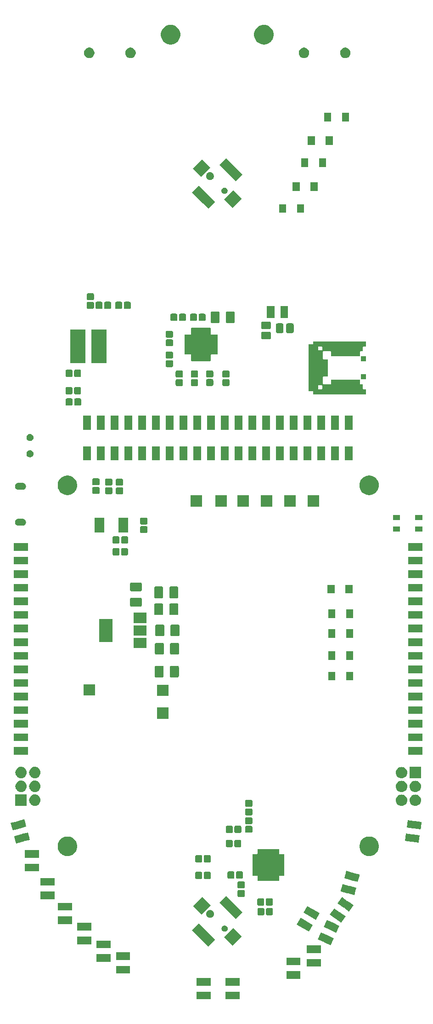
<source format=gts>
G04 #@! TF.GenerationSoftware,KiCad,Pcbnew,(5.1.0-0)*
G04 #@! TF.CreationDate,2019-04-19T22:26:30-07:00*
G04 #@! TF.ProjectId,DC27-badge,44433237-2d62-4616-9467-652e6b696361,rev?*
G04 #@! TF.SameCoordinates,Original*
G04 #@! TF.FileFunction,Soldermask,Top*
G04 #@! TF.FilePolarity,Negative*
%FSLAX46Y46*%
G04 Gerber Fmt 4.6, Leading zero omitted, Abs format (unit mm)*
G04 Created by KiCad (PCBNEW (5.1.0-0)) date 2019-04-19 22:26:30*
%MOMM*%
%LPD*%
G04 APERTURE LIST*
%ADD10C,0.150000*%
G04 APERTURE END LIST*
D10*
G36*
X80626800Y-115613010D02*
G01*
X81761000Y-115613010D01*
X81761000Y-117934180D01*
X80626800Y-117934180D01*
X80626800Y-115613010D01*
G37*
G36*
X80602500Y-121265020D02*
G01*
X81761000Y-121265020D01*
X81761000Y-123592910D01*
X80602500Y-123592910D01*
X80602500Y-121265020D01*
G37*
G36*
X83145300Y-115613010D02*
G01*
X84301000Y-115613010D01*
X84301000Y-117932470D01*
X83145300Y-117932470D01*
X83145300Y-115613010D01*
G37*
G36*
X83150900Y-121265020D02*
G01*
X84301000Y-121265020D01*
X84301000Y-123592070D01*
X83150900Y-123592070D01*
X83150900Y-121265020D01*
G37*
G36*
X85684900Y-115613010D02*
G01*
X86841000Y-115613010D01*
X86841000Y-117932110D01*
X85684900Y-117932110D01*
X85684900Y-115613010D01*
G37*
G36*
X85685400Y-121265020D02*
G01*
X86841000Y-121265020D01*
X86841000Y-123593840D01*
X85685400Y-123593840D01*
X85685400Y-121265020D01*
G37*
G36*
X88232300Y-115613010D02*
G01*
X89381000Y-115613010D01*
X89381000Y-117932400D01*
X88232300Y-117932400D01*
X88232300Y-115613010D01*
G37*
G36*
X88241000Y-121265020D02*
G01*
X89381000Y-121265020D01*
X89381000Y-123591230D01*
X88241000Y-123591230D01*
X88241000Y-121265020D01*
G37*
G36*
X90780800Y-115613010D02*
G01*
X91921000Y-115613010D01*
X91921000Y-117932920D01*
X90780800Y-117932920D01*
X90780800Y-115613010D01*
G37*
G36*
X90773300Y-121265020D02*
G01*
X91921000Y-121265020D01*
X91921000Y-123594050D01*
X90773300Y-123594050D01*
X90773300Y-121265020D01*
G37*
G36*
X93324300Y-115613010D02*
G01*
X94461000Y-115613010D01*
X94461000Y-117932970D01*
X93324300Y-117932970D01*
X93324300Y-115613010D01*
G37*
G36*
X93321600Y-121265020D02*
G01*
X94461000Y-121265020D01*
X94461000Y-123592790D01*
X93321600Y-123592790D01*
X93321600Y-121265020D01*
G37*
G36*
X95872800Y-115613010D02*
G01*
X97000980Y-115613010D01*
X97000980Y-117933910D01*
X95872800Y-117933910D01*
X95872800Y-115613010D01*
G37*
G36*
X95873890Y-121265020D02*
G01*
X97000980Y-121265020D01*
X97000980Y-123589170D01*
X95873890Y-123589170D01*
X95873890Y-121265020D01*
G37*
G36*
X98413170Y-115613010D02*
G01*
X99540980Y-115613010D01*
X99540980Y-117933600D01*
X98413170Y-117933600D01*
X98413170Y-115613010D01*
G37*
G36*
X98414130Y-121265020D02*
G01*
X99540980Y-121265020D01*
X99540980Y-123589820D01*
X98414130Y-123589820D01*
X98414130Y-121265020D01*
G37*
G36*
X100958700Y-115613010D02*
G01*
X102080980Y-115613010D01*
X102080980Y-117934900D01*
X100958700Y-117934900D01*
X100958700Y-115613010D01*
G37*
G36*
X100953870Y-121265020D02*
G01*
X102080980Y-121265020D01*
X102080980Y-123591680D01*
X100953870Y-123591680D01*
X100953870Y-121265020D01*
G37*
G36*
X103497890Y-115613010D02*
G01*
X104620984Y-115613010D01*
X104620984Y-117934000D01*
X103497890Y-117934000D01*
X103497890Y-115613010D01*
G37*
G36*
X103497060Y-121265020D02*
G01*
X104620984Y-121265020D01*
X104620984Y-123591220D01*
X103497060Y-123591220D01*
X103497060Y-121265020D01*
G37*
G36*
X106039273Y-115613010D02*
G01*
X107160980Y-115613010D01*
X107160980Y-117934340D01*
X106039273Y-117934340D01*
X106039273Y-115613010D01*
G37*
G36*
X106039669Y-121265020D02*
G01*
X107160980Y-121265020D01*
X107160980Y-123590830D01*
X106039669Y-123590830D01*
X106039669Y-121265020D01*
G37*
G36*
X108580560Y-115613010D02*
G01*
X109700980Y-115613010D01*
X109700980Y-117934200D01*
X108580560Y-117934200D01*
X108580560Y-115613010D01*
G37*
G36*
X108579510Y-121265020D02*
G01*
X109700980Y-121265020D01*
X109700980Y-123587650D01*
X108579510Y-123587650D01*
X108579510Y-121265020D01*
G37*
G36*
X111128290Y-115613010D02*
G01*
X112240980Y-115613010D01*
X112240980Y-117932330D01*
X111128290Y-117932330D01*
X111128290Y-115613010D01*
G37*
G36*
X111123910Y-121265020D02*
G01*
X112240980Y-121265020D01*
X112240980Y-123590400D01*
X111123910Y-123590400D01*
X111123910Y-121265020D01*
G37*
G36*
X113667720Y-115613010D02*
G01*
X114780980Y-115613010D01*
X114780980Y-117933260D01*
X113667720Y-117933260D01*
X113667720Y-115613010D01*
G37*
G36*
X113664470Y-121265020D02*
G01*
X114780980Y-121265020D01*
X114780980Y-123589640D01*
X113664470Y-123589640D01*
X113664470Y-121265020D01*
G37*
G36*
X116205600Y-115613010D02*
G01*
X117321000Y-115613010D01*
X117321000Y-117933990D01*
X116205600Y-117933990D01*
X116205600Y-115613010D01*
G37*
G36*
X116202100Y-121265020D02*
G01*
X117321000Y-121265020D01*
X117321000Y-123588150D01*
X116202100Y-123588150D01*
X116202100Y-121265020D01*
G37*
G36*
X118742000Y-115613010D02*
G01*
X119861000Y-115613010D01*
X119861000Y-117934630D01*
X118742000Y-117934630D01*
X118742000Y-115613010D01*
G37*
G36*
X118743200Y-121265020D02*
G01*
X119861000Y-121265020D01*
X119861000Y-123588270D01*
X118743200Y-123588270D01*
X118743200Y-121265020D01*
G37*
G36*
X121301300Y-115613010D02*
G01*
X122401000Y-115613010D01*
X122401000Y-117932670D01*
X121301300Y-117932670D01*
X121301300Y-115613010D01*
G37*
G36*
X121294600Y-121265020D02*
G01*
X122401000Y-121265020D01*
X122401000Y-123590920D01*
X121294600Y-123590920D01*
X121294600Y-121265020D01*
G37*
G36*
X123821200Y-115613010D02*
G01*
X124941000Y-115613010D01*
X124941000Y-117934810D01*
X123821200Y-117934810D01*
X123821200Y-115613010D01*
G37*
G36*
X123846800Y-121265020D02*
G01*
X124941000Y-121265020D01*
X124941000Y-123593010D01*
X123846800Y-123593010D01*
X123846800Y-121265020D01*
G37*
G36*
X126380400Y-115613010D02*
G01*
X127481000Y-115613010D01*
X127481000Y-117933310D01*
X126380400Y-117933310D01*
X126380400Y-115613010D01*
G37*
G36*
X126372100Y-121265020D02*
G01*
X127481000Y-121265020D01*
X127481000Y-123589510D01*
X126372100Y-123589510D01*
X126372100Y-121265020D01*
G37*
G36*
X128925100Y-115613010D02*
G01*
X130021000Y-115613010D01*
X130021000Y-117933160D01*
X128925100Y-117933160D01*
X128925100Y-115613010D01*
G37*
G36*
X128915000Y-121265020D02*
G01*
X130021000Y-121265020D01*
X130021000Y-123589720D01*
X128915000Y-123589720D01*
X128915000Y-121265020D01*
G37*
G36*
X109300000Y-222850000D02*
G01*
X106700000Y-222850000D01*
X106700000Y-221450000D01*
X109300000Y-221450000D01*
X109300000Y-222850000D01*
X109300000Y-222850000D01*
G37*
G36*
X104000000Y-222850000D02*
G01*
X101400000Y-222850000D01*
X101400000Y-221450000D01*
X104000000Y-221450000D01*
X104000000Y-222850000D01*
X104000000Y-222850000D01*
G37*
G36*
X109300000Y-220350000D02*
G01*
X106700000Y-220350000D01*
X106700000Y-218950000D01*
X109300000Y-218950000D01*
X109300000Y-220350000D01*
X109300000Y-220350000D01*
G37*
G36*
X104000000Y-220350000D02*
G01*
X101400000Y-220350000D01*
X101400000Y-218950000D01*
X104000000Y-218950000D01*
X104000000Y-220350000D01*
X104000000Y-220350000D01*
G37*
G36*
X120550000Y-219090000D02*
G01*
X117950000Y-219090000D01*
X117950000Y-217690000D01*
X120550000Y-217690000D01*
X120550000Y-219090000D01*
X120550000Y-219090000D01*
G37*
G36*
X89130000Y-218110000D02*
G01*
X86530000Y-218110000D01*
X86530000Y-216710000D01*
X89130000Y-216710000D01*
X89130000Y-218110000D01*
X89130000Y-218110000D01*
G37*
G36*
X124300000Y-216860000D02*
G01*
X121700000Y-216860000D01*
X121700000Y-215460000D01*
X124300000Y-215460000D01*
X124300000Y-216860000D01*
X124300000Y-216860000D01*
G37*
G36*
X120550000Y-216590000D02*
G01*
X117950000Y-216590000D01*
X117950000Y-215190000D01*
X120550000Y-215190000D01*
X120550000Y-216590000D01*
X120550000Y-216590000D01*
G37*
G36*
X85550000Y-215975000D02*
G01*
X82950000Y-215975000D01*
X82950000Y-214575000D01*
X85550000Y-214575000D01*
X85550000Y-215975000D01*
X85550000Y-215975000D01*
G37*
G36*
X89130000Y-215610000D02*
G01*
X86530000Y-215610000D01*
X86530000Y-214210000D01*
X89130000Y-214210000D01*
X89130000Y-215610000D01*
X89130000Y-215610000D01*
G37*
G36*
X124300000Y-214360000D02*
G01*
X121700000Y-214360000D01*
X121700000Y-212960000D01*
X124300000Y-212960000D01*
X124300000Y-214360000D01*
X124300000Y-214360000D01*
G37*
G36*
X85550000Y-213475000D02*
G01*
X82950000Y-213475000D01*
X82950000Y-212075000D01*
X85550000Y-212075000D01*
X85550000Y-213475000D01*
X85550000Y-213475000D01*
G37*
G36*
X102789377Y-209907754D02*
G01*
X102789377Y-209907755D01*
X102807055Y-209925433D01*
X102807055Y-209925432D01*
X103797004Y-210915381D01*
X103797004Y-210915382D01*
X103814682Y-210933060D01*
X103814682Y-210933059D01*
X104804631Y-211923008D01*
X103567194Y-213160445D01*
X102577245Y-212170496D01*
X102577246Y-212170496D01*
X102559568Y-212152818D01*
X102559567Y-212152818D01*
X101569618Y-211162869D01*
X101569619Y-211162869D01*
X101551941Y-211145191D01*
X101551940Y-211145191D01*
X100561991Y-210155242D01*
X101799428Y-208917805D01*
X102789377Y-209907754D01*
X102789377Y-209907754D01*
G37*
G36*
X109701346Y-211304289D02*
G01*
X108004289Y-213001346D01*
X106448654Y-211445711D01*
X108145711Y-209748654D01*
X109701346Y-211304289D01*
X109701346Y-211304289D01*
G37*
G36*
X125530217Y-211089035D02*
G01*
X126685760Y-211627874D01*
X126094095Y-212896704D01*
X125006526Y-212389562D01*
X124893238Y-212336735D01*
X123737695Y-211797896D01*
X124329360Y-210529066D01*
X125530217Y-211089035D01*
X125530217Y-211089035D01*
G37*
G36*
X82000000Y-212725000D02*
G01*
X79400000Y-212725000D01*
X79400000Y-211325000D01*
X82000000Y-211325000D01*
X82000000Y-212725000D01*
X82000000Y-212725000D01*
G37*
G36*
X126586762Y-208823265D02*
G01*
X127742305Y-209362104D01*
X127150640Y-210630934D01*
X126932183Y-210529066D01*
X125949783Y-210070965D01*
X124794240Y-209532126D01*
X125385905Y-208263296D01*
X126586762Y-208823265D01*
X126586762Y-208823265D01*
G37*
G36*
X106722442Y-209301818D02*
G01*
X106827085Y-209345162D01*
X106827086Y-209345163D01*
X106921262Y-209408089D01*
X107001353Y-209488180D01*
X107043399Y-209551107D01*
X107064280Y-209582357D01*
X107107624Y-209687000D01*
X107129721Y-209798089D01*
X107129721Y-209911353D01*
X107107624Y-210022442D01*
X107064280Y-210127085D01*
X107064279Y-210127086D01*
X107001353Y-210221262D01*
X106921262Y-210301353D01*
X106858335Y-210343399D01*
X106827085Y-210364280D01*
X106722442Y-210407624D01*
X106611354Y-210429721D01*
X106498088Y-210429721D01*
X106387000Y-210407624D01*
X106282357Y-210364280D01*
X106251107Y-210343399D01*
X106188180Y-210301353D01*
X106108089Y-210221262D01*
X106045163Y-210127086D01*
X106045162Y-210127085D01*
X106001818Y-210022442D01*
X105979721Y-209911353D01*
X105979721Y-209798089D01*
X106001818Y-209687000D01*
X106045162Y-209582357D01*
X106066043Y-209551107D01*
X106108089Y-209488180D01*
X106188180Y-209408089D01*
X106282356Y-209345163D01*
X106282357Y-209345162D01*
X106387000Y-209301818D01*
X106498088Y-209279721D01*
X106611354Y-209279721D01*
X106722442Y-209301818D01*
X106722442Y-209301818D01*
G37*
G36*
X121673351Y-208523814D02*
G01*
X122820834Y-209186314D01*
X122120833Y-210398751D01*
X121016649Y-209761250D01*
X119869166Y-209098750D01*
X120569167Y-207886313D01*
X121673351Y-208523814D01*
X121673351Y-208523814D01*
G37*
G36*
X82000000Y-210225000D02*
G01*
X79400000Y-210225000D01*
X79400000Y-208825000D01*
X82000000Y-208825000D01*
X82000000Y-210225000D01*
X82000000Y-210225000D01*
G37*
G36*
X78425000Y-209025000D02*
G01*
X75825000Y-209025000D01*
X75825000Y-207625000D01*
X78425000Y-207625000D01*
X78425000Y-209025000D01*
X78425000Y-209025000D01*
G37*
G36*
X127742618Y-206813176D02*
G01*
X127742617Y-206813177D01*
X127804055Y-206856196D01*
X127804062Y-206856200D01*
X128173212Y-207114682D01*
X128889431Y-207616183D01*
X128889431Y-207616184D01*
X128086424Y-208762996D01*
X127103441Y-208074705D01*
X127103442Y-208074704D01*
X127042004Y-208031685D01*
X127041997Y-208031681D01*
X126608013Y-207727802D01*
X125956628Y-207271698D01*
X125956628Y-207271697D01*
X126759635Y-206124885D01*
X127742618Y-206813176D01*
X127742618Y-206813176D01*
G37*
G36*
X122923351Y-206358750D02*
G01*
X124070834Y-207021250D01*
X123370833Y-208233687D01*
X122266649Y-207596186D01*
X121119166Y-206933686D01*
X121819167Y-205721249D01*
X122923351Y-206358750D01*
X122923351Y-206358750D01*
G37*
G36*
X107845191Y-204851940D02*
G01*
X107845191Y-204851941D01*
X107862869Y-204869619D01*
X107862869Y-204869618D01*
X108852818Y-205859567D01*
X108852818Y-205859568D01*
X108870496Y-205877246D01*
X108870496Y-205877245D01*
X109860445Y-206867194D01*
X108623008Y-208104631D01*
X107633059Y-207114682D01*
X107633060Y-207114682D01*
X107615382Y-207097004D01*
X107615381Y-207097004D01*
X106625432Y-206107055D01*
X106625433Y-206107055D01*
X106607755Y-206089377D01*
X106607754Y-206089377D01*
X105617805Y-205099428D01*
X106855242Y-203861991D01*
X107845191Y-204851940D01*
X107845191Y-204851940D01*
G37*
G36*
X104079190Y-206470576D02*
G01*
X104211131Y-206525227D01*
X104329875Y-206604570D01*
X104430860Y-206705555D01*
X104510203Y-206824299D01*
X104564854Y-206956240D01*
X104592715Y-207096307D01*
X104592715Y-207239123D01*
X104564854Y-207379190D01*
X104510203Y-207511131D01*
X104430860Y-207629875D01*
X104329875Y-207730860D01*
X104211131Y-207810203D01*
X104079190Y-207864854D01*
X103939123Y-207892715D01*
X103796307Y-207892715D01*
X103656240Y-207864854D01*
X103524299Y-207810203D01*
X103405555Y-207730860D01*
X103304570Y-207629875D01*
X103225227Y-207511131D01*
X103170576Y-207379190D01*
X103142715Y-207239123D01*
X103142715Y-207096307D01*
X103170576Y-206956240D01*
X103225227Y-206824299D01*
X103304570Y-206705555D01*
X103405555Y-206604570D01*
X103524299Y-206525227D01*
X103656240Y-206470576D01*
X103796307Y-206442715D01*
X103939123Y-206442715D01*
X104079190Y-206470576D01*
X104079190Y-206470576D01*
G37*
G36*
X115248622Y-206060517D02*
G01*
X115296585Y-206075066D01*
X115340778Y-206098688D01*
X115379519Y-206130481D01*
X115411312Y-206169222D01*
X115434934Y-206213415D01*
X115449483Y-206261378D01*
X115455000Y-206317391D01*
X115455000Y-207142609D01*
X115449483Y-207198622D01*
X115434934Y-207246585D01*
X115411312Y-207290778D01*
X115379519Y-207329519D01*
X115340778Y-207361312D01*
X115296585Y-207384934D01*
X115248622Y-207399483D01*
X115192609Y-207405000D01*
X114442391Y-207405000D01*
X114386378Y-207399483D01*
X114338415Y-207384934D01*
X114294222Y-207361312D01*
X114255481Y-207329519D01*
X114223688Y-207290778D01*
X114200066Y-207246585D01*
X114185517Y-207198622D01*
X114180000Y-207142609D01*
X114180000Y-206317391D01*
X114185517Y-206261378D01*
X114200066Y-206213415D01*
X114223688Y-206169222D01*
X114255481Y-206130481D01*
X114294222Y-206098688D01*
X114338415Y-206075066D01*
X114386378Y-206060517D01*
X114442391Y-206055000D01*
X115192609Y-206055000D01*
X115248622Y-206060517D01*
X115248622Y-206060517D01*
G37*
G36*
X113673622Y-206060517D02*
G01*
X113721585Y-206075066D01*
X113765778Y-206098688D01*
X113804519Y-206130481D01*
X113836312Y-206169222D01*
X113859934Y-206213415D01*
X113874483Y-206261378D01*
X113880000Y-206317391D01*
X113880000Y-207142609D01*
X113874483Y-207198622D01*
X113859934Y-207246585D01*
X113836312Y-207290778D01*
X113804519Y-207329519D01*
X113765778Y-207361312D01*
X113721585Y-207384934D01*
X113673622Y-207399483D01*
X113617609Y-207405000D01*
X112867391Y-207405000D01*
X112811378Y-207399483D01*
X112763415Y-207384934D01*
X112719222Y-207361312D01*
X112680481Y-207329519D01*
X112648688Y-207290778D01*
X112625066Y-207246585D01*
X112610517Y-207198622D01*
X112605000Y-207142609D01*
X112605000Y-206317391D01*
X112610517Y-206261378D01*
X112625066Y-206213415D01*
X112648688Y-206169222D01*
X112680481Y-206130481D01*
X112719222Y-206098688D01*
X112763415Y-206075066D01*
X112811378Y-206060517D01*
X112867391Y-206055000D01*
X113617609Y-206055000D01*
X113673622Y-206060517D01*
X113673622Y-206060517D01*
G37*
G36*
X103973782Y-205576725D02*
G01*
X102276725Y-207273782D01*
X100721090Y-205718147D01*
X102418147Y-204021090D01*
X103973782Y-205576725D01*
X103973782Y-205576725D01*
G37*
G36*
X129176559Y-204765295D02*
G01*
X129176558Y-204765296D01*
X129237996Y-204808315D01*
X129238003Y-204808319D01*
X129653749Y-205099428D01*
X130323372Y-205568302D01*
X130323372Y-205568303D01*
X129520365Y-206715115D01*
X128537382Y-206026824D01*
X128537383Y-206026823D01*
X128475945Y-205983804D01*
X128475938Y-205983800D01*
X127882547Y-205568303D01*
X127390569Y-205223817D01*
X127390569Y-205223816D01*
X128193576Y-204077004D01*
X129176559Y-204765295D01*
X129176559Y-204765295D01*
G37*
G36*
X78425000Y-206525000D02*
G01*
X75825000Y-206525000D01*
X75825000Y-205125000D01*
X78425000Y-205125000D01*
X78425000Y-206525000D01*
X78425000Y-206525000D01*
G37*
G36*
X115231122Y-204270517D02*
G01*
X115279085Y-204285066D01*
X115323278Y-204308688D01*
X115362019Y-204340481D01*
X115393812Y-204379222D01*
X115417434Y-204423415D01*
X115431983Y-204471378D01*
X115437500Y-204527391D01*
X115437500Y-205352609D01*
X115431983Y-205408622D01*
X115417434Y-205456585D01*
X115393812Y-205500778D01*
X115362019Y-205539519D01*
X115323278Y-205571312D01*
X115279085Y-205594934D01*
X115231122Y-205609483D01*
X115175109Y-205615000D01*
X114424891Y-205615000D01*
X114368878Y-205609483D01*
X114320915Y-205594934D01*
X114276722Y-205571312D01*
X114237981Y-205539519D01*
X114206188Y-205500778D01*
X114182566Y-205456585D01*
X114168017Y-205408622D01*
X114162500Y-205352609D01*
X114162500Y-204527391D01*
X114168017Y-204471378D01*
X114182566Y-204423415D01*
X114206188Y-204379222D01*
X114237981Y-204340481D01*
X114276722Y-204308688D01*
X114320915Y-204285066D01*
X114368878Y-204270517D01*
X114424891Y-204265000D01*
X115175109Y-204265000D01*
X115231122Y-204270517D01*
X115231122Y-204270517D01*
G37*
G36*
X113656122Y-204270517D02*
G01*
X113704085Y-204285066D01*
X113748278Y-204308688D01*
X113787019Y-204340481D01*
X113818812Y-204379222D01*
X113842434Y-204423415D01*
X113856983Y-204471378D01*
X113862500Y-204527391D01*
X113862500Y-205352609D01*
X113856983Y-205408622D01*
X113842434Y-205456585D01*
X113818812Y-205500778D01*
X113787019Y-205539519D01*
X113748278Y-205571312D01*
X113704085Y-205594934D01*
X113656122Y-205609483D01*
X113600109Y-205615000D01*
X112849891Y-205615000D01*
X112793878Y-205609483D01*
X112745915Y-205594934D01*
X112701722Y-205571312D01*
X112662981Y-205539519D01*
X112631188Y-205500778D01*
X112607566Y-205456585D01*
X112593017Y-205408622D01*
X112587500Y-205352609D01*
X112587500Y-204527391D01*
X112593017Y-204471378D01*
X112607566Y-204423415D01*
X112631188Y-204379222D01*
X112662981Y-204340481D01*
X112701722Y-204308688D01*
X112745915Y-204285066D01*
X112793878Y-204270517D01*
X112849891Y-204265000D01*
X113600109Y-204265000D01*
X113656122Y-204270517D01*
X113656122Y-204270517D01*
G37*
G36*
X75175000Y-204450000D02*
G01*
X72575000Y-204450000D01*
X72575000Y-203050000D01*
X75175000Y-203050000D01*
X75175000Y-204450000D01*
X75175000Y-204450000D01*
G37*
G36*
X110068622Y-202755517D02*
G01*
X110116585Y-202770066D01*
X110160778Y-202793688D01*
X110199519Y-202825481D01*
X110231312Y-202864222D01*
X110254934Y-202908415D01*
X110269483Y-202956378D01*
X110275000Y-203012391D01*
X110275000Y-203762609D01*
X110269483Y-203818622D01*
X110254934Y-203866585D01*
X110231312Y-203910778D01*
X110199519Y-203949519D01*
X110160778Y-203981312D01*
X110116585Y-204004934D01*
X110068622Y-204019483D01*
X110012609Y-204025000D01*
X109187391Y-204025000D01*
X109131378Y-204019483D01*
X109083415Y-204004934D01*
X109039222Y-203981312D01*
X109000481Y-203949519D01*
X108968688Y-203910778D01*
X108945066Y-203866585D01*
X108930517Y-203818622D01*
X108925000Y-203762609D01*
X108925000Y-203012391D01*
X108930517Y-202956378D01*
X108945066Y-202908415D01*
X108968688Y-202864222D01*
X109000481Y-202825481D01*
X109039222Y-202793688D01*
X109083415Y-202770066D01*
X109131378Y-202755517D01*
X109187391Y-202750000D01*
X110012609Y-202750000D01*
X110068622Y-202755517D01*
X110068622Y-202755517D01*
G37*
G36*
X129473681Y-201973958D02*
G01*
X129473681Y-201973959D01*
X129594407Y-202006307D01*
X129594421Y-202006312D01*
X129666866Y-202025723D01*
X129666866Y-202025722D01*
X130825977Y-202336305D01*
X130825977Y-202336306D01*
X130672681Y-202908415D01*
X130560721Y-203326255D01*
X130463630Y-203688601D01*
X130463630Y-203688602D01*
X129304519Y-203378019D01*
X129304519Y-203378018D01*
X129183793Y-203345670D01*
X129183779Y-203345665D01*
X129111334Y-203326254D01*
X129111334Y-203326255D01*
X127952223Y-203015672D01*
X128003185Y-202825481D01*
X128189203Y-202131250D01*
X128314570Y-201663375D01*
X129473681Y-201973958D01*
X129473681Y-201973958D01*
G37*
G36*
X110068622Y-201180517D02*
G01*
X110116585Y-201195066D01*
X110160778Y-201218688D01*
X110199519Y-201250481D01*
X110231312Y-201289222D01*
X110254934Y-201333415D01*
X110269483Y-201381378D01*
X110275000Y-201437391D01*
X110275000Y-202187609D01*
X110269483Y-202243622D01*
X110254934Y-202291585D01*
X110231312Y-202335778D01*
X110199519Y-202374519D01*
X110160778Y-202406312D01*
X110116585Y-202429934D01*
X110068622Y-202444483D01*
X110012609Y-202450000D01*
X109187391Y-202450000D01*
X109131378Y-202444483D01*
X109083415Y-202429934D01*
X109039222Y-202406312D01*
X109000481Y-202374519D01*
X108968688Y-202335778D01*
X108945066Y-202291585D01*
X108930517Y-202243622D01*
X108925000Y-202187609D01*
X108925000Y-201437391D01*
X108930517Y-201381378D01*
X108945066Y-201333415D01*
X108968688Y-201289222D01*
X109000481Y-201250481D01*
X109039222Y-201218688D01*
X109083415Y-201195066D01*
X109131378Y-201180517D01*
X109187391Y-201175000D01*
X110012609Y-201175000D01*
X110068622Y-201180517D01*
X110068622Y-201180517D01*
G37*
G36*
X75175000Y-201950000D02*
G01*
X72575000Y-201950000D01*
X72575000Y-200550000D01*
X75175000Y-200550000D01*
X75175000Y-201950000D01*
X75175000Y-201950000D01*
G37*
G36*
X130120729Y-199559143D02*
G01*
X130120729Y-199559144D01*
X130241455Y-199591492D01*
X130241469Y-199591497D01*
X130313914Y-199610908D01*
X130313914Y-199610907D01*
X131473025Y-199921490D01*
X131473025Y-199921491D01*
X131421174Y-200115000D01*
X131125442Y-201218688D01*
X131110678Y-201273786D01*
X131110678Y-201273787D01*
X129951567Y-200963204D01*
X129951567Y-200963203D01*
X129830841Y-200930855D01*
X129830827Y-200930850D01*
X129758382Y-200911439D01*
X129758382Y-200911440D01*
X128599271Y-200600857D01*
X128599630Y-200599519D01*
X128861421Y-199622500D01*
X128961618Y-199248560D01*
X130120729Y-199559143D01*
X130120729Y-199559143D01*
G37*
G36*
X112980732Y-195221169D02*
G01*
X112983712Y-195222073D01*
X113007746Y-195226854D01*
X113032250Y-195226854D01*
X113056288Y-195222073D01*
X113059268Y-195221169D01*
X113071138Y-195220000D01*
X113368862Y-195220000D01*
X113380732Y-195221169D01*
X113383712Y-195222073D01*
X113407746Y-195226854D01*
X113432250Y-195226854D01*
X113456288Y-195222073D01*
X113459268Y-195221169D01*
X113471138Y-195220000D01*
X113768862Y-195220000D01*
X113780732Y-195221169D01*
X113783712Y-195222073D01*
X113807746Y-195226854D01*
X113832250Y-195226854D01*
X113856288Y-195222073D01*
X113859268Y-195221169D01*
X113871138Y-195220000D01*
X114168862Y-195220000D01*
X114180732Y-195221169D01*
X114183712Y-195222073D01*
X114207746Y-195226854D01*
X114232250Y-195226854D01*
X114256288Y-195222073D01*
X114259268Y-195221169D01*
X114271138Y-195220000D01*
X114568862Y-195220000D01*
X114580732Y-195221169D01*
X114583712Y-195222073D01*
X114607746Y-195226854D01*
X114632250Y-195226854D01*
X114656288Y-195222073D01*
X114659268Y-195221169D01*
X114671138Y-195220000D01*
X114968862Y-195220000D01*
X114980732Y-195221169D01*
X114983712Y-195222073D01*
X115007746Y-195226854D01*
X115032250Y-195226854D01*
X115056288Y-195222073D01*
X115059268Y-195221169D01*
X115071138Y-195220000D01*
X115368862Y-195220000D01*
X115380732Y-195221169D01*
X115383712Y-195222073D01*
X115407746Y-195226854D01*
X115432250Y-195226854D01*
X115456288Y-195222073D01*
X115459268Y-195221169D01*
X115471138Y-195220000D01*
X115768862Y-195220000D01*
X115780732Y-195221169D01*
X115783712Y-195222073D01*
X115807746Y-195226854D01*
X115832250Y-195226854D01*
X115856288Y-195222073D01*
X115859268Y-195221169D01*
X115871138Y-195220000D01*
X116168862Y-195220000D01*
X116180732Y-195221169D01*
X116183712Y-195222073D01*
X116207746Y-195226854D01*
X116232250Y-195226854D01*
X116256288Y-195222073D01*
X116259268Y-195221169D01*
X116271138Y-195220000D01*
X116568862Y-195220000D01*
X116580732Y-195221169D01*
X116586249Y-195222843D01*
X116591332Y-195225559D01*
X116595786Y-195229214D01*
X116599441Y-195233668D01*
X116602157Y-195238751D01*
X116603831Y-195244268D01*
X116605000Y-195256138D01*
X116605000Y-196020001D01*
X116607402Y-196044387D01*
X116614515Y-196067836D01*
X116626066Y-196089447D01*
X116641611Y-196108389D01*
X116660553Y-196123934D01*
X116682164Y-196135485D01*
X116705613Y-196142598D01*
X116729999Y-196145000D01*
X117493862Y-196145000D01*
X117505732Y-196146169D01*
X117511249Y-196147843D01*
X117516332Y-196150559D01*
X117520786Y-196154214D01*
X117524441Y-196158668D01*
X117527157Y-196163751D01*
X117528831Y-196169268D01*
X117530000Y-196181138D01*
X117530000Y-196478862D01*
X117528831Y-196490732D01*
X117527927Y-196493712D01*
X117523146Y-196517746D01*
X117523146Y-196542250D01*
X117527927Y-196566288D01*
X117528831Y-196569268D01*
X117530000Y-196581138D01*
X117530000Y-196878862D01*
X117528831Y-196890732D01*
X117527927Y-196893712D01*
X117523146Y-196917746D01*
X117523146Y-196942250D01*
X117527927Y-196966288D01*
X117528831Y-196969268D01*
X117530000Y-196981138D01*
X117530000Y-197278862D01*
X117528831Y-197290732D01*
X117527927Y-197293712D01*
X117523146Y-197317746D01*
X117523146Y-197342250D01*
X117527927Y-197366288D01*
X117528831Y-197369268D01*
X117530000Y-197381138D01*
X117530000Y-197678862D01*
X117528831Y-197690732D01*
X117527927Y-197693712D01*
X117523146Y-197717746D01*
X117523146Y-197742250D01*
X117527927Y-197766288D01*
X117528831Y-197769268D01*
X117530000Y-197781138D01*
X117530000Y-198078862D01*
X117528831Y-198090732D01*
X117527927Y-198093712D01*
X117523146Y-198117746D01*
X117523146Y-198142250D01*
X117527927Y-198166288D01*
X117528831Y-198169268D01*
X117530000Y-198181138D01*
X117530000Y-198478862D01*
X117528831Y-198490732D01*
X117527927Y-198493712D01*
X117523146Y-198517746D01*
X117523146Y-198542250D01*
X117527927Y-198566288D01*
X117528831Y-198569268D01*
X117530000Y-198581138D01*
X117530000Y-198878862D01*
X117528831Y-198890732D01*
X117527927Y-198893712D01*
X117523146Y-198917746D01*
X117523146Y-198942250D01*
X117527927Y-198966288D01*
X117528831Y-198969268D01*
X117530000Y-198981138D01*
X117530000Y-199278862D01*
X117528831Y-199290732D01*
X117527927Y-199293712D01*
X117523146Y-199317746D01*
X117523146Y-199342250D01*
X117527927Y-199366288D01*
X117528831Y-199369268D01*
X117530000Y-199381138D01*
X117530000Y-199678862D01*
X117528831Y-199690732D01*
X117527927Y-199693712D01*
X117523146Y-199717746D01*
X117523146Y-199742250D01*
X117527927Y-199766288D01*
X117528831Y-199769268D01*
X117530000Y-199781138D01*
X117530000Y-200078862D01*
X117528831Y-200090732D01*
X117527157Y-200096249D01*
X117524441Y-200101332D01*
X117520786Y-200105786D01*
X117516332Y-200109441D01*
X117511249Y-200112157D01*
X117505732Y-200113831D01*
X117493862Y-200115000D01*
X116729999Y-200115000D01*
X116705613Y-200117402D01*
X116682164Y-200124515D01*
X116660553Y-200136066D01*
X116641611Y-200151611D01*
X116626066Y-200170553D01*
X116614515Y-200192164D01*
X116607402Y-200215613D01*
X116605000Y-200239999D01*
X116605000Y-201003862D01*
X116603831Y-201015732D01*
X116602157Y-201021249D01*
X116599441Y-201026332D01*
X116595786Y-201030786D01*
X116591332Y-201034441D01*
X116586249Y-201037157D01*
X116580732Y-201038831D01*
X116568862Y-201040000D01*
X116271138Y-201040000D01*
X116259268Y-201038831D01*
X116256288Y-201037927D01*
X116232254Y-201033146D01*
X116207750Y-201033146D01*
X116183712Y-201037927D01*
X116180732Y-201038831D01*
X116168862Y-201040000D01*
X115871138Y-201040000D01*
X115859268Y-201038831D01*
X115856288Y-201037927D01*
X115832254Y-201033146D01*
X115807750Y-201033146D01*
X115783712Y-201037927D01*
X115780732Y-201038831D01*
X115768862Y-201040000D01*
X115471138Y-201040000D01*
X115459268Y-201038831D01*
X115456288Y-201037927D01*
X115432254Y-201033146D01*
X115407750Y-201033146D01*
X115383712Y-201037927D01*
X115380732Y-201038831D01*
X115368862Y-201040000D01*
X115071138Y-201040000D01*
X115059268Y-201038831D01*
X115056288Y-201037927D01*
X115032254Y-201033146D01*
X115007750Y-201033146D01*
X114983712Y-201037927D01*
X114980732Y-201038831D01*
X114968862Y-201040000D01*
X114671138Y-201040000D01*
X114659268Y-201038831D01*
X114656288Y-201037927D01*
X114632254Y-201033146D01*
X114607750Y-201033146D01*
X114583712Y-201037927D01*
X114580732Y-201038831D01*
X114568862Y-201040000D01*
X114271138Y-201040000D01*
X114259268Y-201038831D01*
X114256288Y-201037927D01*
X114232254Y-201033146D01*
X114207750Y-201033146D01*
X114183712Y-201037927D01*
X114180732Y-201038831D01*
X114168862Y-201040000D01*
X113871138Y-201040000D01*
X113859268Y-201038831D01*
X113856288Y-201037927D01*
X113832254Y-201033146D01*
X113807750Y-201033146D01*
X113783712Y-201037927D01*
X113780732Y-201038831D01*
X113768862Y-201040000D01*
X113471138Y-201040000D01*
X113459268Y-201038831D01*
X113456288Y-201037927D01*
X113432254Y-201033146D01*
X113407750Y-201033146D01*
X113383712Y-201037927D01*
X113380732Y-201038831D01*
X113368862Y-201040000D01*
X113071138Y-201040000D01*
X113059268Y-201038831D01*
X113056288Y-201037927D01*
X113032254Y-201033146D01*
X113007750Y-201033146D01*
X112983712Y-201037927D01*
X112980732Y-201038831D01*
X112968862Y-201040000D01*
X112671138Y-201040000D01*
X112659268Y-201038831D01*
X112653751Y-201037157D01*
X112648668Y-201034441D01*
X112644214Y-201030786D01*
X112640559Y-201026332D01*
X112637843Y-201021249D01*
X112636169Y-201015732D01*
X112635000Y-201003862D01*
X112635000Y-200239999D01*
X112632598Y-200215613D01*
X112625485Y-200192164D01*
X112613934Y-200170553D01*
X112598389Y-200151611D01*
X112579447Y-200136066D01*
X112557836Y-200124515D01*
X112534387Y-200117402D01*
X112510001Y-200115000D01*
X111746138Y-200115000D01*
X111734268Y-200113831D01*
X111728751Y-200112157D01*
X111723668Y-200109441D01*
X111719214Y-200105786D01*
X111715559Y-200101332D01*
X111712843Y-200096249D01*
X111711169Y-200090732D01*
X111710000Y-200078862D01*
X111710000Y-199781138D01*
X111711169Y-199769268D01*
X111712073Y-199766288D01*
X111716854Y-199742254D01*
X111716854Y-199717750D01*
X111712073Y-199693712D01*
X111711169Y-199690732D01*
X111710000Y-199678862D01*
X111710000Y-199381138D01*
X111711169Y-199369268D01*
X111712073Y-199366288D01*
X111716854Y-199342254D01*
X111716854Y-199317750D01*
X111712073Y-199293712D01*
X111711169Y-199290732D01*
X111710000Y-199278862D01*
X111710000Y-198981138D01*
X111711169Y-198969268D01*
X111712073Y-198966288D01*
X111716854Y-198942254D01*
X111716854Y-198917750D01*
X111712073Y-198893712D01*
X111711169Y-198890732D01*
X111710000Y-198878862D01*
X111710000Y-198581138D01*
X111711169Y-198569268D01*
X111712073Y-198566288D01*
X111716854Y-198542254D01*
X111716854Y-198517750D01*
X111712073Y-198493712D01*
X111711169Y-198490732D01*
X111710000Y-198478862D01*
X111710000Y-198181138D01*
X111711169Y-198169268D01*
X111712073Y-198166288D01*
X111716854Y-198142254D01*
X111716854Y-198117750D01*
X111712073Y-198093712D01*
X111711169Y-198090732D01*
X111710000Y-198078862D01*
X111710000Y-197781138D01*
X111711169Y-197769268D01*
X111712073Y-197766288D01*
X111716854Y-197742254D01*
X111716854Y-197717750D01*
X111712073Y-197693712D01*
X111711169Y-197690732D01*
X111710000Y-197678862D01*
X111710000Y-197381138D01*
X111711169Y-197369268D01*
X111712073Y-197366288D01*
X111716854Y-197342254D01*
X111716854Y-197317750D01*
X111712073Y-197293712D01*
X111711169Y-197290732D01*
X111710000Y-197278862D01*
X111710000Y-196981138D01*
X111711169Y-196969268D01*
X111712073Y-196966288D01*
X111716854Y-196942254D01*
X111716854Y-196917750D01*
X111712073Y-196893712D01*
X111711169Y-196890732D01*
X111710000Y-196878862D01*
X111710000Y-196581138D01*
X111711169Y-196569268D01*
X111712073Y-196566288D01*
X111716854Y-196542254D01*
X111716854Y-196517750D01*
X111712073Y-196493712D01*
X111711169Y-196490732D01*
X111710000Y-196478862D01*
X111710000Y-196181138D01*
X111711169Y-196169268D01*
X111712843Y-196163751D01*
X111715559Y-196158668D01*
X111719214Y-196154214D01*
X111723668Y-196150559D01*
X111728751Y-196147843D01*
X111734268Y-196146169D01*
X111746138Y-196145000D01*
X112510001Y-196145000D01*
X112534387Y-196142598D01*
X112557836Y-196135485D01*
X112579447Y-196123934D01*
X112598389Y-196108389D01*
X112613934Y-196089447D01*
X112625485Y-196067836D01*
X112632598Y-196044387D01*
X112635000Y-196020001D01*
X112635000Y-195256138D01*
X112636169Y-195244268D01*
X112637843Y-195238751D01*
X112640559Y-195233668D01*
X112644214Y-195229214D01*
X112648668Y-195225559D01*
X112653751Y-195222843D01*
X112659268Y-195221169D01*
X112671138Y-195220000D01*
X112968862Y-195220000D01*
X112980732Y-195221169D01*
X112980732Y-195221169D01*
G37*
G36*
X102213622Y-199390517D02*
G01*
X102261585Y-199405066D01*
X102305778Y-199428688D01*
X102344519Y-199460481D01*
X102376312Y-199499222D01*
X102399934Y-199543415D01*
X102414483Y-199591378D01*
X102420000Y-199647391D01*
X102420000Y-200472609D01*
X102414483Y-200528622D01*
X102399934Y-200576585D01*
X102376312Y-200620778D01*
X102344519Y-200659519D01*
X102305778Y-200691312D01*
X102261585Y-200714934D01*
X102213622Y-200729483D01*
X102157609Y-200735000D01*
X101407391Y-200735000D01*
X101351378Y-200729483D01*
X101303415Y-200714934D01*
X101259222Y-200691312D01*
X101220481Y-200659519D01*
X101188688Y-200620778D01*
X101165066Y-200576585D01*
X101150517Y-200528622D01*
X101145000Y-200472609D01*
X101145000Y-199647391D01*
X101150517Y-199591378D01*
X101165066Y-199543415D01*
X101188688Y-199499222D01*
X101220481Y-199460481D01*
X101259222Y-199428688D01*
X101303415Y-199405066D01*
X101351378Y-199390517D01*
X101407391Y-199385000D01*
X102157609Y-199385000D01*
X102213622Y-199390517D01*
X102213622Y-199390517D01*
G37*
G36*
X103788622Y-199390517D02*
G01*
X103836585Y-199405066D01*
X103880778Y-199428688D01*
X103919519Y-199460481D01*
X103951312Y-199499222D01*
X103974934Y-199543415D01*
X103989483Y-199591378D01*
X103995000Y-199647391D01*
X103995000Y-200472609D01*
X103989483Y-200528622D01*
X103974934Y-200576585D01*
X103951312Y-200620778D01*
X103919519Y-200659519D01*
X103880778Y-200691312D01*
X103836585Y-200714934D01*
X103788622Y-200729483D01*
X103732609Y-200735000D01*
X102982391Y-200735000D01*
X102926378Y-200729483D01*
X102878415Y-200714934D01*
X102834222Y-200691312D01*
X102795481Y-200659519D01*
X102763688Y-200620778D01*
X102740066Y-200576585D01*
X102725517Y-200528622D01*
X102720000Y-200472609D01*
X102720000Y-199647391D01*
X102725517Y-199591378D01*
X102740066Y-199543415D01*
X102763688Y-199499222D01*
X102795481Y-199460481D01*
X102834222Y-199428688D01*
X102878415Y-199405066D01*
X102926378Y-199390517D01*
X102982391Y-199385000D01*
X103732609Y-199385000D01*
X103788622Y-199390517D01*
X103788622Y-199390517D01*
G37*
G36*
X109731122Y-199330517D02*
G01*
X109779085Y-199345066D01*
X109823278Y-199368688D01*
X109862019Y-199400481D01*
X109893812Y-199439222D01*
X109917434Y-199483415D01*
X109931983Y-199531378D01*
X109937500Y-199587391D01*
X109937500Y-200412609D01*
X109931983Y-200468622D01*
X109917434Y-200516585D01*
X109893812Y-200560778D01*
X109862019Y-200599519D01*
X109823278Y-200631312D01*
X109779085Y-200654934D01*
X109731122Y-200669483D01*
X109675109Y-200675000D01*
X108924891Y-200675000D01*
X108868878Y-200669483D01*
X108820915Y-200654934D01*
X108776722Y-200631312D01*
X108737981Y-200599519D01*
X108706188Y-200560778D01*
X108682566Y-200516585D01*
X108668017Y-200468622D01*
X108662500Y-200412609D01*
X108662500Y-199587391D01*
X108668017Y-199531378D01*
X108682566Y-199483415D01*
X108706188Y-199439222D01*
X108737981Y-199400481D01*
X108776722Y-199368688D01*
X108820915Y-199345066D01*
X108868878Y-199330517D01*
X108924891Y-199325000D01*
X109675109Y-199325000D01*
X109731122Y-199330517D01*
X109731122Y-199330517D01*
G37*
G36*
X108156122Y-199330517D02*
G01*
X108204085Y-199345066D01*
X108248278Y-199368688D01*
X108287019Y-199400481D01*
X108318812Y-199439222D01*
X108342434Y-199483415D01*
X108356983Y-199531378D01*
X108362500Y-199587391D01*
X108362500Y-200412609D01*
X108356983Y-200468622D01*
X108342434Y-200516585D01*
X108318812Y-200560778D01*
X108287019Y-200599519D01*
X108248278Y-200631312D01*
X108204085Y-200654934D01*
X108156122Y-200669483D01*
X108100109Y-200675000D01*
X107349891Y-200675000D01*
X107293878Y-200669483D01*
X107245915Y-200654934D01*
X107201722Y-200631312D01*
X107162981Y-200599519D01*
X107131188Y-200560778D01*
X107107566Y-200516585D01*
X107093017Y-200468622D01*
X107087500Y-200412609D01*
X107087500Y-199587391D01*
X107093017Y-199531378D01*
X107107566Y-199483415D01*
X107131188Y-199439222D01*
X107162981Y-199400481D01*
X107201722Y-199368688D01*
X107245915Y-199345066D01*
X107293878Y-199330517D01*
X107349891Y-199325000D01*
X108100109Y-199325000D01*
X108156122Y-199330517D01*
X108156122Y-199330517D01*
G37*
G36*
X72350000Y-199325000D02*
G01*
X69750000Y-199325000D01*
X69750000Y-197925000D01*
X72350000Y-197925000D01*
X72350000Y-199325000D01*
X72350000Y-199325000D01*
G37*
G36*
X103788622Y-196340517D02*
G01*
X103836585Y-196355066D01*
X103880778Y-196378688D01*
X103919519Y-196410481D01*
X103951312Y-196449222D01*
X103974934Y-196493415D01*
X103989483Y-196541378D01*
X103995000Y-196597391D01*
X103995000Y-197422609D01*
X103989483Y-197478622D01*
X103974934Y-197526585D01*
X103951312Y-197570778D01*
X103919519Y-197609519D01*
X103880778Y-197641312D01*
X103836585Y-197664934D01*
X103788622Y-197679483D01*
X103732609Y-197685000D01*
X102982391Y-197685000D01*
X102926378Y-197679483D01*
X102878415Y-197664934D01*
X102834222Y-197641312D01*
X102795481Y-197609519D01*
X102763688Y-197570778D01*
X102740066Y-197526585D01*
X102725517Y-197478622D01*
X102720000Y-197422609D01*
X102720000Y-196597391D01*
X102725517Y-196541378D01*
X102740066Y-196493415D01*
X102763688Y-196449222D01*
X102795481Y-196410481D01*
X102834222Y-196378688D01*
X102878415Y-196355066D01*
X102926378Y-196340517D01*
X102982391Y-196335000D01*
X103732609Y-196335000D01*
X103788622Y-196340517D01*
X103788622Y-196340517D01*
G37*
G36*
X102213622Y-196340517D02*
G01*
X102261585Y-196355066D01*
X102305778Y-196378688D01*
X102344519Y-196410481D01*
X102376312Y-196449222D01*
X102399934Y-196493415D01*
X102414483Y-196541378D01*
X102420000Y-196597391D01*
X102420000Y-197422609D01*
X102414483Y-197478622D01*
X102399934Y-197526585D01*
X102376312Y-197570778D01*
X102344519Y-197609519D01*
X102305778Y-197641312D01*
X102261585Y-197664934D01*
X102213622Y-197679483D01*
X102157609Y-197685000D01*
X101407391Y-197685000D01*
X101351378Y-197679483D01*
X101303415Y-197664934D01*
X101259222Y-197641312D01*
X101220481Y-197609519D01*
X101188688Y-197570778D01*
X101165066Y-197526585D01*
X101150517Y-197478622D01*
X101145000Y-197422609D01*
X101145000Y-196597391D01*
X101150517Y-196541378D01*
X101165066Y-196493415D01*
X101188688Y-196449222D01*
X101220481Y-196410481D01*
X101259222Y-196378688D01*
X101303415Y-196355066D01*
X101351378Y-196340517D01*
X101407391Y-196335000D01*
X102157609Y-196335000D01*
X102213622Y-196340517D01*
X102213622Y-196340517D01*
G37*
G36*
X72350000Y-196825000D02*
G01*
X69750000Y-196825000D01*
X69750000Y-195425000D01*
X72350000Y-195425000D01*
X72350000Y-196825000D01*
X72350000Y-196825000D01*
G37*
G36*
X133561163Y-192954587D02*
G01*
X133735041Y-192989173D01*
X134062620Y-193124861D01*
X134357433Y-193321849D01*
X134608151Y-193572567D01*
X134805139Y-193867380D01*
X134940827Y-194194959D01*
X135010000Y-194542716D01*
X135010000Y-194897284D01*
X134940827Y-195245041D01*
X134805139Y-195572620D01*
X134608151Y-195867433D01*
X134357433Y-196118151D01*
X134062620Y-196315139D01*
X133735041Y-196450827D01*
X133594099Y-196478862D01*
X133387286Y-196520000D01*
X133032714Y-196520000D01*
X132825901Y-196478862D01*
X132684959Y-196450827D01*
X132357380Y-196315139D01*
X132062567Y-196118151D01*
X131811849Y-195867433D01*
X131614861Y-195572620D01*
X131479173Y-195245041D01*
X131410000Y-194897284D01*
X131410000Y-194542716D01*
X131479173Y-194194959D01*
X131614861Y-193867380D01*
X131811849Y-193572567D01*
X132062567Y-193321849D01*
X132357380Y-193124861D01*
X132684959Y-192989173D01*
X132858838Y-192954586D01*
X133032714Y-192920000D01*
X133387286Y-192920000D01*
X133561163Y-192954587D01*
X133561163Y-192954587D01*
G37*
G36*
X77921163Y-192954587D02*
G01*
X78095041Y-192989173D01*
X78422620Y-193124861D01*
X78717433Y-193321849D01*
X78968151Y-193572567D01*
X79165139Y-193867380D01*
X79300827Y-194194959D01*
X79370000Y-194542716D01*
X79370000Y-194897284D01*
X79300827Y-195245041D01*
X79165139Y-195572620D01*
X78968151Y-195867433D01*
X78717433Y-196118151D01*
X78422620Y-196315139D01*
X78095041Y-196450827D01*
X77954099Y-196478862D01*
X77747286Y-196520000D01*
X77392714Y-196520000D01*
X77185901Y-196478862D01*
X77044959Y-196450827D01*
X76717380Y-196315139D01*
X76422567Y-196118151D01*
X76171849Y-195867433D01*
X75974861Y-195572620D01*
X75839173Y-195245041D01*
X75770000Y-194897284D01*
X75770000Y-194542716D01*
X75839173Y-194194959D01*
X75974861Y-193867380D01*
X76171849Y-193572567D01*
X76422567Y-193321849D01*
X76717380Y-193124861D01*
X77044959Y-192989173D01*
X77218837Y-192954587D01*
X77392714Y-192920000D01*
X77747286Y-192920000D01*
X77921163Y-192954587D01*
X77921163Y-192954587D01*
G37*
G36*
X107843622Y-193530517D02*
G01*
X107891585Y-193545066D01*
X107935778Y-193568688D01*
X107974519Y-193600481D01*
X108006312Y-193639222D01*
X108029934Y-193683415D01*
X108044483Y-193731378D01*
X108050000Y-193787391D01*
X108050000Y-194612609D01*
X108044483Y-194668622D01*
X108029934Y-194716585D01*
X108006312Y-194760778D01*
X107974519Y-194799519D01*
X107935778Y-194831312D01*
X107891585Y-194854934D01*
X107843622Y-194869483D01*
X107787609Y-194875000D01*
X107037391Y-194875000D01*
X106981378Y-194869483D01*
X106933415Y-194854934D01*
X106889222Y-194831312D01*
X106850481Y-194799519D01*
X106818688Y-194760778D01*
X106795066Y-194716585D01*
X106780517Y-194668622D01*
X106775000Y-194612609D01*
X106775000Y-193787391D01*
X106780517Y-193731378D01*
X106795066Y-193683415D01*
X106818688Y-193639222D01*
X106850481Y-193600481D01*
X106889222Y-193568688D01*
X106933415Y-193545066D01*
X106981378Y-193530517D01*
X107037391Y-193525000D01*
X107787609Y-193525000D01*
X107843622Y-193530517D01*
X107843622Y-193530517D01*
G37*
G36*
X109418622Y-193530517D02*
G01*
X109466585Y-193545066D01*
X109510778Y-193568688D01*
X109549519Y-193600481D01*
X109581312Y-193639222D01*
X109604934Y-193683415D01*
X109619483Y-193731378D01*
X109625000Y-193787391D01*
X109625000Y-194612609D01*
X109619483Y-194668622D01*
X109604934Y-194716585D01*
X109581312Y-194760778D01*
X109549519Y-194799519D01*
X109510778Y-194831312D01*
X109466585Y-194854934D01*
X109418622Y-194869483D01*
X109362609Y-194875000D01*
X108612391Y-194875000D01*
X108556378Y-194869483D01*
X108508415Y-194854934D01*
X108464222Y-194831312D01*
X108425481Y-194799519D01*
X108393688Y-194760778D01*
X108370066Y-194716585D01*
X108355517Y-194668622D01*
X108350000Y-194612609D01*
X108350000Y-193787391D01*
X108355517Y-193731378D01*
X108370066Y-193683415D01*
X108393688Y-193639222D01*
X108425481Y-193600481D01*
X108464222Y-193568688D01*
X108508415Y-193545066D01*
X108556378Y-193530517D01*
X108612391Y-193525000D01*
X109362609Y-193525000D01*
X109418622Y-193530517D01*
X109418622Y-193530517D01*
G37*
G36*
X70375198Y-192538564D02*
G01*
X70532296Y-193124860D01*
X70640073Y-193527091D01*
X69480962Y-193837674D01*
X69480962Y-193837673D01*
X69408517Y-193857084D01*
X69408508Y-193857087D01*
X69287777Y-193889437D01*
X69287777Y-193889438D01*
X68128666Y-194200021D01*
X67893360Y-193321849D01*
X67766319Y-192847725D01*
X67766319Y-192847724D01*
X68925430Y-192537141D01*
X68925430Y-192537142D01*
X68997875Y-192517731D01*
X68997884Y-192517728D01*
X69118615Y-192485378D01*
X69118615Y-192485377D01*
X70277726Y-192174794D01*
X70375198Y-192538564D01*
X70375198Y-192538564D01*
G37*
G36*
X141164428Y-192510730D02*
G01*
X141164428Y-192510731D01*
X141238698Y-192521169D01*
X141238708Y-192521169D01*
X141362481Y-192538564D01*
X142550803Y-192705572D01*
X142398764Y-193787391D01*
X142355961Y-194091947D01*
X142355961Y-194091948D01*
X141167639Y-193924940D01*
X141167639Y-193924939D01*
X141093369Y-193914501D01*
X141093359Y-193914501D01*
X140969586Y-193897106D01*
X139781264Y-193730098D01*
X139976106Y-192343722D01*
X141164428Y-192510730D01*
X141164428Y-192510730D01*
G37*
G36*
X107856122Y-190930517D02*
G01*
X107904085Y-190945066D01*
X107948278Y-190968688D01*
X107987019Y-191000481D01*
X108018812Y-191039222D01*
X108042434Y-191083415D01*
X108056983Y-191131378D01*
X108062500Y-191187391D01*
X108062500Y-192012609D01*
X108056983Y-192068622D01*
X108042434Y-192116585D01*
X108018812Y-192160778D01*
X107987019Y-192199519D01*
X107948278Y-192231312D01*
X107904085Y-192254934D01*
X107856122Y-192269483D01*
X107800109Y-192275000D01*
X107049891Y-192275000D01*
X106993878Y-192269483D01*
X106945915Y-192254934D01*
X106901722Y-192231312D01*
X106862981Y-192199519D01*
X106831188Y-192160778D01*
X106807566Y-192116585D01*
X106793017Y-192068622D01*
X106787500Y-192012609D01*
X106787500Y-191187391D01*
X106793017Y-191131378D01*
X106807566Y-191083415D01*
X106831188Y-191039222D01*
X106862981Y-191000481D01*
X106901722Y-190968688D01*
X106945915Y-190945066D01*
X106993878Y-190930517D01*
X107049891Y-190925000D01*
X107800109Y-190925000D01*
X107856122Y-190930517D01*
X107856122Y-190930517D01*
G37*
G36*
X109431122Y-190930517D02*
G01*
X109479085Y-190945066D01*
X109523278Y-190968688D01*
X109562019Y-191000481D01*
X109593812Y-191039222D01*
X109617434Y-191083415D01*
X109631983Y-191131378D01*
X109637500Y-191187391D01*
X109637500Y-192012609D01*
X109631983Y-192068622D01*
X109617434Y-192116585D01*
X109593812Y-192160778D01*
X109562019Y-192199519D01*
X109523278Y-192231312D01*
X109479085Y-192254934D01*
X109431122Y-192269483D01*
X109375109Y-192275000D01*
X108624891Y-192275000D01*
X108568878Y-192269483D01*
X108520915Y-192254934D01*
X108476722Y-192231312D01*
X108437981Y-192199519D01*
X108406188Y-192160778D01*
X108382566Y-192116585D01*
X108368017Y-192068622D01*
X108362500Y-192012609D01*
X108362500Y-191187391D01*
X108368017Y-191131378D01*
X108382566Y-191083415D01*
X108406188Y-191039222D01*
X108437981Y-191000481D01*
X108476722Y-190968688D01*
X108520915Y-190945066D01*
X108568878Y-190930517D01*
X108624891Y-190925000D01*
X109375109Y-190925000D01*
X109431122Y-190930517D01*
X109431122Y-190930517D01*
G37*
G36*
X111468622Y-190955517D02*
G01*
X111516585Y-190970066D01*
X111560778Y-190993688D01*
X111599519Y-191025481D01*
X111631312Y-191064222D01*
X111654934Y-191108415D01*
X111669483Y-191156378D01*
X111675000Y-191212391D01*
X111675000Y-191962609D01*
X111669483Y-192018622D01*
X111654934Y-192066585D01*
X111631312Y-192110778D01*
X111599519Y-192149519D01*
X111560778Y-192181312D01*
X111516585Y-192204934D01*
X111468622Y-192219483D01*
X111412609Y-192225000D01*
X110587391Y-192225000D01*
X110531378Y-192219483D01*
X110483415Y-192204934D01*
X110439222Y-192181312D01*
X110400481Y-192149519D01*
X110368688Y-192110778D01*
X110345066Y-192066585D01*
X110330517Y-192018622D01*
X110325000Y-191962609D01*
X110325000Y-191212391D01*
X110330517Y-191156378D01*
X110345066Y-191108415D01*
X110368688Y-191064222D01*
X110400481Y-191025481D01*
X110439222Y-190993688D01*
X110483415Y-190970066D01*
X110531378Y-190955517D01*
X110587391Y-190950000D01*
X111412609Y-190950000D01*
X111468622Y-190955517D01*
X111468622Y-190955517D01*
G37*
G36*
X69783750Y-190331250D02*
G01*
X69991991Y-191108415D01*
X69993025Y-191112276D01*
X68833914Y-191422859D01*
X68833914Y-191422858D01*
X68761469Y-191442269D01*
X68761460Y-191442272D01*
X68640729Y-191474622D01*
X68640729Y-191474623D01*
X67481618Y-191785206D01*
X67272219Y-191003719D01*
X67119271Y-190432910D01*
X67119271Y-190432909D01*
X68278382Y-190122326D01*
X68278382Y-190122327D01*
X68350827Y-190102916D01*
X68350836Y-190102913D01*
X68471567Y-190070563D01*
X68471567Y-190070562D01*
X69630678Y-189759979D01*
X69783750Y-190331250D01*
X69783750Y-190331250D01*
G37*
G36*
X141512361Y-190035060D02*
G01*
X141512361Y-190035061D01*
X141586631Y-190045499D01*
X141586641Y-190045499D01*
X141710414Y-190062894D01*
X142898736Y-190229902D01*
X142754749Y-191254428D01*
X142703894Y-191616277D01*
X142703894Y-191616278D01*
X141515572Y-191449270D01*
X141515572Y-191449269D01*
X141441302Y-191438831D01*
X141441292Y-191438831D01*
X141317519Y-191421436D01*
X140129197Y-191254428D01*
X140324039Y-189868052D01*
X141512361Y-190035060D01*
X141512361Y-190035060D01*
G37*
G36*
X111468622Y-189380517D02*
G01*
X111516585Y-189395066D01*
X111560778Y-189418688D01*
X111599519Y-189450481D01*
X111631312Y-189489222D01*
X111654934Y-189533415D01*
X111669483Y-189581378D01*
X111675000Y-189637391D01*
X111675000Y-190387609D01*
X111669483Y-190443622D01*
X111654934Y-190491585D01*
X111631312Y-190535778D01*
X111599519Y-190574519D01*
X111560778Y-190606312D01*
X111516585Y-190629934D01*
X111468622Y-190644483D01*
X111412609Y-190650000D01*
X110587391Y-190650000D01*
X110531378Y-190644483D01*
X110483415Y-190629934D01*
X110439222Y-190606312D01*
X110400481Y-190574519D01*
X110368688Y-190535778D01*
X110345066Y-190491585D01*
X110330517Y-190443622D01*
X110325000Y-190387609D01*
X110325000Y-189637391D01*
X110330517Y-189581378D01*
X110345066Y-189533415D01*
X110368688Y-189489222D01*
X110400481Y-189450481D01*
X110439222Y-189418688D01*
X110483415Y-189395066D01*
X110531378Y-189380517D01*
X110587391Y-189375000D01*
X111412609Y-189375000D01*
X111468622Y-189380517D01*
X111468622Y-189380517D01*
G37*
G36*
X111468622Y-187755517D02*
G01*
X111516585Y-187770066D01*
X111560778Y-187793688D01*
X111599519Y-187825481D01*
X111631312Y-187864222D01*
X111654934Y-187908415D01*
X111669483Y-187956378D01*
X111675000Y-188012391D01*
X111675000Y-188762609D01*
X111669483Y-188818622D01*
X111654934Y-188866585D01*
X111631312Y-188910778D01*
X111599519Y-188949519D01*
X111560778Y-188981312D01*
X111516585Y-189004934D01*
X111468622Y-189019483D01*
X111412609Y-189025000D01*
X110587391Y-189025000D01*
X110531378Y-189019483D01*
X110483415Y-189004934D01*
X110439222Y-188981312D01*
X110400481Y-188949519D01*
X110368688Y-188910778D01*
X110345066Y-188866585D01*
X110330517Y-188818622D01*
X110325000Y-188762609D01*
X110325000Y-188012391D01*
X110330517Y-187956378D01*
X110345066Y-187908415D01*
X110368688Y-187864222D01*
X110400481Y-187825481D01*
X110439222Y-187793688D01*
X110483415Y-187770066D01*
X110531378Y-187755517D01*
X110587391Y-187750000D01*
X111412609Y-187750000D01*
X111468622Y-187755517D01*
X111468622Y-187755517D01*
G37*
G36*
X111468622Y-186180517D02*
G01*
X111516585Y-186195066D01*
X111560778Y-186218688D01*
X111599519Y-186250481D01*
X111631312Y-186289222D01*
X111654934Y-186333415D01*
X111669483Y-186381378D01*
X111675000Y-186437391D01*
X111675000Y-187187609D01*
X111669483Y-187243622D01*
X111654934Y-187291585D01*
X111631312Y-187335778D01*
X111599519Y-187374519D01*
X111560778Y-187406312D01*
X111516585Y-187429934D01*
X111468622Y-187444483D01*
X111412609Y-187450000D01*
X110587391Y-187450000D01*
X110531378Y-187444483D01*
X110483415Y-187429934D01*
X110439222Y-187406312D01*
X110400481Y-187374519D01*
X110368688Y-187335778D01*
X110345066Y-187291585D01*
X110330517Y-187243622D01*
X110325000Y-187187609D01*
X110325000Y-186437391D01*
X110330517Y-186381378D01*
X110345066Y-186333415D01*
X110368688Y-186289222D01*
X110400481Y-186250481D01*
X110439222Y-186218688D01*
X110483415Y-186195066D01*
X110531378Y-186180517D01*
X110587391Y-186175000D01*
X111412609Y-186175000D01*
X111468622Y-186180517D01*
X111468622Y-186180517D01*
G37*
G36*
X141838707Y-185207597D02*
G01*
X141915836Y-185215193D01*
X142113762Y-185275233D01*
X142113765Y-185275234D01*
X142296170Y-185372732D01*
X142456055Y-185503945D01*
X142587268Y-185663830D01*
X142684766Y-185846235D01*
X142684767Y-185846238D01*
X142744807Y-186044164D01*
X142765080Y-186250000D01*
X142744807Y-186455836D01*
X142692350Y-186628765D01*
X142684766Y-186653765D01*
X142587268Y-186836170D01*
X142456055Y-186996055D01*
X142296170Y-187127268D01*
X142113765Y-187224766D01*
X142113762Y-187224767D01*
X141915836Y-187284807D01*
X141847017Y-187291585D01*
X141761580Y-187300000D01*
X141658420Y-187300000D01*
X141572983Y-187291585D01*
X141504164Y-187284807D01*
X141306238Y-187224767D01*
X141306235Y-187224766D01*
X141123830Y-187127268D01*
X140963945Y-186996055D01*
X140832732Y-186836170D01*
X140735234Y-186653765D01*
X140727650Y-186628765D01*
X140675193Y-186455836D01*
X140654920Y-186250000D01*
X140675193Y-186044164D01*
X140735233Y-185846238D01*
X140735234Y-185846235D01*
X140832732Y-185663830D01*
X140963945Y-185503945D01*
X141123830Y-185372732D01*
X141306235Y-185275234D01*
X141306238Y-185275233D01*
X141504164Y-185215193D01*
X141581293Y-185207597D01*
X141658420Y-185200000D01*
X141761580Y-185200000D01*
X141838707Y-185207597D01*
X141838707Y-185207597D01*
G37*
G36*
X139298707Y-185207597D02*
G01*
X139375836Y-185215193D01*
X139573762Y-185275233D01*
X139573765Y-185275234D01*
X139756170Y-185372732D01*
X139916055Y-185503945D01*
X140047268Y-185663830D01*
X140144766Y-185846235D01*
X140144767Y-185846238D01*
X140204807Y-186044164D01*
X140225080Y-186250000D01*
X140204807Y-186455836D01*
X140152350Y-186628765D01*
X140144766Y-186653765D01*
X140047268Y-186836170D01*
X139916055Y-186996055D01*
X139756170Y-187127268D01*
X139573765Y-187224766D01*
X139573762Y-187224767D01*
X139375836Y-187284807D01*
X139307017Y-187291585D01*
X139221580Y-187300000D01*
X139118420Y-187300000D01*
X139032983Y-187291585D01*
X138964164Y-187284807D01*
X138766238Y-187224767D01*
X138766235Y-187224766D01*
X138583830Y-187127268D01*
X138423945Y-186996055D01*
X138292732Y-186836170D01*
X138195234Y-186653765D01*
X138187650Y-186628765D01*
X138135193Y-186455836D01*
X138114920Y-186250000D01*
X138135193Y-186044164D01*
X138195233Y-185846238D01*
X138195234Y-185846235D01*
X138292732Y-185663830D01*
X138423945Y-185503945D01*
X138583830Y-185372732D01*
X138766235Y-185275234D01*
X138766238Y-185275233D01*
X138964164Y-185215193D01*
X139041293Y-185207597D01*
X139118420Y-185200000D01*
X139221580Y-185200000D01*
X139298707Y-185207597D01*
X139298707Y-185207597D01*
G37*
G36*
X71693707Y-185182597D02*
G01*
X71770836Y-185190193D01*
X71968762Y-185250233D01*
X71968765Y-185250234D01*
X72151170Y-185347732D01*
X72311055Y-185478945D01*
X72442268Y-185638830D01*
X72539766Y-185821235D01*
X72539767Y-185821238D01*
X72599807Y-186019164D01*
X72620080Y-186225000D01*
X72599807Y-186430836D01*
X72592223Y-186455836D01*
X72539766Y-186628765D01*
X72442268Y-186811170D01*
X72311055Y-186971055D01*
X72151170Y-187102268D01*
X71968765Y-187199766D01*
X71968762Y-187199767D01*
X71770836Y-187259807D01*
X71693707Y-187267403D01*
X71616580Y-187275000D01*
X71513420Y-187275000D01*
X71436293Y-187267403D01*
X71359164Y-187259807D01*
X71161238Y-187199767D01*
X71161235Y-187199766D01*
X70978830Y-187102268D01*
X70818945Y-186971055D01*
X70687732Y-186811170D01*
X70590234Y-186628765D01*
X70537777Y-186455836D01*
X70530193Y-186430836D01*
X70509920Y-186225000D01*
X70530193Y-186019164D01*
X70590233Y-185821238D01*
X70590234Y-185821235D01*
X70687732Y-185638830D01*
X70818945Y-185478945D01*
X70978830Y-185347732D01*
X71161235Y-185250234D01*
X71161238Y-185250233D01*
X71359164Y-185190193D01*
X71436293Y-185182597D01*
X71513420Y-185175000D01*
X71616580Y-185175000D01*
X71693707Y-185182597D01*
X71693707Y-185182597D01*
G37*
G36*
X70075000Y-187275000D02*
G01*
X67975000Y-187275000D01*
X67975000Y-185175000D01*
X70075000Y-185175000D01*
X70075000Y-187275000D01*
X70075000Y-187275000D01*
G37*
G36*
X139298707Y-182667596D02*
G01*
X139375836Y-182675193D01*
X139573762Y-182735233D01*
X139573765Y-182735234D01*
X139756170Y-182832732D01*
X139916055Y-182963945D01*
X140047268Y-183123830D01*
X140144766Y-183306235D01*
X140144767Y-183306238D01*
X140204807Y-183504164D01*
X140225080Y-183710000D01*
X140204807Y-183915836D01*
X140152350Y-184088765D01*
X140144766Y-184113765D01*
X140047268Y-184296170D01*
X139916055Y-184456055D01*
X139756170Y-184587268D01*
X139573765Y-184684766D01*
X139573762Y-184684767D01*
X139375836Y-184744807D01*
X139298707Y-184752404D01*
X139221580Y-184760000D01*
X139118420Y-184760000D01*
X139041293Y-184752404D01*
X138964164Y-184744807D01*
X138766238Y-184684767D01*
X138766235Y-184684766D01*
X138583830Y-184587268D01*
X138423945Y-184456055D01*
X138292732Y-184296170D01*
X138195234Y-184113765D01*
X138187650Y-184088765D01*
X138135193Y-183915836D01*
X138114920Y-183710000D01*
X138135193Y-183504164D01*
X138195233Y-183306238D01*
X138195234Y-183306235D01*
X138292732Y-183123830D01*
X138423945Y-182963945D01*
X138583830Y-182832732D01*
X138766235Y-182735234D01*
X138766238Y-182735233D01*
X138964164Y-182675193D01*
X139041293Y-182667596D01*
X139118420Y-182660000D01*
X139221580Y-182660000D01*
X139298707Y-182667596D01*
X139298707Y-182667596D01*
G37*
G36*
X141838707Y-182667596D02*
G01*
X141915836Y-182675193D01*
X142113762Y-182735233D01*
X142113765Y-182735234D01*
X142296170Y-182832732D01*
X142456055Y-182963945D01*
X142587268Y-183123830D01*
X142684766Y-183306235D01*
X142684767Y-183306238D01*
X142744807Y-183504164D01*
X142765080Y-183710000D01*
X142744807Y-183915836D01*
X142692350Y-184088765D01*
X142684766Y-184113765D01*
X142587268Y-184296170D01*
X142456055Y-184456055D01*
X142296170Y-184587268D01*
X142113765Y-184684766D01*
X142113762Y-184684767D01*
X141915836Y-184744807D01*
X141838707Y-184752404D01*
X141761580Y-184760000D01*
X141658420Y-184760000D01*
X141581293Y-184752404D01*
X141504164Y-184744807D01*
X141306238Y-184684767D01*
X141306235Y-184684766D01*
X141123830Y-184587268D01*
X140963945Y-184456055D01*
X140832732Y-184296170D01*
X140735234Y-184113765D01*
X140727650Y-184088765D01*
X140675193Y-183915836D01*
X140654920Y-183710000D01*
X140675193Y-183504164D01*
X140735233Y-183306238D01*
X140735234Y-183306235D01*
X140832732Y-183123830D01*
X140963945Y-182963945D01*
X141123830Y-182832732D01*
X141306235Y-182735234D01*
X141306238Y-182735233D01*
X141504164Y-182675193D01*
X141581293Y-182667596D01*
X141658420Y-182660000D01*
X141761580Y-182660000D01*
X141838707Y-182667596D01*
X141838707Y-182667596D01*
G37*
G36*
X71693707Y-182642596D02*
G01*
X71770836Y-182650193D01*
X71968762Y-182710233D01*
X71968765Y-182710234D01*
X72151170Y-182807732D01*
X72311055Y-182938945D01*
X72442268Y-183098830D01*
X72539766Y-183281235D01*
X72539767Y-183281238D01*
X72599807Y-183479164D01*
X72620080Y-183685000D01*
X72599807Y-183890836D01*
X72592223Y-183915836D01*
X72539766Y-184088765D01*
X72442268Y-184271170D01*
X72311055Y-184431055D01*
X72151170Y-184562268D01*
X71968765Y-184659766D01*
X71968762Y-184659767D01*
X71770836Y-184719807D01*
X71693707Y-184727403D01*
X71616580Y-184735000D01*
X71513420Y-184735000D01*
X71436293Y-184727403D01*
X71359164Y-184719807D01*
X71161238Y-184659767D01*
X71161235Y-184659766D01*
X70978830Y-184562268D01*
X70818945Y-184431055D01*
X70687732Y-184271170D01*
X70590234Y-184088765D01*
X70537777Y-183915836D01*
X70530193Y-183890836D01*
X70509920Y-183685000D01*
X70530193Y-183479164D01*
X70590233Y-183281238D01*
X70590234Y-183281235D01*
X70687732Y-183098830D01*
X70818945Y-182938945D01*
X70978830Y-182807732D01*
X71161235Y-182710234D01*
X71161238Y-182710233D01*
X71359164Y-182650193D01*
X71436293Y-182642596D01*
X71513420Y-182635000D01*
X71616580Y-182635000D01*
X71693707Y-182642596D01*
X71693707Y-182642596D01*
G37*
G36*
X69153707Y-182642596D02*
G01*
X69230836Y-182650193D01*
X69428762Y-182710233D01*
X69428765Y-182710234D01*
X69611170Y-182807732D01*
X69771055Y-182938945D01*
X69902268Y-183098830D01*
X69999766Y-183281235D01*
X69999767Y-183281238D01*
X70059807Y-183479164D01*
X70080080Y-183685000D01*
X70059807Y-183890836D01*
X70052223Y-183915836D01*
X69999766Y-184088765D01*
X69902268Y-184271170D01*
X69771055Y-184431055D01*
X69611170Y-184562268D01*
X69428765Y-184659766D01*
X69428762Y-184659767D01*
X69230836Y-184719807D01*
X69153707Y-184727403D01*
X69076580Y-184735000D01*
X68973420Y-184735000D01*
X68896293Y-184727403D01*
X68819164Y-184719807D01*
X68621238Y-184659767D01*
X68621235Y-184659766D01*
X68438830Y-184562268D01*
X68278945Y-184431055D01*
X68147732Y-184271170D01*
X68050234Y-184088765D01*
X67997777Y-183915836D01*
X67990193Y-183890836D01*
X67969920Y-183685000D01*
X67990193Y-183479164D01*
X68050233Y-183281238D01*
X68050234Y-183281235D01*
X68147732Y-183098830D01*
X68278945Y-182938945D01*
X68438830Y-182807732D01*
X68621235Y-182710234D01*
X68621238Y-182710233D01*
X68819164Y-182650193D01*
X68896293Y-182642596D01*
X68973420Y-182635000D01*
X69076580Y-182635000D01*
X69153707Y-182642596D01*
X69153707Y-182642596D01*
G37*
G36*
X142760000Y-182220000D02*
G01*
X140660000Y-182220000D01*
X140660000Y-180120000D01*
X142760000Y-180120000D01*
X142760000Y-182220000D01*
X142760000Y-182220000D01*
G37*
G36*
X139298707Y-180127597D02*
G01*
X139375836Y-180135193D01*
X139573762Y-180195233D01*
X139573765Y-180195234D01*
X139756170Y-180292732D01*
X139916055Y-180423945D01*
X140047268Y-180583830D01*
X140144766Y-180766235D01*
X140144767Y-180766238D01*
X140204807Y-180964164D01*
X140225080Y-181170000D01*
X140204807Y-181375836D01*
X140152350Y-181548765D01*
X140144766Y-181573765D01*
X140047268Y-181756170D01*
X139916055Y-181916055D01*
X139756170Y-182047268D01*
X139573765Y-182144766D01*
X139573762Y-182144767D01*
X139375836Y-182204807D01*
X139298707Y-182212404D01*
X139221580Y-182220000D01*
X139118420Y-182220000D01*
X139041293Y-182212404D01*
X138964164Y-182204807D01*
X138766238Y-182144767D01*
X138766235Y-182144766D01*
X138583830Y-182047268D01*
X138423945Y-181916055D01*
X138292732Y-181756170D01*
X138195234Y-181573765D01*
X138187650Y-181548765D01*
X138135193Y-181375836D01*
X138114920Y-181170000D01*
X138135193Y-180964164D01*
X138195233Y-180766238D01*
X138195234Y-180766235D01*
X138292732Y-180583830D01*
X138423945Y-180423945D01*
X138583830Y-180292732D01*
X138766235Y-180195234D01*
X138766238Y-180195233D01*
X138964164Y-180135193D01*
X139041293Y-180127597D01*
X139118420Y-180120000D01*
X139221580Y-180120000D01*
X139298707Y-180127597D01*
X139298707Y-180127597D01*
G37*
G36*
X69153707Y-180102596D02*
G01*
X69230836Y-180110193D01*
X69428762Y-180170233D01*
X69428765Y-180170234D01*
X69611170Y-180267732D01*
X69771055Y-180398945D01*
X69902268Y-180558830D01*
X69999766Y-180741235D01*
X69999767Y-180741238D01*
X70059807Y-180939164D01*
X70080080Y-181145000D01*
X70059807Y-181350836D01*
X70052223Y-181375836D01*
X69999766Y-181548765D01*
X69902268Y-181731170D01*
X69771055Y-181891055D01*
X69611170Y-182022268D01*
X69428765Y-182119766D01*
X69428762Y-182119767D01*
X69230836Y-182179807D01*
X69153707Y-182187403D01*
X69076580Y-182195000D01*
X68973420Y-182195000D01*
X68896293Y-182187403D01*
X68819164Y-182179807D01*
X68621238Y-182119767D01*
X68621235Y-182119766D01*
X68438830Y-182022268D01*
X68278945Y-181891055D01*
X68147732Y-181731170D01*
X68050234Y-181548765D01*
X67997777Y-181375836D01*
X67990193Y-181350836D01*
X67969920Y-181145000D01*
X67990193Y-180939164D01*
X68050233Y-180741238D01*
X68050234Y-180741235D01*
X68147732Y-180558830D01*
X68278945Y-180398945D01*
X68438830Y-180267732D01*
X68621235Y-180170234D01*
X68621238Y-180170233D01*
X68819164Y-180110193D01*
X68896293Y-180102596D01*
X68973420Y-180095000D01*
X69076580Y-180095000D01*
X69153707Y-180102596D01*
X69153707Y-180102596D01*
G37*
G36*
X71693707Y-180102596D02*
G01*
X71770836Y-180110193D01*
X71968762Y-180170233D01*
X71968765Y-180170234D01*
X72151170Y-180267732D01*
X72311055Y-180398945D01*
X72442268Y-180558830D01*
X72539766Y-180741235D01*
X72539767Y-180741238D01*
X72599807Y-180939164D01*
X72620080Y-181145000D01*
X72599807Y-181350836D01*
X72592223Y-181375836D01*
X72539766Y-181548765D01*
X72442268Y-181731170D01*
X72311055Y-181891055D01*
X72151170Y-182022268D01*
X71968765Y-182119766D01*
X71968762Y-182119767D01*
X71770836Y-182179807D01*
X71693707Y-182187403D01*
X71616580Y-182195000D01*
X71513420Y-182195000D01*
X71436293Y-182187403D01*
X71359164Y-182179807D01*
X71161238Y-182119767D01*
X71161235Y-182119766D01*
X70978830Y-182022268D01*
X70818945Y-181891055D01*
X70687732Y-181731170D01*
X70590234Y-181548765D01*
X70537777Y-181375836D01*
X70530193Y-181350836D01*
X70509920Y-181145000D01*
X70530193Y-180939164D01*
X70590233Y-180741238D01*
X70590234Y-180741235D01*
X70687732Y-180558830D01*
X70818945Y-180398945D01*
X70978830Y-180267732D01*
X71161235Y-180170234D01*
X71161238Y-180170233D01*
X71359164Y-180110193D01*
X71436293Y-180102596D01*
X71513420Y-180095000D01*
X71616580Y-180095000D01*
X71693707Y-180102596D01*
X71693707Y-180102596D01*
G37*
G36*
X143040000Y-177860000D02*
G01*
X140440000Y-177860000D01*
X140440000Y-176460000D01*
X143040000Y-176460000D01*
X143040000Y-177860000D01*
X143040000Y-177860000D01*
G37*
G36*
X70310000Y-177860000D02*
G01*
X67710000Y-177860000D01*
X67710000Y-176460000D01*
X70310000Y-176460000D01*
X70310000Y-177860000D01*
X70310000Y-177860000D01*
G37*
G36*
X70310000Y-175360000D02*
G01*
X67710000Y-175360000D01*
X67710000Y-173960000D01*
X70310000Y-173960000D01*
X70310000Y-175360000D01*
X70310000Y-175360000D01*
G37*
G36*
X143040000Y-175360000D02*
G01*
X140440000Y-175360000D01*
X140440000Y-173960000D01*
X143040000Y-173960000D01*
X143040000Y-175360000D01*
X143040000Y-175360000D01*
G37*
G36*
X70310000Y-172860000D02*
G01*
X67710000Y-172860000D01*
X67710000Y-171460000D01*
X70310000Y-171460000D01*
X70310000Y-172860000D01*
X70310000Y-172860000D01*
G37*
G36*
X143040000Y-172860000D02*
G01*
X140440000Y-172860000D01*
X140440000Y-171460000D01*
X143040000Y-171460000D01*
X143040000Y-172860000D01*
X143040000Y-172860000D01*
G37*
G36*
X96220000Y-171300000D02*
G01*
X94120000Y-171300000D01*
X94120000Y-169200000D01*
X96220000Y-169200000D01*
X96220000Y-171300000D01*
X96220000Y-171300000D01*
G37*
G36*
X143040000Y-170360000D02*
G01*
X140440000Y-170360000D01*
X140440000Y-168960000D01*
X143040000Y-168960000D01*
X143040000Y-170360000D01*
X143040000Y-170360000D01*
G37*
G36*
X70310000Y-170360000D02*
G01*
X67710000Y-170360000D01*
X67710000Y-168960000D01*
X70310000Y-168960000D01*
X70310000Y-170360000D01*
X70310000Y-170360000D01*
G37*
G36*
X143040000Y-167860000D02*
G01*
X140440000Y-167860000D01*
X140440000Y-166460000D01*
X143040000Y-166460000D01*
X143040000Y-167860000D01*
X143040000Y-167860000D01*
G37*
G36*
X70310000Y-167860000D02*
G01*
X67710000Y-167860000D01*
X67710000Y-166460000D01*
X70310000Y-166460000D01*
X70310000Y-167860000D01*
X70310000Y-167860000D01*
G37*
G36*
X96180000Y-167070000D02*
G01*
X94080000Y-167070000D01*
X94080000Y-164970000D01*
X96180000Y-164970000D01*
X96180000Y-167070000D01*
X96180000Y-167070000D01*
G37*
G36*
X82690000Y-166990000D02*
G01*
X80590000Y-166990000D01*
X80590000Y-164890000D01*
X82690000Y-164890000D01*
X82690000Y-166990000D01*
X82690000Y-166990000D01*
G37*
G36*
X143040000Y-165360000D02*
G01*
X140440000Y-165360000D01*
X140440000Y-163960000D01*
X143040000Y-163960000D01*
X143040000Y-165360000D01*
X143040000Y-165360000D01*
G37*
G36*
X70310000Y-165360000D02*
G01*
X67710000Y-165360000D01*
X67710000Y-163960000D01*
X70310000Y-163960000D01*
X70310000Y-165360000D01*
X70310000Y-165360000D01*
G37*
G36*
X126950000Y-164200000D02*
G01*
X125650000Y-164200000D01*
X125650000Y-162600000D01*
X126950000Y-162600000D01*
X126950000Y-164200000D01*
X126950000Y-164200000D01*
G37*
G36*
X130250000Y-164200000D02*
G01*
X128950000Y-164200000D01*
X128950000Y-162600000D01*
X130250000Y-162600000D01*
X130250000Y-164200000D01*
X130250000Y-164200000D01*
G37*
G36*
X95119628Y-161505493D02*
G01*
X95167354Y-161519971D01*
X95211332Y-161543477D01*
X95249884Y-161575116D01*
X95281523Y-161613668D01*
X95305029Y-161657646D01*
X95319507Y-161705372D01*
X95325000Y-161761141D01*
X95325000Y-163388859D01*
X95319507Y-163444628D01*
X95305029Y-163492354D01*
X95281523Y-163536332D01*
X95249884Y-163574884D01*
X95211332Y-163606523D01*
X95167354Y-163630029D01*
X95119628Y-163644507D01*
X95063859Y-163650000D01*
X93936141Y-163650000D01*
X93880372Y-163644507D01*
X93832646Y-163630029D01*
X93788668Y-163606523D01*
X93750116Y-163574884D01*
X93718477Y-163536332D01*
X93694971Y-163492354D01*
X93680493Y-163444628D01*
X93675000Y-163388859D01*
X93675000Y-161761141D01*
X93680493Y-161705372D01*
X93694971Y-161657646D01*
X93718477Y-161613668D01*
X93750116Y-161575116D01*
X93788668Y-161543477D01*
X93832646Y-161519971D01*
X93880372Y-161505493D01*
X93936141Y-161500000D01*
X95063859Y-161500000D01*
X95119628Y-161505493D01*
X95119628Y-161505493D01*
G37*
G36*
X97919628Y-161505493D02*
G01*
X97967354Y-161519971D01*
X98011332Y-161543477D01*
X98049884Y-161575116D01*
X98081523Y-161613668D01*
X98105029Y-161657646D01*
X98119507Y-161705372D01*
X98125000Y-161761141D01*
X98125000Y-163388859D01*
X98119507Y-163444628D01*
X98105029Y-163492354D01*
X98081523Y-163536332D01*
X98049884Y-163574884D01*
X98011332Y-163606523D01*
X97967354Y-163630029D01*
X97919628Y-163644507D01*
X97863859Y-163650000D01*
X96736141Y-163650000D01*
X96680372Y-163644507D01*
X96632646Y-163630029D01*
X96588668Y-163606523D01*
X96550116Y-163574884D01*
X96518477Y-163536332D01*
X96494971Y-163492354D01*
X96480493Y-163444628D01*
X96475000Y-163388859D01*
X96475000Y-161761141D01*
X96480493Y-161705372D01*
X96494971Y-161657646D01*
X96518477Y-161613668D01*
X96550116Y-161575116D01*
X96588668Y-161543477D01*
X96632646Y-161519971D01*
X96680372Y-161505493D01*
X96736141Y-161500000D01*
X97863859Y-161500000D01*
X97919628Y-161505493D01*
X97919628Y-161505493D01*
G37*
G36*
X70310000Y-162860000D02*
G01*
X67710000Y-162860000D01*
X67710000Y-161460000D01*
X70310000Y-161460000D01*
X70310000Y-162860000D01*
X70310000Y-162860000D01*
G37*
G36*
X143040000Y-162860000D02*
G01*
X140440000Y-162860000D01*
X140440000Y-161460000D01*
X143040000Y-161460000D01*
X143040000Y-162860000D01*
X143040000Y-162860000D01*
G37*
G36*
X130250000Y-160400000D02*
G01*
X128950000Y-160400000D01*
X128950000Y-158800000D01*
X130250000Y-158800000D01*
X130250000Y-160400000D01*
X130250000Y-160400000D01*
G37*
G36*
X126950000Y-160400000D02*
G01*
X125650000Y-160400000D01*
X125650000Y-158800000D01*
X126950000Y-158800000D01*
X126950000Y-160400000D01*
X126950000Y-160400000D01*
G37*
G36*
X143040000Y-160360000D02*
G01*
X140440000Y-160360000D01*
X140440000Y-158960000D01*
X143040000Y-158960000D01*
X143040000Y-160360000D01*
X143040000Y-160360000D01*
G37*
G36*
X70310000Y-160360000D02*
G01*
X67710000Y-160360000D01*
X67710000Y-158960000D01*
X70310000Y-158960000D01*
X70310000Y-160360000D01*
X70310000Y-160360000D01*
G37*
G36*
X97949628Y-157290493D02*
G01*
X97997354Y-157304971D01*
X98041332Y-157328477D01*
X98079884Y-157360116D01*
X98111523Y-157398668D01*
X98135029Y-157442646D01*
X98149507Y-157490372D01*
X98155000Y-157546141D01*
X98155000Y-159173859D01*
X98149507Y-159229628D01*
X98135029Y-159277354D01*
X98111523Y-159321332D01*
X98079884Y-159359884D01*
X98041332Y-159391523D01*
X97997354Y-159415029D01*
X97949628Y-159429507D01*
X97893859Y-159435000D01*
X96766141Y-159435000D01*
X96710372Y-159429507D01*
X96662646Y-159415029D01*
X96618668Y-159391523D01*
X96580116Y-159359884D01*
X96548477Y-159321332D01*
X96524971Y-159277354D01*
X96510493Y-159229628D01*
X96505000Y-159173859D01*
X96505000Y-157546141D01*
X96510493Y-157490372D01*
X96524971Y-157442646D01*
X96548477Y-157398668D01*
X96580116Y-157360116D01*
X96618668Y-157328477D01*
X96662646Y-157304971D01*
X96710372Y-157290493D01*
X96766141Y-157285000D01*
X97893859Y-157285000D01*
X97949628Y-157290493D01*
X97949628Y-157290493D01*
G37*
G36*
X95149628Y-157290493D02*
G01*
X95197354Y-157304971D01*
X95241332Y-157328477D01*
X95279884Y-157360116D01*
X95311523Y-157398668D01*
X95335029Y-157442646D01*
X95349507Y-157490372D01*
X95355000Y-157546141D01*
X95355000Y-159173859D01*
X95349507Y-159229628D01*
X95335029Y-159277354D01*
X95311523Y-159321332D01*
X95279884Y-159359884D01*
X95241332Y-159391523D01*
X95197354Y-159415029D01*
X95149628Y-159429507D01*
X95093859Y-159435000D01*
X93966141Y-159435000D01*
X93910372Y-159429507D01*
X93862646Y-159415029D01*
X93818668Y-159391523D01*
X93780116Y-159359884D01*
X93748477Y-159321332D01*
X93724971Y-159277354D01*
X93710493Y-159229628D01*
X93705000Y-159173859D01*
X93705000Y-157546141D01*
X93710493Y-157490372D01*
X93724971Y-157442646D01*
X93748477Y-157398668D01*
X93780116Y-157360116D01*
X93818668Y-157328477D01*
X93862646Y-157304971D01*
X93910372Y-157290493D01*
X93966141Y-157285000D01*
X95093859Y-157285000D01*
X95149628Y-157290493D01*
X95149628Y-157290493D01*
G37*
G36*
X92150000Y-158250000D02*
G01*
X89750000Y-158250000D01*
X89750000Y-156350000D01*
X92150000Y-156350000D01*
X92150000Y-158250000D01*
X92150000Y-158250000D01*
G37*
G36*
X143040000Y-157860000D02*
G01*
X140440000Y-157860000D01*
X140440000Y-156460000D01*
X143040000Y-156460000D01*
X143040000Y-157860000D01*
X143040000Y-157860000D01*
G37*
G36*
X70310000Y-157860000D02*
G01*
X67710000Y-157860000D01*
X67710000Y-156460000D01*
X70310000Y-156460000D01*
X70310000Y-157860000D01*
X70310000Y-157860000D01*
G37*
G36*
X85850000Y-157100000D02*
G01*
X83450000Y-157100000D01*
X83450000Y-152900000D01*
X85850000Y-152900000D01*
X85850000Y-157100000D01*
X85850000Y-157100000D01*
G37*
G36*
X130250000Y-156400000D02*
G01*
X128950000Y-156400000D01*
X128950000Y-154800000D01*
X130250000Y-154800000D01*
X130250000Y-156400000D01*
X130250000Y-156400000D01*
G37*
G36*
X126950000Y-156400000D02*
G01*
X125650000Y-156400000D01*
X125650000Y-154800000D01*
X126950000Y-154800000D01*
X126950000Y-156400000D01*
X126950000Y-156400000D01*
G37*
G36*
X95219628Y-153930493D02*
G01*
X95267354Y-153944971D01*
X95311332Y-153968477D01*
X95349884Y-154000116D01*
X95381523Y-154038668D01*
X95405029Y-154082646D01*
X95419507Y-154130372D01*
X95425000Y-154186141D01*
X95425000Y-155813859D01*
X95419507Y-155869628D01*
X95405029Y-155917354D01*
X95381523Y-155961332D01*
X95349884Y-155999884D01*
X95311332Y-156031523D01*
X95267354Y-156055029D01*
X95219628Y-156069507D01*
X95163859Y-156075000D01*
X94036141Y-156075000D01*
X93980372Y-156069507D01*
X93932646Y-156055029D01*
X93888668Y-156031523D01*
X93850116Y-155999884D01*
X93818477Y-155961332D01*
X93794971Y-155917354D01*
X93780493Y-155869628D01*
X93775000Y-155813859D01*
X93775000Y-154186141D01*
X93780493Y-154130372D01*
X93794971Y-154082646D01*
X93818477Y-154038668D01*
X93850116Y-154000116D01*
X93888668Y-153968477D01*
X93932646Y-153944971D01*
X93980372Y-153930493D01*
X94036141Y-153925000D01*
X95163859Y-153925000D01*
X95219628Y-153930493D01*
X95219628Y-153930493D01*
G37*
G36*
X98019628Y-153930493D02*
G01*
X98067354Y-153944971D01*
X98111332Y-153968477D01*
X98149884Y-154000116D01*
X98181523Y-154038668D01*
X98205029Y-154082646D01*
X98219507Y-154130372D01*
X98225000Y-154186141D01*
X98225000Y-155813859D01*
X98219507Y-155869628D01*
X98205029Y-155917354D01*
X98181523Y-155961332D01*
X98149884Y-155999884D01*
X98111332Y-156031523D01*
X98067354Y-156055029D01*
X98019628Y-156069507D01*
X97963859Y-156075000D01*
X96836141Y-156075000D01*
X96780372Y-156069507D01*
X96732646Y-156055029D01*
X96688668Y-156031523D01*
X96650116Y-155999884D01*
X96618477Y-155961332D01*
X96594971Y-155917354D01*
X96580493Y-155869628D01*
X96575000Y-155813859D01*
X96575000Y-154186141D01*
X96580493Y-154130372D01*
X96594971Y-154082646D01*
X96618477Y-154038668D01*
X96650116Y-154000116D01*
X96688668Y-153968477D01*
X96732646Y-153944971D01*
X96780372Y-153930493D01*
X96836141Y-153925000D01*
X97963859Y-153925000D01*
X98019628Y-153930493D01*
X98019628Y-153930493D01*
G37*
G36*
X92150000Y-155950000D02*
G01*
X89750000Y-155950000D01*
X89750000Y-154050000D01*
X92150000Y-154050000D01*
X92150000Y-155950000D01*
X92150000Y-155950000D01*
G37*
G36*
X70310000Y-155360000D02*
G01*
X67710000Y-155360000D01*
X67710000Y-153960000D01*
X70310000Y-153960000D01*
X70310000Y-155360000D01*
X70310000Y-155360000D01*
G37*
G36*
X143040000Y-155360000D02*
G01*
X140440000Y-155360000D01*
X140440000Y-153960000D01*
X143040000Y-153960000D01*
X143040000Y-155360000D01*
X143040000Y-155360000D01*
G37*
G36*
X92150000Y-153650000D02*
G01*
X89750000Y-153650000D01*
X89750000Y-151750000D01*
X92150000Y-151750000D01*
X92150000Y-153650000D01*
X92150000Y-153650000D01*
G37*
G36*
X70310000Y-152860000D02*
G01*
X67710000Y-152860000D01*
X67710000Y-151460000D01*
X70310000Y-151460000D01*
X70310000Y-152860000D01*
X70310000Y-152860000D01*
G37*
G36*
X143040000Y-152860000D02*
G01*
X140440000Y-152860000D01*
X140440000Y-151460000D01*
X143040000Y-151460000D01*
X143040000Y-152860000D01*
X143040000Y-152860000D01*
G37*
G36*
X126950000Y-152700000D02*
G01*
X125650000Y-152700000D01*
X125650000Y-151100000D01*
X126950000Y-151100000D01*
X126950000Y-152700000D01*
X126950000Y-152700000D01*
G37*
G36*
X130250000Y-152700000D02*
G01*
X128950000Y-152700000D01*
X128950000Y-151100000D01*
X130250000Y-151100000D01*
X130250000Y-152700000D01*
X130250000Y-152700000D01*
G37*
G36*
X95019628Y-150030493D02*
G01*
X95067354Y-150044971D01*
X95111332Y-150068477D01*
X95149884Y-150100116D01*
X95181523Y-150138668D01*
X95205029Y-150182646D01*
X95219507Y-150230372D01*
X95225000Y-150286141D01*
X95225000Y-151913859D01*
X95219507Y-151969628D01*
X95205029Y-152017354D01*
X95181523Y-152061332D01*
X95149884Y-152099884D01*
X95111332Y-152131523D01*
X95067354Y-152155029D01*
X95019628Y-152169507D01*
X94963859Y-152175000D01*
X93836141Y-152175000D01*
X93780372Y-152169507D01*
X93732646Y-152155029D01*
X93688668Y-152131523D01*
X93650116Y-152099884D01*
X93618477Y-152061332D01*
X93594971Y-152017354D01*
X93580493Y-151969628D01*
X93575000Y-151913859D01*
X93575000Y-150286141D01*
X93580493Y-150230372D01*
X93594971Y-150182646D01*
X93618477Y-150138668D01*
X93650116Y-150100116D01*
X93688668Y-150068477D01*
X93732646Y-150044971D01*
X93780372Y-150030493D01*
X93836141Y-150025000D01*
X94963859Y-150025000D01*
X95019628Y-150030493D01*
X95019628Y-150030493D01*
G37*
G36*
X97819628Y-150030493D02*
G01*
X97867354Y-150044971D01*
X97911332Y-150068477D01*
X97949884Y-150100116D01*
X97981523Y-150138668D01*
X98005029Y-150182646D01*
X98019507Y-150230372D01*
X98025000Y-150286141D01*
X98025000Y-151913859D01*
X98019507Y-151969628D01*
X98005029Y-152017354D01*
X97981523Y-152061332D01*
X97949884Y-152099884D01*
X97911332Y-152131523D01*
X97867354Y-152155029D01*
X97819628Y-152169507D01*
X97763859Y-152175000D01*
X96636141Y-152175000D01*
X96580372Y-152169507D01*
X96532646Y-152155029D01*
X96488668Y-152131523D01*
X96450116Y-152099884D01*
X96418477Y-152061332D01*
X96394971Y-152017354D01*
X96380493Y-151969628D01*
X96375000Y-151913859D01*
X96375000Y-150286141D01*
X96380493Y-150230372D01*
X96394971Y-150182646D01*
X96418477Y-150138668D01*
X96450116Y-150100116D01*
X96488668Y-150068477D01*
X96532646Y-150044971D01*
X96580372Y-150030493D01*
X96636141Y-150025000D01*
X97763859Y-150025000D01*
X97819628Y-150030493D01*
X97819628Y-150030493D01*
G37*
G36*
X91069628Y-148980493D02*
G01*
X91117354Y-148994971D01*
X91161332Y-149018477D01*
X91199884Y-149050116D01*
X91231523Y-149088668D01*
X91255029Y-149132646D01*
X91269507Y-149180372D01*
X91275000Y-149236141D01*
X91275000Y-150363859D01*
X91269507Y-150419628D01*
X91255029Y-150467354D01*
X91231523Y-150511332D01*
X91199884Y-150549884D01*
X91161332Y-150581523D01*
X91117354Y-150605029D01*
X91069628Y-150619507D01*
X91013859Y-150625000D01*
X89386141Y-150625000D01*
X89330372Y-150619507D01*
X89282646Y-150605029D01*
X89238668Y-150581523D01*
X89200116Y-150549884D01*
X89168477Y-150511332D01*
X89144971Y-150467354D01*
X89130493Y-150419628D01*
X89125000Y-150363859D01*
X89125000Y-149236141D01*
X89130493Y-149180372D01*
X89144971Y-149132646D01*
X89168477Y-149088668D01*
X89200116Y-149050116D01*
X89238668Y-149018477D01*
X89282646Y-148994971D01*
X89330372Y-148980493D01*
X89386141Y-148975000D01*
X91013859Y-148975000D01*
X91069628Y-148980493D01*
X91069628Y-148980493D01*
G37*
G36*
X143040000Y-150360000D02*
G01*
X140440000Y-150360000D01*
X140440000Y-148960000D01*
X143040000Y-148960000D01*
X143040000Y-150360000D01*
X143040000Y-150360000D01*
G37*
G36*
X70310000Y-150360000D02*
G01*
X67710000Y-150360000D01*
X67710000Y-148960000D01*
X70310000Y-148960000D01*
X70310000Y-150360000D01*
X70310000Y-150360000D01*
G37*
G36*
X97819628Y-146930493D02*
G01*
X97867354Y-146944971D01*
X97911332Y-146968477D01*
X97949884Y-147000116D01*
X97981523Y-147038668D01*
X98005029Y-147082646D01*
X98019507Y-147130372D01*
X98025000Y-147186141D01*
X98025000Y-148813859D01*
X98019507Y-148869628D01*
X98005029Y-148917354D01*
X97981523Y-148961332D01*
X97949884Y-148999884D01*
X97911332Y-149031523D01*
X97867354Y-149055029D01*
X97819628Y-149069507D01*
X97763859Y-149075000D01*
X96636141Y-149075000D01*
X96580372Y-149069507D01*
X96532646Y-149055029D01*
X96488668Y-149031523D01*
X96450116Y-148999884D01*
X96418477Y-148961332D01*
X96394971Y-148917354D01*
X96380493Y-148869628D01*
X96375000Y-148813859D01*
X96375000Y-147186141D01*
X96380493Y-147130372D01*
X96394971Y-147082646D01*
X96418477Y-147038668D01*
X96450116Y-147000116D01*
X96488668Y-146968477D01*
X96532646Y-146944971D01*
X96580372Y-146930493D01*
X96636141Y-146925000D01*
X97763859Y-146925000D01*
X97819628Y-146930493D01*
X97819628Y-146930493D01*
G37*
G36*
X95019628Y-146930493D02*
G01*
X95067354Y-146944971D01*
X95111332Y-146968477D01*
X95149884Y-147000116D01*
X95181523Y-147038668D01*
X95205029Y-147082646D01*
X95219507Y-147130372D01*
X95225000Y-147186141D01*
X95225000Y-148813859D01*
X95219507Y-148869628D01*
X95205029Y-148917354D01*
X95181523Y-148961332D01*
X95149884Y-148999884D01*
X95111332Y-149031523D01*
X95067354Y-149055029D01*
X95019628Y-149069507D01*
X94963859Y-149075000D01*
X93836141Y-149075000D01*
X93780372Y-149069507D01*
X93732646Y-149055029D01*
X93688668Y-149031523D01*
X93650116Y-148999884D01*
X93618477Y-148961332D01*
X93594971Y-148917354D01*
X93580493Y-148869628D01*
X93575000Y-148813859D01*
X93575000Y-147186141D01*
X93580493Y-147130372D01*
X93594971Y-147082646D01*
X93618477Y-147038668D01*
X93650116Y-147000116D01*
X93688668Y-146968477D01*
X93732646Y-146944971D01*
X93780372Y-146930493D01*
X93836141Y-146925000D01*
X94963859Y-146925000D01*
X95019628Y-146930493D01*
X95019628Y-146930493D01*
G37*
G36*
X126850000Y-148200000D02*
G01*
X125550000Y-148200000D01*
X125550000Y-146600000D01*
X126850000Y-146600000D01*
X126850000Y-148200000D01*
X126850000Y-148200000D01*
G37*
G36*
X130150000Y-148200000D02*
G01*
X128850000Y-148200000D01*
X128850000Y-146600000D01*
X130150000Y-146600000D01*
X130150000Y-148200000D01*
X130150000Y-148200000D01*
G37*
G36*
X143040000Y-147860000D02*
G01*
X140440000Y-147860000D01*
X140440000Y-146460000D01*
X143040000Y-146460000D01*
X143040000Y-147860000D01*
X143040000Y-147860000D01*
G37*
G36*
X70310000Y-147860000D02*
G01*
X67710000Y-147860000D01*
X67710000Y-146460000D01*
X70310000Y-146460000D01*
X70310000Y-147860000D01*
X70310000Y-147860000D01*
G37*
G36*
X91069628Y-146180493D02*
G01*
X91117354Y-146194971D01*
X91161332Y-146218477D01*
X91199884Y-146250116D01*
X91231523Y-146288668D01*
X91255029Y-146332646D01*
X91269507Y-146380372D01*
X91275000Y-146436141D01*
X91275000Y-147563859D01*
X91269507Y-147619628D01*
X91255029Y-147667354D01*
X91231523Y-147711332D01*
X91199884Y-147749884D01*
X91161332Y-147781523D01*
X91117354Y-147805029D01*
X91069628Y-147819507D01*
X91013859Y-147825000D01*
X89386141Y-147825000D01*
X89330372Y-147819507D01*
X89282646Y-147805029D01*
X89238668Y-147781523D01*
X89200116Y-147749884D01*
X89168477Y-147711332D01*
X89144971Y-147667354D01*
X89130493Y-147619628D01*
X89125000Y-147563859D01*
X89125000Y-146436141D01*
X89130493Y-146380372D01*
X89144971Y-146332646D01*
X89168477Y-146288668D01*
X89200116Y-146250116D01*
X89238668Y-146218477D01*
X89282646Y-146194971D01*
X89330372Y-146180493D01*
X89386141Y-146175000D01*
X91013859Y-146175000D01*
X91069628Y-146180493D01*
X91069628Y-146180493D01*
G37*
G36*
X143040000Y-145360000D02*
G01*
X140440000Y-145360000D01*
X140440000Y-143960000D01*
X143040000Y-143960000D01*
X143040000Y-145360000D01*
X143040000Y-145360000D01*
G37*
G36*
X70310000Y-145360000D02*
G01*
X67710000Y-145360000D01*
X67710000Y-143960000D01*
X70310000Y-143960000D01*
X70310000Y-145360000D01*
X70310000Y-145360000D01*
G37*
G36*
X143040000Y-142860000D02*
G01*
X140440000Y-142860000D01*
X140440000Y-141460000D01*
X143040000Y-141460000D01*
X143040000Y-142860000D01*
X143040000Y-142860000D01*
G37*
G36*
X70310000Y-142860000D02*
G01*
X67710000Y-142860000D01*
X67710000Y-141460000D01*
X70310000Y-141460000D01*
X70310000Y-142860000D01*
X70310000Y-142860000D01*
G37*
G36*
X86953622Y-139860517D02*
G01*
X87001585Y-139875066D01*
X87045778Y-139898688D01*
X87084519Y-139930481D01*
X87116312Y-139969222D01*
X87139934Y-140013415D01*
X87154483Y-140061378D01*
X87160000Y-140117391D01*
X87160000Y-140942609D01*
X87154483Y-140998622D01*
X87139934Y-141046585D01*
X87116312Y-141090778D01*
X87084519Y-141129519D01*
X87045778Y-141161312D01*
X87001585Y-141184934D01*
X86953622Y-141199483D01*
X86897609Y-141205000D01*
X86147391Y-141205000D01*
X86091378Y-141199483D01*
X86043415Y-141184934D01*
X85999222Y-141161312D01*
X85960481Y-141129519D01*
X85928688Y-141090778D01*
X85905066Y-141046585D01*
X85890517Y-140998622D01*
X85885000Y-140942609D01*
X85885000Y-140117391D01*
X85890517Y-140061378D01*
X85905066Y-140013415D01*
X85928688Y-139969222D01*
X85960481Y-139930481D01*
X85999222Y-139898688D01*
X86043415Y-139875066D01*
X86091378Y-139860517D01*
X86147391Y-139855000D01*
X86897609Y-139855000D01*
X86953622Y-139860517D01*
X86953622Y-139860517D01*
G37*
G36*
X88528622Y-139860517D02*
G01*
X88576585Y-139875066D01*
X88620778Y-139898688D01*
X88659519Y-139930481D01*
X88691312Y-139969222D01*
X88714934Y-140013415D01*
X88729483Y-140061378D01*
X88735000Y-140117391D01*
X88735000Y-140942609D01*
X88729483Y-140998622D01*
X88714934Y-141046585D01*
X88691312Y-141090778D01*
X88659519Y-141129519D01*
X88620778Y-141161312D01*
X88576585Y-141184934D01*
X88528622Y-141199483D01*
X88472609Y-141205000D01*
X87722391Y-141205000D01*
X87666378Y-141199483D01*
X87618415Y-141184934D01*
X87574222Y-141161312D01*
X87535481Y-141129519D01*
X87503688Y-141090778D01*
X87480066Y-141046585D01*
X87465517Y-140998622D01*
X87460000Y-140942609D01*
X87460000Y-140117391D01*
X87465517Y-140061378D01*
X87480066Y-140013415D01*
X87503688Y-139969222D01*
X87535481Y-139930481D01*
X87574222Y-139898688D01*
X87618415Y-139875066D01*
X87666378Y-139860517D01*
X87722391Y-139855000D01*
X88472609Y-139855000D01*
X88528622Y-139860517D01*
X88528622Y-139860517D01*
G37*
G36*
X70310000Y-140360000D02*
G01*
X67710000Y-140360000D01*
X67710000Y-138960000D01*
X70310000Y-138960000D01*
X70310000Y-140360000D01*
X70310000Y-140360000D01*
G37*
G36*
X143040000Y-140360000D02*
G01*
X140440000Y-140360000D01*
X140440000Y-138960000D01*
X143040000Y-138960000D01*
X143040000Y-140360000D01*
X143040000Y-140360000D01*
G37*
G36*
X88541122Y-137690517D02*
G01*
X88589085Y-137705066D01*
X88633278Y-137728688D01*
X88672019Y-137760481D01*
X88703812Y-137799222D01*
X88727434Y-137843415D01*
X88741983Y-137891378D01*
X88747500Y-137947391D01*
X88747500Y-138772609D01*
X88741983Y-138828622D01*
X88727434Y-138876585D01*
X88703812Y-138920778D01*
X88672019Y-138959519D01*
X88633278Y-138991312D01*
X88589085Y-139014934D01*
X88541122Y-139029483D01*
X88485109Y-139035000D01*
X87734891Y-139035000D01*
X87678878Y-139029483D01*
X87630915Y-139014934D01*
X87586722Y-138991312D01*
X87547981Y-138959519D01*
X87516188Y-138920778D01*
X87492566Y-138876585D01*
X87478017Y-138828622D01*
X87472500Y-138772609D01*
X87472500Y-137947391D01*
X87478017Y-137891378D01*
X87492566Y-137843415D01*
X87516188Y-137799222D01*
X87547981Y-137760481D01*
X87586722Y-137728688D01*
X87630915Y-137705066D01*
X87678878Y-137690517D01*
X87734891Y-137685000D01*
X88485109Y-137685000D01*
X88541122Y-137690517D01*
X88541122Y-137690517D01*
G37*
G36*
X86966122Y-137690517D02*
G01*
X87014085Y-137705066D01*
X87058278Y-137728688D01*
X87097019Y-137760481D01*
X87128812Y-137799222D01*
X87152434Y-137843415D01*
X87166983Y-137891378D01*
X87172500Y-137947391D01*
X87172500Y-138772609D01*
X87166983Y-138828622D01*
X87152434Y-138876585D01*
X87128812Y-138920778D01*
X87097019Y-138959519D01*
X87058278Y-138991312D01*
X87014085Y-139014934D01*
X86966122Y-139029483D01*
X86910109Y-139035000D01*
X86159891Y-139035000D01*
X86103878Y-139029483D01*
X86055915Y-139014934D01*
X86011722Y-138991312D01*
X85972981Y-138959519D01*
X85941188Y-138920778D01*
X85917566Y-138876585D01*
X85903017Y-138828622D01*
X85897500Y-138772609D01*
X85897500Y-137947391D01*
X85903017Y-137891378D01*
X85917566Y-137843415D01*
X85941188Y-137799222D01*
X85972981Y-137760481D01*
X86011722Y-137728688D01*
X86055915Y-137705066D01*
X86103878Y-137690517D01*
X86159891Y-137685000D01*
X86910109Y-137685000D01*
X86966122Y-137690517D01*
X86966122Y-137690517D01*
G37*
G36*
X92128622Y-135818017D02*
G01*
X92176585Y-135832566D01*
X92220778Y-135856188D01*
X92259519Y-135887981D01*
X92291312Y-135926722D01*
X92314934Y-135970915D01*
X92329483Y-136018878D01*
X92335000Y-136074891D01*
X92335000Y-136825109D01*
X92329483Y-136881122D01*
X92314934Y-136929085D01*
X92291312Y-136973278D01*
X92259519Y-137012019D01*
X92220778Y-137043812D01*
X92176585Y-137067434D01*
X92128622Y-137081983D01*
X92072609Y-137087500D01*
X91247391Y-137087500D01*
X91191378Y-137081983D01*
X91143415Y-137067434D01*
X91099222Y-137043812D01*
X91060481Y-137012019D01*
X91028688Y-136973278D01*
X91005066Y-136929085D01*
X90990517Y-136881122D01*
X90985000Y-136825109D01*
X90985000Y-136074891D01*
X90990517Y-136018878D01*
X91005066Y-135970915D01*
X91028688Y-135926722D01*
X91060481Y-135887981D01*
X91099222Y-135856188D01*
X91143415Y-135832566D01*
X91191378Y-135818017D01*
X91247391Y-135812500D01*
X92072609Y-135812500D01*
X92128622Y-135818017D01*
X92128622Y-135818017D01*
G37*
G36*
X88794000Y-136980000D02*
G01*
X86994000Y-136980000D01*
X86994000Y-134280000D01*
X88794000Y-134280000D01*
X88794000Y-136980000D01*
X88794000Y-136980000D01*
G37*
G36*
X84394000Y-136980000D02*
G01*
X82594000Y-136980000D01*
X82594000Y-134280000D01*
X84394000Y-134280000D01*
X84394000Y-136980000D01*
X84394000Y-136980000D01*
G37*
G36*
X138878870Y-136825270D02*
G01*
X137575850Y-136825270D01*
X137575850Y-135923570D01*
X138878870Y-135923570D01*
X138878870Y-136825270D01*
X138878870Y-136825270D01*
G37*
G36*
X143024150Y-136825270D02*
G01*
X141721130Y-136825270D01*
X141721130Y-135923570D01*
X143024150Y-135923570D01*
X143024150Y-136825270D01*
X143024150Y-136825270D01*
G37*
G36*
X69393417Y-134457936D02*
G01*
X69407051Y-134459279D01*
X69468273Y-134477851D01*
X69529496Y-134496423D01*
X69642343Y-134556741D01*
X69741255Y-134637915D01*
X69822429Y-134736827D01*
X69882747Y-134849674D01*
X69919891Y-134972120D01*
X69932433Y-135099460D01*
X69923146Y-135193750D01*
X69919891Y-135226801D01*
X69912820Y-135250109D01*
X69882747Y-135349246D01*
X69822429Y-135462093D01*
X69741255Y-135561005D01*
X69642343Y-135642179D01*
X69529496Y-135702497D01*
X69468273Y-135721069D01*
X69407051Y-135739641D01*
X69393417Y-135740984D01*
X69311621Y-135749040D01*
X68549299Y-135749040D01*
X68467503Y-135740984D01*
X68453869Y-135739641D01*
X68392647Y-135721069D01*
X68331424Y-135702497D01*
X68218577Y-135642179D01*
X68119665Y-135561005D01*
X68038491Y-135462093D01*
X67978173Y-135349246D01*
X67948100Y-135250109D01*
X67941029Y-135226801D01*
X67937774Y-135193750D01*
X67928487Y-135099460D01*
X67941029Y-134972120D01*
X67978173Y-134849674D01*
X68038491Y-134736827D01*
X68119665Y-134637915D01*
X68218577Y-134556741D01*
X68331424Y-134496423D01*
X68392647Y-134477851D01*
X68453869Y-134459279D01*
X68467503Y-134457936D01*
X68549299Y-134449880D01*
X69311621Y-134449880D01*
X69393417Y-134457936D01*
X69393417Y-134457936D01*
G37*
G36*
X92128622Y-134243017D02*
G01*
X92176585Y-134257566D01*
X92220778Y-134281188D01*
X92259519Y-134312981D01*
X92291312Y-134351722D01*
X92314934Y-134395915D01*
X92329483Y-134443878D01*
X92335000Y-134499891D01*
X92335000Y-135250109D01*
X92329483Y-135306122D01*
X92314934Y-135354085D01*
X92291312Y-135398278D01*
X92259519Y-135437019D01*
X92220778Y-135468812D01*
X92176585Y-135492434D01*
X92128622Y-135506983D01*
X92072609Y-135512500D01*
X91247391Y-135512500D01*
X91191378Y-135506983D01*
X91143415Y-135492434D01*
X91099222Y-135468812D01*
X91060481Y-135437019D01*
X91028688Y-135398278D01*
X91005066Y-135354085D01*
X90990517Y-135306122D01*
X90985000Y-135250109D01*
X90985000Y-134499891D01*
X90990517Y-134443878D01*
X91005066Y-134395915D01*
X91028688Y-134351722D01*
X91060481Y-134312981D01*
X91099222Y-134281188D01*
X91143415Y-134257566D01*
X91191378Y-134243017D01*
X91247391Y-134237500D01*
X92072609Y-134237500D01*
X92128622Y-134243017D01*
X92128622Y-134243017D01*
G37*
G36*
X138878870Y-134676430D02*
G01*
X137575850Y-134676430D01*
X137575850Y-133774730D01*
X138878870Y-133774730D01*
X138878870Y-134676430D01*
X138878870Y-134676430D01*
G37*
G36*
X143024150Y-134676430D02*
G01*
X141721130Y-134676430D01*
X141721130Y-133774730D01*
X143024150Y-133774730D01*
X143024150Y-134676430D01*
X143024150Y-134676430D01*
G37*
G36*
X119678000Y-132236000D02*
G01*
X117578000Y-132236000D01*
X117578000Y-130136000D01*
X119678000Y-130136000D01*
X119678000Y-132236000D01*
X119678000Y-132236000D01*
G37*
G36*
X102406000Y-132236000D02*
G01*
X100306000Y-132236000D01*
X100306000Y-130136000D01*
X102406000Y-130136000D01*
X102406000Y-132236000D01*
X102406000Y-132236000D01*
G37*
G36*
X106978000Y-132236000D02*
G01*
X104878000Y-132236000D01*
X104878000Y-130136000D01*
X106978000Y-130136000D01*
X106978000Y-132236000D01*
X106978000Y-132236000D01*
G37*
G36*
X123996000Y-132236000D02*
G01*
X121896000Y-132236000D01*
X121896000Y-130136000D01*
X123996000Y-130136000D01*
X123996000Y-132236000D01*
X123996000Y-132236000D01*
G37*
G36*
X115360000Y-132236000D02*
G01*
X113260000Y-132236000D01*
X113260000Y-130136000D01*
X115360000Y-130136000D01*
X115360000Y-132236000D01*
X115360000Y-132236000D01*
G37*
G36*
X111042000Y-132236000D02*
G01*
X108942000Y-132236000D01*
X108942000Y-130136000D01*
X111042000Y-130136000D01*
X111042000Y-132236000D01*
X111042000Y-132236000D01*
G37*
G36*
X133561163Y-126534587D02*
G01*
X133735041Y-126569173D01*
X134062620Y-126704861D01*
X134357433Y-126901849D01*
X134608151Y-127152567D01*
X134805139Y-127447380D01*
X134940827Y-127774959D01*
X134957814Y-127860359D01*
X135010000Y-128122714D01*
X135010000Y-128477286D01*
X134979272Y-128631763D01*
X134940827Y-128825041D01*
X134805139Y-129152620D01*
X134608151Y-129447433D01*
X134357433Y-129698151D01*
X134062620Y-129895139D01*
X134062619Y-129895140D01*
X134062618Y-129895140D01*
X134038973Y-129904934D01*
X133735041Y-130030827D01*
X133561163Y-130065413D01*
X133387286Y-130100000D01*
X133032714Y-130100000D01*
X132858837Y-130065413D01*
X132684959Y-130030827D01*
X132381027Y-129904934D01*
X132357382Y-129895140D01*
X132357381Y-129895140D01*
X132357380Y-129895139D01*
X132062567Y-129698151D01*
X131811849Y-129447433D01*
X131614861Y-129152620D01*
X131479173Y-128825041D01*
X131440728Y-128631763D01*
X131410000Y-128477286D01*
X131410000Y-128122714D01*
X131462186Y-127860359D01*
X131479173Y-127774959D01*
X131614861Y-127447380D01*
X131811849Y-127152567D01*
X132062567Y-126901849D01*
X132357380Y-126704861D01*
X132684959Y-126569173D01*
X132858837Y-126534587D01*
X133032714Y-126500000D01*
X133387286Y-126500000D01*
X133561163Y-126534587D01*
X133561163Y-126534587D01*
G37*
G36*
X77921163Y-126534587D02*
G01*
X78095041Y-126569173D01*
X78422620Y-126704861D01*
X78717433Y-126901849D01*
X78968151Y-127152567D01*
X79165139Y-127447380D01*
X79300827Y-127774959D01*
X79317814Y-127860359D01*
X79370000Y-128122714D01*
X79370000Y-128477286D01*
X79339272Y-128631763D01*
X79300827Y-128825041D01*
X79165139Y-129152620D01*
X78968151Y-129447433D01*
X78717433Y-129698151D01*
X78422620Y-129895139D01*
X78422619Y-129895140D01*
X78422618Y-129895140D01*
X78398973Y-129904934D01*
X78095041Y-130030827D01*
X77921163Y-130065413D01*
X77747286Y-130100000D01*
X77392714Y-130100000D01*
X77218837Y-130065413D01*
X77044959Y-130030827D01*
X76741027Y-129904934D01*
X76717382Y-129895140D01*
X76717381Y-129895140D01*
X76717380Y-129895139D01*
X76422567Y-129698151D01*
X76171849Y-129447433D01*
X75974861Y-129152620D01*
X75839173Y-128825041D01*
X75800728Y-128631763D01*
X75770000Y-128477286D01*
X75770000Y-128122714D01*
X75822186Y-127860359D01*
X75839173Y-127774959D01*
X75974861Y-127447380D01*
X76171849Y-127152567D01*
X76422567Y-126901849D01*
X76717380Y-126704861D01*
X77044959Y-126569173D01*
X77218837Y-126534587D01*
X77392714Y-126500000D01*
X77747286Y-126500000D01*
X77921163Y-126534587D01*
X77921163Y-126534587D01*
G37*
G36*
X87643622Y-128680517D02*
G01*
X87691585Y-128695066D01*
X87735778Y-128718688D01*
X87774519Y-128750481D01*
X87806312Y-128789222D01*
X87829934Y-128833415D01*
X87844483Y-128881378D01*
X87850000Y-128937391D01*
X87850000Y-129687609D01*
X87844483Y-129743622D01*
X87829934Y-129791585D01*
X87806312Y-129835778D01*
X87774519Y-129874519D01*
X87735778Y-129906312D01*
X87691585Y-129929934D01*
X87643622Y-129944483D01*
X87587609Y-129950000D01*
X86762391Y-129950000D01*
X86706378Y-129944483D01*
X86658415Y-129929934D01*
X86614222Y-129906312D01*
X86575481Y-129874519D01*
X86543688Y-129835778D01*
X86520066Y-129791585D01*
X86505517Y-129743622D01*
X86500000Y-129687609D01*
X86500000Y-128937391D01*
X86505517Y-128881378D01*
X86520066Y-128833415D01*
X86543688Y-128789222D01*
X86575481Y-128750481D01*
X86614222Y-128718688D01*
X86658415Y-128695066D01*
X86706378Y-128680517D01*
X86762391Y-128675000D01*
X87587609Y-128675000D01*
X87643622Y-128680517D01*
X87643622Y-128680517D01*
G37*
G36*
X85643622Y-128655517D02*
G01*
X85691585Y-128670066D01*
X85735778Y-128693688D01*
X85774519Y-128725481D01*
X85806312Y-128764222D01*
X85829934Y-128808415D01*
X85844483Y-128856378D01*
X85850000Y-128912391D01*
X85850000Y-129662609D01*
X85844483Y-129718622D01*
X85829934Y-129766585D01*
X85806312Y-129810778D01*
X85774519Y-129849519D01*
X85735778Y-129881312D01*
X85691585Y-129904934D01*
X85643622Y-129919483D01*
X85587609Y-129925000D01*
X84762391Y-129925000D01*
X84706378Y-129919483D01*
X84658415Y-129904934D01*
X84614222Y-129881312D01*
X84575481Y-129849519D01*
X84543688Y-129810778D01*
X84520066Y-129766585D01*
X84505517Y-129718622D01*
X84500000Y-129662609D01*
X84500000Y-128912391D01*
X84505517Y-128856378D01*
X84520066Y-128808415D01*
X84543688Y-128764222D01*
X84575481Y-128725481D01*
X84614222Y-128693688D01*
X84658415Y-128670066D01*
X84706378Y-128655517D01*
X84762391Y-128650000D01*
X85587609Y-128650000D01*
X85643622Y-128655517D01*
X85643622Y-128655517D01*
G37*
G36*
X83288622Y-128613017D02*
G01*
X83336585Y-128627566D01*
X83380778Y-128651188D01*
X83419519Y-128682981D01*
X83451312Y-128721722D01*
X83474934Y-128765915D01*
X83489483Y-128813878D01*
X83495000Y-128869891D01*
X83495000Y-129620109D01*
X83489483Y-129676122D01*
X83474934Y-129724085D01*
X83451312Y-129768278D01*
X83419519Y-129807019D01*
X83380778Y-129838812D01*
X83336585Y-129862434D01*
X83288622Y-129876983D01*
X83232609Y-129882500D01*
X82407391Y-129882500D01*
X82351378Y-129876983D01*
X82303415Y-129862434D01*
X82259222Y-129838812D01*
X82220481Y-129807019D01*
X82188688Y-129768278D01*
X82165066Y-129724085D01*
X82150517Y-129676122D01*
X82145000Y-129620109D01*
X82145000Y-128869891D01*
X82150517Y-128813878D01*
X82165066Y-128765915D01*
X82188688Y-128721722D01*
X82220481Y-128682981D01*
X82259222Y-128651188D01*
X82303415Y-128627566D01*
X82351378Y-128613017D01*
X82407391Y-128607500D01*
X83232609Y-128607500D01*
X83288622Y-128613017D01*
X83288622Y-128613017D01*
G37*
G36*
X69393417Y-127859016D02*
G01*
X69407051Y-127860359D01*
X69468273Y-127878931D01*
X69529496Y-127897503D01*
X69642343Y-127957821D01*
X69741255Y-128038995D01*
X69822429Y-128137907D01*
X69882747Y-128250754D01*
X69899961Y-128307500D01*
X69918764Y-128369483D01*
X69919891Y-128373200D01*
X69932433Y-128500540D01*
X69919891Y-128627880D01*
X69882747Y-128750326D01*
X69822429Y-128863173D01*
X69741255Y-128962085D01*
X69642343Y-129043259D01*
X69529496Y-129103577D01*
X69468273Y-129122149D01*
X69407051Y-129140721D01*
X69393417Y-129142064D01*
X69311621Y-129150120D01*
X68549299Y-129150120D01*
X68467503Y-129142064D01*
X68453869Y-129140721D01*
X68392647Y-129122149D01*
X68331424Y-129103577D01*
X68218577Y-129043259D01*
X68119665Y-128962085D01*
X68038491Y-128863173D01*
X67978173Y-128750326D01*
X67941029Y-128627880D01*
X67928487Y-128500540D01*
X67941029Y-128373200D01*
X67942157Y-128369483D01*
X67960959Y-128307500D01*
X67978173Y-128250754D01*
X68038491Y-128137907D01*
X68119665Y-128038995D01*
X68218577Y-127957821D01*
X68331424Y-127897503D01*
X68392647Y-127878931D01*
X68453869Y-127860359D01*
X68467503Y-127859016D01*
X68549299Y-127850960D01*
X69311621Y-127850960D01*
X69393417Y-127859016D01*
X69393417Y-127859016D01*
G37*
G36*
X87643622Y-127105517D02*
G01*
X87691585Y-127120066D01*
X87735778Y-127143688D01*
X87774519Y-127175481D01*
X87806312Y-127214222D01*
X87829934Y-127258415D01*
X87844483Y-127306378D01*
X87850000Y-127362391D01*
X87850000Y-128112609D01*
X87844483Y-128168622D01*
X87829934Y-128216585D01*
X87806312Y-128260778D01*
X87774519Y-128299519D01*
X87735778Y-128331312D01*
X87691585Y-128354934D01*
X87643622Y-128369483D01*
X87587609Y-128375000D01*
X86762391Y-128375000D01*
X86706378Y-128369483D01*
X86658415Y-128354934D01*
X86614222Y-128331312D01*
X86575481Y-128299519D01*
X86543688Y-128260778D01*
X86520066Y-128216585D01*
X86505517Y-128168622D01*
X86500000Y-128112609D01*
X86500000Y-127362391D01*
X86505517Y-127306378D01*
X86520066Y-127258415D01*
X86543688Y-127214222D01*
X86575481Y-127175481D01*
X86614222Y-127143688D01*
X86658415Y-127120066D01*
X86706378Y-127105517D01*
X86762391Y-127100000D01*
X87587609Y-127100000D01*
X87643622Y-127105517D01*
X87643622Y-127105517D01*
G37*
G36*
X85643622Y-127080517D02*
G01*
X85691585Y-127095066D01*
X85735778Y-127118688D01*
X85774519Y-127150481D01*
X85806312Y-127189222D01*
X85829934Y-127233415D01*
X85844483Y-127281378D01*
X85850000Y-127337391D01*
X85850000Y-128087609D01*
X85844483Y-128143622D01*
X85829934Y-128191585D01*
X85806312Y-128235778D01*
X85774519Y-128274519D01*
X85735778Y-128306312D01*
X85691585Y-128329934D01*
X85643622Y-128344483D01*
X85587609Y-128350000D01*
X84762391Y-128350000D01*
X84706378Y-128344483D01*
X84658415Y-128329934D01*
X84614222Y-128306312D01*
X84575481Y-128274519D01*
X84543688Y-128235778D01*
X84520066Y-128191585D01*
X84505517Y-128143622D01*
X84500000Y-128087609D01*
X84500000Y-127337391D01*
X84505517Y-127281378D01*
X84520066Y-127233415D01*
X84543688Y-127189222D01*
X84575481Y-127150481D01*
X84614222Y-127118688D01*
X84658415Y-127095066D01*
X84706378Y-127080517D01*
X84762391Y-127075000D01*
X85587609Y-127075000D01*
X85643622Y-127080517D01*
X85643622Y-127080517D01*
G37*
G36*
X83288622Y-127038017D02*
G01*
X83336585Y-127052566D01*
X83380778Y-127076188D01*
X83419519Y-127107981D01*
X83451312Y-127146722D01*
X83474934Y-127190915D01*
X83489483Y-127238878D01*
X83495000Y-127294891D01*
X83495000Y-128045109D01*
X83489483Y-128101122D01*
X83474934Y-128149085D01*
X83451312Y-128193278D01*
X83419519Y-128232019D01*
X83380778Y-128263812D01*
X83336585Y-128287434D01*
X83288622Y-128301983D01*
X83232609Y-128307500D01*
X82407391Y-128307500D01*
X82351378Y-128301983D01*
X82303415Y-128287434D01*
X82259222Y-128263812D01*
X82220481Y-128232019D01*
X82188688Y-128193278D01*
X82165066Y-128149085D01*
X82150517Y-128101122D01*
X82145000Y-128045109D01*
X82145000Y-127294891D01*
X82150517Y-127238878D01*
X82165066Y-127190915D01*
X82188688Y-127146722D01*
X82220481Y-127107981D01*
X82259222Y-127076188D01*
X82303415Y-127052566D01*
X82351378Y-127038017D01*
X82407391Y-127032500D01*
X83232609Y-127032500D01*
X83288622Y-127038017D01*
X83288622Y-127038017D01*
G37*
G36*
X107309995Y-123736005D02*
G01*
X105890005Y-123736005D01*
X105890005Y-121115995D01*
X107309995Y-121115995D01*
X107309995Y-123736005D01*
X107309995Y-123736005D01*
G37*
G36*
X130169995Y-123736005D02*
G01*
X128750005Y-123736005D01*
X128750005Y-121115995D01*
X130169995Y-121115995D01*
X130169995Y-123736005D01*
X130169995Y-123736005D01*
G37*
G36*
X127629995Y-123736005D02*
G01*
X126210005Y-123736005D01*
X126210005Y-121115995D01*
X127629995Y-121115995D01*
X127629995Y-123736005D01*
X127629995Y-123736005D01*
G37*
G36*
X109849995Y-123736005D02*
G01*
X108430005Y-123736005D01*
X108430005Y-121115995D01*
X109849995Y-121115995D01*
X109849995Y-123736005D01*
X109849995Y-123736005D01*
G37*
G36*
X112389995Y-123736005D02*
G01*
X110970005Y-123736005D01*
X110970005Y-121115995D01*
X112389995Y-121115995D01*
X112389995Y-123736005D01*
X112389995Y-123736005D01*
G37*
G36*
X114929995Y-123736005D02*
G01*
X113510005Y-123736005D01*
X113510005Y-121115995D01*
X114929995Y-121115995D01*
X114929995Y-123736005D01*
X114929995Y-123736005D01*
G37*
G36*
X117469995Y-123736005D02*
G01*
X116050005Y-123736005D01*
X116050005Y-121115995D01*
X117469995Y-121115995D01*
X117469995Y-123736005D01*
X117469995Y-123736005D01*
G37*
G36*
X125089995Y-123736005D02*
G01*
X123670005Y-123736005D01*
X123670005Y-121115995D01*
X125089995Y-121115995D01*
X125089995Y-123736005D01*
X125089995Y-123736005D01*
G37*
G36*
X122549995Y-123736005D02*
G01*
X121130005Y-123736005D01*
X121130005Y-121115995D01*
X122549995Y-121115995D01*
X122549995Y-123736005D01*
X122549995Y-123736005D01*
G37*
G36*
X120009995Y-123736005D02*
G01*
X118590005Y-123736005D01*
X118590005Y-121115995D01*
X120009995Y-121115995D01*
X120009995Y-123736005D01*
X120009995Y-123736005D01*
G37*
G36*
X104769995Y-123736005D02*
G01*
X103350005Y-123736005D01*
X103350005Y-121115995D01*
X104769995Y-121115995D01*
X104769995Y-123736005D01*
X104769995Y-123736005D01*
G37*
G36*
X102229995Y-123736005D02*
G01*
X100810005Y-123736005D01*
X100810005Y-121115995D01*
X102229995Y-121115995D01*
X102229995Y-123736005D01*
X102229995Y-123736005D01*
G37*
G36*
X99689995Y-123736005D02*
G01*
X98270005Y-123736005D01*
X98270005Y-121115995D01*
X99689995Y-121115995D01*
X99689995Y-123736005D01*
X99689995Y-123736005D01*
G37*
G36*
X97149995Y-123736005D02*
G01*
X95730005Y-123736005D01*
X95730005Y-121115995D01*
X97149995Y-121115995D01*
X97149995Y-123736005D01*
X97149995Y-123736005D01*
G37*
G36*
X94609995Y-123736005D02*
G01*
X93190005Y-123736005D01*
X93190005Y-121115995D01*
X94609995Y-121115995D01*
X94609995Y-123736005D01*
X94609995Y-123736005D01*
G37*
G36*
X92069995Y-123736005D02*
G01*
X90650005Y-123736005D01*
X90650005Y-121115995D01*
X92069995Y-121115995D01*
X92069995Y-123736005D01*
X92069995Y-123736005D01*
G37*
G36*
X89529995Y-123736005D02*
G01*
X88110005Y-123736005D01*
X88110005Y-121115995D01*
X89529995Y-121115995D01*
X89529995Y-123736005D01*
X89529995Y-123736005D01*
G37*
G36*
X86989995Y-123736005D02*
G01*
X85570005Y-123736005D01*
X85570005Y-121115995D01*
X86989995Y-121115995D01*
X86989995Y-123736005D01*
X86989995Y-123736005D01*
G37*
G36*
X84449995Y-123736005D02*
G01*
X83030005Y-123736005D01*
X83030005Y-121115995D01*
X84449995Y-121115995D01*
X84449995Y-123736005D01*
X84449995Y-123736005D01*
G37*
G36*
X81909995Y-123736005D02*
G01*
X80490005Y-123736005D01*
X80490005Y-121115995D01*
X81909995Y-121115995D01*
X81909995Y-123736005D01*
X81909995Y-123736005D01*
G37*
G36*
X70817738Y-121866653D02*
G01*
X70859598Y-121874979D01*
X70908596Y-121895275D01*
X70977889Y-121923977D01*
X70977890Y-121923978D01*
X71084351Y-121995112D01*
X71174888Y-122085649D01*
X71222418Y-122156784D01*
X71246023Y-122192111D01*
X71295021Y-122310403D01*
X71320000Y-122435979D01*
X71320000Y-122564021D01*
X71295021Y-122689597D01*
X71246023Y-122807889D01*
X71246022Y-122807890D01*
X71174888Y-122914351D01*
X71084351Y-123004888D01*
X71013216Y-123052418D01*
X70977889Y-123076023D01*
X70908596Y-123104725D01*
X70859598Y-123125021D01*
X70817738Y-123133347D01*
X70734021Y-123150000D01*
X70605979Y-123150000D01*
X70522262Y-123133347D01*
X70480402Y-123125021D01*
X70431404Y-123104725D01*
X70362111Y-123076023D01*
X70326784Y-123052418D01*
X70255649Y-123004888D01*
X70165112Y-122914351D01*
X70093978Y-122807890D01*
X70093977Y-122807889D01*
X70044979Y-122689597D01*
X70020000Y-122564021D01*
X70020000Y-122435979D01*
X70044979Y-122310403D01*
X70093977Y-122192111D01*
X70117582Y-122156784D01*
X70165112Y-122085649D01*
X70255649Y-121995112D01*
X70362110Y-121923978D01*
X70362111Y-121923977D01*
X70431404Y-121895275D01*
X70480402Y-121874979D01*
X70522262Y-121866653D01*
X70605979Y-121850000D01*
X70734021Y-121850000D01*
X70817738Y-121866653D01*
X70817738Y-121866653D01*
G37*
G36*
X70817738Y-118866653D02*
G01*
X70859598Y-118874979D01*
X70908596Y-118895275D01*
X70977889Y-118923977D01*
X70977890Y-118923978D01*
X71084351Y-118995112D01*
X71174888Y-119085649D01*
X71222418Y-119156784D01*
X71246023Y-119192111D01*
X71295021Y-119310403D01*
X71320000Y-119435979D01*
X71320000Y-119564021D01*
X71295021Y-119689597D01*
X71246023Y-119807889D01*
X71246022Y-119807890D01*
X71174888Y-119914351D01*
X71084351Y-120004888D01*
X71013216Y-120052418D01*
X70977889Y-120076023D01*
X70908596Y-120104725D01*
X70859598Y-120125021D01*
X70817738Y-120133347D01*
X70734021Y-120150000D01*
X70605979Y-120150000D01*
X70522262Y-120133347D01*
X70480402Y-120125021D01*
X70431404Y-120104725D01*
X70362111Y-120076023D01*
X70326784Y-120052418D01*
X70255649Y-120004888D01*
X70165112Y-119914351D01*
X70093978Y-119807890D01*
X70093977Y-119807889D01*
X70044979Y-119689597D01*
X70020000Y-119564021D01*
X70020000Y-119435979D01*
X70044979Y-119310403D01*
X70093977Y-119192111D01*
X70117582Y-119156784D01*
X70165112Y-119085649D01*
X70255649Y-118995112D01*
X70362110Y-118923978D01*
X70362111Y-118923977D01*
X70431404Y-118895275D01*
X70480402Y-118874979D01*
X70522262Y-118866653D01*
X70605979Y-118850000D01*
X70734021Y-118850000D01*
X70817738Y-118866653D01*
X70817738Y-118866653D01*
G37*
G36*
X107309995Y-118084005D02*
G01*
X105890005Y-118084005D01*
X105890005Y-115463995D01*
X107309995Y-115463995D01*
X107309995Y-118084005D01*
X107309995Y-118084005D01*
G37*
G36*
X104769995Y-118084005D02*
G01*
X103350005Y-118084005D01*
X103350005Y-115463995D01*
X104769995Y-115463995D01*
X104769995Y-118084005D01*
X104769995Y-118084005D01*
G37*
G36*
X92069995Y-118084005D02*
G01*
X90650005Y-118084005D01*
X90650005Y-115463995D01*
X92069995Y-115463995D01*
X92069995Y-118084005D01*
X92069995Y-118084005D01*
G37*
G36*
X109849995Y-118084005D02*
G01*
X108430005Y-118084005D01*
X108430005Y-115463995D01*
X109849995Y-115463995D01*
X109849995Y-118084005D01*
X109849995Y-118084005D01*
G37*
G36*
X112389995Y-118084005D02*
G01*
X110970005Y-118084005D01*
X110970005Y-115463995D01*
X112389995Y-115463995D01*
X112389995Y-118084005D01*
X112389995Y-118084005D01*
G37*
G36*
X114929995Y-118084005D02*
G01*
X113510005Y-118084005D01*
X113510005Y-115463995D01*
X114929995Y-115463995D01*
X114929995Y-118084005D01*
X114929995Y-118084005D01*
G37*
G36*
X117469995Y-118084005D02*
G01*
X116050005Y-118084005D01*
X116050005Y-115463995D01*
X117469995Y-115463995D01*
X117469995Y-118084005D01*
X117469995Y-118084005D01*
G37*
G36*
X120009995Y-118084005D02*
G01*
X118590005Y-118084005D01*
X118590005Y-115463995D01*
X120009995Y-115463995D01*
X120009995Y-118084005D01*
X120009995Y-118084005D01*
G37*
G36*
X89529995Y-118084005D02*
G01*
X88110005Y-118084005D01*
X88110005Y-115463995D01*
X89529995Y-115463995D01*
X89529995Y-118084005D01*
X89529995Y-118084005D01*
G37*
G36*
X122549995Y-118084005D02*
G01*
X121130005Y-118084005D01*
X121130005Y-115463995D01*
X122549995Y-115463995D01*
X122549995Y-118084005D01*
X122549995Y-118084005D01*
G37*
G36*
X86989995Y-118084005D02*
G01*
X85570005Y-118084005D01*
X85570005Y-115463995D01*
X86989995Y-115463995D01*
X86989995Y-118084005D01*
X86989995Y-118084005D01*
G37*
G36*
X102229995Y-118084005D02*
G01*
X100810005Y-118084005D01*
X100810005Y-115463995D01*
X102229995Y-115463995D01*
X102229995Y-118084005D01*
X102229995Y-118084005D01*
G37*
G36*
X99689995Y-118084005D02*
G01*
X98270005Y-118084005D01*
X98270005Y-115463995D01*
X99689995Y-115463995D01*
X99689995Y-118084005D01*
X99689995Y-118084005D01*
G37*
G36*
X97149995Y-118084005D02*
G01*
X95730005Y-118084005D01*
X95730005Y-115463995D01*
X97149995Y-115463995D01*
X97149995Y-118084005D01*
X97149995Y-118084005D01*
G37*
G36*
X94609995Y-118084005D02*
G01*
X93190005Y-118084005D01*
X93190005Y-115463995D01*
X94609995Y-115463995D01*
X94609995Y-118084005D01*
X94609995Y-118084005D01*
G37*
G36*
X130169995Y-118084005D02*
G01*
X128750005Y-118084005D01*
X128750005Y-115463995D01*
X130169995Y-115463995D01*
X130169995Y-118084005D01*
X130169995Y-118084005D01*
G37*
G36*
X84449995Y-118084005D02*
G01*
X83030005Y-118084005D01*
X83030005Y-115463995D01*
X84449995Y-115463995D01*
X84449995Y-118084005D01*
X84449995Y-118084005D01*
G37*
G36*
X81909995Y-118084005D02*
G01*
X80490005Y-118084005D01*
X80490005Y-115463995D01*
X81909995Y-115463995D01*
X81909995Y-118084005D01*
X81909995Y-118084005D01*
G37*
G36*
X127629995Y-118084005D02*
G01*
X126210005Y-118084005D01*
X126210005Y-115463995D01*
X127629995Y-115463995D01*
X127629995Y-118084005D01*
X127629995Y-118084005D01*
G37*
G36*
X125089995Y-118084005D02*
G01*
X123670005Y-118084005D01*
X123670005Y-115463995D01*
X125089995Y-115463995D01*
X125089995Y-118084005D01*
X125089995Y-118084005D01*
G37*
G36*
X79888622Y-112310517D02*
G01*
X79936585Y-112325066D01*
X79980778Y-112348688D01*
X80019519Y-112380481D01*
X80051312Y-112419222D01*
X80074934Y-112463415D01*
X80089483Y-112511378D01*
X80095000Y-112567391D01*
X80095000Y-113392609D01*
X80089483Y-113448622D01*
X80074934Y-113496585D01*
X80051312Y-113540778D01*
X80019519Y-113579519D01*
X79980778Y-113611312D01*
X79936585Y-113634934D01*
X79888622Y-113649483D01*
X79832609Y-113655000D01*
X79082391Y-113655000D01*
X79026378Y-113649483D01*
X78978415Y-113634934D01*
X78934222Y-113611312D01*
X78895481Y-113579519D01*
X78863688Y-113540778D01*
X78840066Y-113496585D01*
X78825517Y-113448622D01*
X78820000Y-113392609D01*
X78820000Y-112567391D01*
X78825517Y-112511378D01*
X78840066Y-112463415D01*
X78863688Y-112419222D01*
X78895481Y-112380481D01*
X78934222Y-112348688D01*
X78978415Y-112325066D01*
X79026378Y-112310517D01*
X79082391Y-112305000D01*
X79832609Y-112305000D01*
X79888622Y-112310517D01*
X79888622Y-112310517D01*
G37*
G36*
X78313622Y-112310517D02*
G01*
X78361585Y-112325066D01*
X78405778Y-112348688D01*
X78444519Y-112380481D01*
X78476312Y-112419222D01*
X78499934Y-112463415D01*
X78514483Y-112511378D01*
X78520000Y-112567391D01*
X78520000Y-113392609D01*
X78514483Y-113448622D01*
X78499934Y-113496585D01*
X78476312Y-113540778D01*
X78444519Y-113579519D01*
X78405778Y-113611312D01*
X78361585Y-113634934D01*
X78313622Y-113649483D01*
X78257609Y-113655000D01*
X77507391Y-113655000D01*
X77451378Y-113649483D01*
X77403415Y-113634934D01*
X77359222Y-113611312D01*
X77320481Y-113579519D01*
X77288688Y-113540778D01*
X77265066Y-113496585D01*
X77250517Y-113448622D01*
X77245000Y-113392609D01*
X77245000Y-112567391D01*
X77250517Y-112511378D01*
X77265066Y-112463415D01*
X77288688Y-112419222D01*
X77320481Y-112380481D01*
X77359222Y-112348688D01*
X77403415Y-112325066D01*
X77451378Y-112310517D01*
X77507391Y-112305000D01*
X78257609Y-112305000D01*
X78313622Y-112310517D01*
X78313622Y-112310517D01*
G37*
G36*
X79868622Y-110220517D02*
G01*
X79916585Y-110235066D01*
X79960778Y-110258688D01*
X79999519Y-110290481D01*
X80031312Y-110329222D01*
X80054934Y-110373415D01*
X80069483Y-110421378D01*
X80075000Y-110477391D01*
X80075000Y-111302609D01*
X80069483Y-111358622D01*
X80054934Y-111406585D01*
X80031312Y-111450778D01*
X79999519Y-111489519D01*
X79960778Y-111521312D01*
X79916585Y-111544934D01*
X79868622Y-111559483D01*
X79812609Y-111565000D01*
X79062391Y-111565000D01*
X79006378Y-111559483D01*
X78958415Y-111544934D01*
X78914222Y-111521312D01*
X78875481Y-111489519D01*
X78843688Y-111450778D01*
X78820066Y-111406585D01*
X78805517Y-111358622D01*
X78800000Y-111302609D01*
X78800000Y-110477391D01*
X78805517Y-110421378D01*
X78820066Y-110373415D01*
X78843688Y-110329222D01*
X78875481Y-110290481D01*
X78914222Y-110258688D01*
X78958415Y-110235066D01*
X79006378Y-110220517D01*
X79062391Y-110215000D01*
X79812609Y-110215000D01*
X79868622Y-110220517D01*
X79868622Y-110220517D01*
G37*
G36*
X78293622Y-110220517D02*
G01*
X78341585Y-110235066D01*
X78385778Y-110258688D01*
X78424519Y-110290481D01*
X78456312Y-110329222D01*
X78479934Y-110373415D01*
X78494483Y-110421378D01*
X78500000Y-110477391D01*
X78500000Y-111302609D01*
X78494483Y-111358622D01*
X78479934Y-111406585D01*
X78456312Y-111450778D01*
X78424519Y-111489519D01*
X78385778Y-111521312D01*
X78341585Y-111544934D01*
X78293622Y-111559483D01*
X78237609Y-111565000D01*
X77487391Y-111565000D01*
X77431378Y-111559483D01*
X77383415Y-111544934D01*
X77339222Y-111521312D01*
X77300481Y-111489519D01*
X77268688Y-111450778D01*
X77245066Y-111406585D01*
X77230517Y-111358622D01*
X77225000Y-111302609D01*
X77225000Y-110477391D01*
X77230517Y-110421378D01*
X77245066Y-110373415D01*
X77268688Y-110329222D01*
X77300481Y-110290481D01*
X77339222Y-110258688D01*
X77383415Y-110235066D01*
X77431378Y-110220517D01*
X77487391Y-110215000D01*
X78237609Y-110215000D01*
X78293622Y-110220517D01*
X78293622Y-110220517D01*
G37*
G36*
X132600000Y-102750000D02*
G01*
X132174999Y-102750000D01*
X132150613Y-102752402D01*
X132127164Y-102759515D01*
X132105553Y-102771066D01*
X132086611Y-102786611D01*
X132071066Y-102805553D01*
X132059515Y-102827164D01*
X132052402Y-102850613D01*
X132050000Y-102874999D01*
X132050000Y-103650000D01*
X131624999Y-103650000D01*
X131600613Y-103652402D01*
X131577164Y-103659515D01*
X131555553Y-103671066D01*
X131536611Y-103686611D01*
X131521066Y-103705553D01*
X131509515Y-103727164D01*
X131502402Y-103750613D01*
X131500000Y-103774999D01*
X131500000Y-104475001D01*
X131502402Y-104499387D01*
X131509515Y-104522836D01*
X131521066Y-104544447D01*
X131525623Y-104550000D01*
X126200000Y-104550000D01*
X126200000Y-103774999D01*
X126197598Y-103750613D01*
X126190485Y-103727164D01*
X126178934Y-103705553D01*
X126163389Y-103686611D01*
X126144447Y-103671066D01*
X126122836Y-103659515D01*
X126099387Y-103652402D01*
X126075001Y-103650000D01*
X124824999Y-103650000D01*
X124800613Y-103652402D01*
X124777164Y-103659515D01*
X124755553Y-103671066D01*
X124736611Y-103686611D01*
X124721066Y-103705553D01*
X124709515Y-103727164D01*
X124702402Y-103750613D01*
X124700000Y-103774999D01*
X124700000Y-105025001D01*
X124702402Y-105049387D01*
X124709515Y-105072836D01*
X124721066Y-105094447D01*
X124736611Y-105113389D01*
X124755553Y-105128934D01*
X124777164Y-105140485D01*
X124800613Y-105147598D01*
X124824999Y-105150000D01*
X125600000Y-105150000D01*
X125600000Y-108250000D01*
X124824999Y-108250000D01*
X124800613Y-108252402D01*
X124777164Y-108259515D01*
X124755553Y-108271066D01*
X124736611Y-108286611D01*
X124721066Y-108305553D01*
X124709515Y-108327164D01*
X124702402Y-108350613D01*
X124700000Y-108374999D01*
X124700000Y-109625001D01*
X124702402Y-109649387D01*
X124709515Y-109672836D01*
X124721066Y-109694447D01*
X124736611Y-109713389D01*
X124755553Y-109728934D01*
X124777164Y-109740485D01*
X124800613Y-109747598D01*
X124824999Y-109750000D01*
X126075001Y-109750000D01*
X126099387Y-109747598D01*
X126122836Y-109740485D01*
X126144447Y-109728934D01*
X126163389Y-109713389D01*
X126178934Y-109694447D01*
X126190485Y-109672836D01*
X126197598Y-109649387D01*
X126200000Y-109625001D01*
X126200000Y-108850000D01*
X131525623Y-108850000D01*
X131521066Y-108855553D01*
X131509515Y-108877164D01*
X131502402Y-108900613D01*
X131500000Y-108924999D01*
X131500000Y-109625001D01*
X131502402Y-109649387D01*
X131509515Y-109672836D01*
X131521066Y-109694447D01*
X131536611Y-109713389D01*
X131555553Y-109728934D01*
X131577164Y-109740485D01*
X131600613Y-109747598D01*
X131624999Y-109750000D01*
X132050000Y-109750000D01*
X132050000Y-110525001D01*
X132052402Y-110549387D01*
X132059515Y-110572836D01*
X132071066Y-110594447D01*
X132086611Y-110613389D01*
X132105553Y-110628934D01*
X132127164Y-110640485D01*
X132150613Y-110647598D01*
X132174999Y-110650000D01*
X132600000Y-110650000D01*
X132600000Y-111550000D01*
X122900000Y-111550000D01*
X122900000Y-111124999D01*
X122897598Y-111100613D01*
X122890485Y-111077164D01*
X122878934Y-111055553D01*
X122863389Y-111036611D01*
X122844447Y-111021066D01*
X122822836Y-111009515D01*
X122799387Y-111002402D01*
X122775001Y-111000000D01*
X122000000Y-111000000D01*
X122000000Y-110024999D01*
X123800000Y-110024999D01*
X123800000Y-110525001D01*
X123802402Y-110549387D01*
X123809515Y-110572836D01*
X123821066Y-110594447D01*
X123836611Y-110613389D01*
X123855553Y-110628934D01*
X123877164Y-110640485D01*
X123900613Y-110647598D01*
X123924999Y-110650000D01*
X124425001Y-110650000D01*
X124449387Y-110647598D01*
X124472836Y-110640485D01*
X124494447Y-110628934D01*
X124513389Y-110613389D01*
X124528934Y-110594447D01*
X124540485Y-110572836D01*
X124547598Y-110549387D01*
X124550000Y-110525001D01*
X124550000Y-110024999D01*
X124547598Y-110000613D01*
X124540485Y-109977164D01*
X124528934Y-109955553D01*
X124513389Y-109936611D01*
X124494447Y-109921066D01*
X124472836Y-109909515D01*
X124449387Y-109902402D01*
X124425001Y-109900000D01*
X123924999Y-109900000D01*
X123900613Y-109902402D01*
X123877164Y-109909515D01*
X123855553Y-109921066D01*
X123836611Y-109936611D01*
X123821066Y-109955553D01*
X123809515Y-109977164D01*
X123802402Y-110000613D01*
X123800000Y-110024999D01*
X122000000Y-110024999D01*
X122000000Y-102874999D01*
X123800000Y-102874999D01*
X123800000Y-103375001D01*
X123802402Y-103399387D01*
X123809515Y-103422836D01*
X123821066Y-103444447D01*
X123836611Y-103463389D01*
X123855553Y-103478934D01*
X123877164Y-103490485D01*
X123900613Y-103497598D01*
X123924999Y-103500000D01*
X124425001Y-103500000D01*
X124449387Y-103497598D01*
X124472836Y-103490485D01*
X124494447Y-103478934D01*
X124513389Y-103463389D01*
X124528934Y-103444447D01*
X124540485Y-103422836D01*
X124547598Y-103399387D01*
X124550000Y-103375001D01*
X124550000Y-102874999D01*
X124547598Y-102850613D01*
X124540485Y-102827164D01*
X124528934Y-102805553D01*
X124513389Y-102786611D01*
X124494447Y-102771066D01*
X124472836Y-102759515D01*
X124449387Y-102752402D01*
X124425001Y-102750000D01*
X123924999Y-102750000D01*
X123900613Y-102752402D01*
X123877164Y-102759515D01*
X123855553Y-102771066D01*
X123836611Y-102786611D01*
X123821066Y-102805553D01*
X123809515Y-102827164D01*
X123802402Y-102850613D01*
X123800000Y-102874999D01*
X122000000Y-102874999D01*
X122000000Y-102400000D01*
X122775001Y-102400000D01*
X122799387Y-102397598D01*
X122822836Y-102390485D01*
X122844447Y-102378934D01*
X122863389Y-102363389D01*
X122878934Y-102344447D01*
X122890485Y-102322836D01*
X122897598Y-102299387D01*
X122900000Y-102275001D01*
X122900000Y-101850000D01*
X132600000Y-101850000D01*
X132600000Y-102750000D01*
X132600000Y-102750000D01*
G37*
G36*
X101468622Y-108767517D02*
G01*
X101516585Y-108782066D01*
X101560778Y-108805688D01*
X101599519Y-108837481D01*
X101631312Y-108876222D01*
X101654934Y-108920415D01*
X101669483Y-108968378D01*
X101675000Y-109024391D01*
X101675000Y-109774609D01*
X101669483Y-109830622D01*
X101654934Y-109878585D01*
X101631312Y-109922778D01*
X101599519Y-109961519D01*
X101560778Y-109993312D01*
X101516585Y-110016934D01*
X101468622Y-110031483D01*
X101412609Y-110037000D01*
X100587391Y-110037000D01*
X100531378Y-110031483D01*
X100483415Y-110016934D01*
X100439222Y-109993312D01*
X100400481Y-109961519D01*
X100368688Y-109922778D01*
X100345066Y-109878585D01*
X100330517Y-109830622D01*
X100325000Y-109774609D01*
X100325000Y-109024391D01*
X100330517Y-108968378D01*
X100345066Y-108920415D01*
X100368688Y-108876222D01*
X100400481Y-108837481D01*
X100439222Y-108805688D01*
X100483415Y-108782066D01*
X100531378Y-108767517D01*
X100587391Y-108762000D01*
X101412609Y-108762000D01*
X101468622Y-108767517D01*
X101468622Y-108767517D01*
G37*
G36*
X107268622Y-108767517D02*
G01*
X107316585Y-108782066D01*
X107360778Y-108805688D01*
X107399519Y-108837481D01*
X107431312Y-108876222D01*
X107454934Y-108920415D01*
X107469483Y-108968378D01*
X107475000Y-109024391D01*
X107475000Y-109774609D01*
X107469483Y-109830622D01*
X107454934Y-109878585D01*
X107431312Y-109922778D01*
X107399519Y-109961519D01*
X107360778Y-109993312D01*
X107316585Y-110016934D01*
X107268622Y-110031483D01*
X107212609Y-110037000D01*
X106387391Y-110037000D01*
X106331378Y-110031483D01*
X106283415Y-110016934D01*
X106239222Y-109993312D01*
X106200481Y-109961519D01*
X106168688Y-109922778D01*
X106145066Y-109878585D01*
X106130517Y-109830622D01*
X106125000Y-109774609D01*
X106125000Y-109024391D01*
X106130517Y-108968378D01*
X106145066Y-108920415D01*
X106168688Y-108876222D01*
X106200481Y-108837481D01*
X106239222Y-108805688D01*
X106283415Y-108782066D01*
X106331378Y-108767517D01*
X106387391Y-108762000D01*
X107212609Y-108762000D01*
X107268622Y-108767517D01*
X107268622Y-108767517D01*
G37*
G36*
X98668622Y-108767517D02*
G01*
X98716585Y-108782066D01*
X98760778Y-108805688D01*
X98799519Y-108837481D01*
X98831312Y-108876222D01*
X98854934Y-108920415D01*
X98869483Y-108968378D01*
X98875000Y-109024391D01*
X98875000Y-109774609D01*
X98869483Y-109830622D01*
X98854934Y-109878585D01*
X98831312Y-109922778D01*
X98799519Y-109961519D01*
X98760778Y-109993312D01*
X98716585Y-110016934D01*
X98668622Y-110031483D01*
X98612609Y-110037000D01*
X97787391Y-110037000D01*
X97731378Y-110031483D01*
X97683415Y-110016934D01*
X97639222Y-109993312D01*
X97600481Y-109961519D01*
X97568688Y-109922778D01*
X97545066Y-109878585D01*
X97530517Y-109830622D01*
X97525000Y-109774609D01*
X97525000Y-109024391D01*
X97530517Y-108968378D01*
X97545066Y-108920415D01*
X97568688Y-108876222D01*
X97600481Y-108837481D01*
X97639222Y-108805688D01*
X97683415Y-108782066D01*
X97731378Y-108767517D01*
X97787391Y-108762000D01*
X98612609Y-108762000D01*
X98668622Y-108767517D01*
X98668622Y-108767517D01*
G37*
G36*
X104268622Y-108755517D02*
G01*
X104316585Y-108770066D01*
X104360778Y-108793688D01*
X104399519Y-108825481D01*
X104431312Y-108864222D01*
X104454934Y-108908415D01*
X104469483Y-108956378D01*
X104475000Y-109012391D01*
X104475000Y-109762609D01*
X104469483Y-109818622D01*
X104454934Y-109866585D01*
X104431312Y-109910778D01*
X104399519Y-109949519D01*
X104360778Y-109981312D01*
X104316585Y-110004934D01*
X104268622Y-110019483D01*
X104212609Y-110025000D01*
X103387391Y-110025000D01*
X103331378Y-110019483D01*
X103283415Y-110004934D01*
X103239222Y-109981312D01*
X103200481Y-109949519D01*
X103168688Y-109910778D01*
X103145066Y-109866585D01*
X103130517Y-109818622D01*
X103125000Y-109762609D01*
X103125000Y-109012391D01*
X103130517Y-108956378D01*
X103145066Y-108908415D01*
X103168688Y-108864222D01*
X103200481Y-108825481D01*
X103239222Y-108793688D01*
X103283415Y-108770066D01*
X103331378Y-108755517D01*
X103387391Y-108750000D01*
X104212609Y-108750000D01*
X104268622Y-108755517D01*
X104268622Y-108755517D01*
G37*
G36*
X132600000Y-108800000D02*
G01*
X131674377Y-108800000D01*
X131678934Y-108794447D01*
X131690485Y-108772836D01*
X131697598Y-108749387D01*
X131700000Y-108725001D01*
X131700000Y-107900000D01*
X132600000Y-107900000D01*
X132600000Y-108800000D01*
X132600000Y-108800000D01*
G37*
G36*
X107268622Y-107192517D02*
G01*
X107316585Y-107207066D01*
X107360778Y-107230688D01*
X107399519Y-107262481D01*
X107431312Y-107301222D01*
X107454934Y-107345415D01*
X107469483Y-107393378D01*
X107475000Y-107449391D01*
X107475000Y-108199609D01*
X107469483Y-108255622D01*
X107454934Y-108303585D01*
X107431312Y-108347778D01*
X107399519Y-108386519D01*
X107360778Y-108418312D01*
X107316585Y-108441934D01*
X107268622Y-108456483D01*
X107212609Y-108462000D01*
X106387391Y-108462000D01*
X106331378Y-108456483D01*
X106283415Y-108441934D01*
X106239222Y-108418312D01*
X106200481Y-108386519D01*
X106168688Y-108347778D01*
X106145066Y-108303585D01*
X106130517Y-108255622D01*
X106125000Y-108199609D01*
X106125000Y-107449391D01*
X106130517Y-107393378D01*
X106145066Y-107345415D01*
X106168688Y-107301222D01*
X106200481Y-107262481D01*
X106239222Y-107230688D01*
X106283415Y-107207066D01*
X106331378Y-107192517D01*
X106387391Y-107187000D01*
X107212609Y-107187000D01*
X107268622Y-107192517D01*
X107268622Y-107192517D01*
G37*
G36*
X101468622Y-107192517D02*
G01*
X101516585Y-107207066D01*
X101560778Y-107230688D01*
X101599519Y-107262481D01*
X101631312Y-107301222D01*
X101654934Y-107345415D01*
X101669483Y-107393378D01*
X101675000Y-107449391D01*
X101675000Y-108199609D01*
X101669483Y-108255622D01*
X101654934Y-108303585D01*
X101631312Y-108347778D01*
X101599519Y-108386519D01*
X101560778Y-108418312D01*
X101516585Y-108441934D01*
X101468622Y-108456483D01*
X101412609Y-108462000D01*
X100587391Y-108462000D01*
X100531378Y-108456483D01*
X100483415Y-108441934D01*
X100439222Y-108418312D01*
X100400481Y-108386519D01*
X100368688Y-108347778D01*
X100345066Y-108303585D01*
X100330517Y-108255622D01*
X100325000Y-108199609D01*
X100325000Y-107449391D01*
X100330517Y-107393378D01*
X100345066Y-107345415D01*
X100368688Y-107301222D01*
X100400481Y-107262481D01*
X100439222Y-107230688D01*
X100483415Y-107207066D01*
X100531378Y-107192517D01*
X100587391Y-107187000D01*
X101412609Y-107187000D01*
X101468622Y-107192517D01*
X101468622Y-107192517D01*
G37*
G36*
X98668622Y-107192517D02*
G01*
X98716585Y-107207066D01*
X98760778Y-107230688D01*
X98799519Y-107262481D01*
X98831312Y-107301222D01*
X98854934Y-107345415D01*
X98869483Y-107393378D01*
X98875000Y-107449391D01*
X98875000Y-108199609D01*
X98869483Y-108255622D01*
X98854934Y-108303585D01*
X98831312Y-108347778D01*
X98799519Y-108386519D01*
X98760778Y-108418312D01*
X98716585Y-108441934D01*
X98668622Y-108456483D01*
X98612609Y-108462000D01*
X97787391Y-108462000D01*
X97731378Y-108456483D01*
X97683415Y-108441934D01*
X97639222Y-108418312D01*
X97600481Y-108386519D01*
X97568688Y-108347778D01*
X97545066Y-108303585D01*
X97530517Y-108255622D01*
X97525000Y-108199609D01*
X97525000Y-107449391D01*
X97530517Y-107393378D01*
X97545066Y-107345415D01*
X97568688Y-107301222D01*
X97600481Y-107262481D01*
X97639222Y-107230688D01*
X97683415Y-107207066D01*
X97731378Y-107192517D01*
X97787391Y-107187000D01*
X98612609Y-107187000D01*
X98668622Y-107192517D01*
X98668622Y-107192517D01*
G37*
G36*
X104268622Y-107180517D02*
G01*
X104316585Y-107195066D01*
X104360778Y-107218688D01*
X104399519Y-107250481D01*
X104431312Y-107289222D01*
X104454934Y-107333415D01*
X104469483Y-107381378D01*
X104475000Y-107437391D01*
X104475000Y-108187609D01*
X104469483Y-108243622D01*
X104454934Y-108291585D01*
X104431312Y-108335778D01*
X104399519Y-108374519D01*
X104360778Y-108406312D01*
X104316585Y-108429934D01*
X104268622Y-108444483D01*
X104212609Y-108450000D01*
X103387391Y-108450000D01*
X103331378Y-108444483D01*
X103283415Y-108429934D01*
X103239222Y-108406312D01*
X103200481Y-108374519D01*
X103168688Y-108335778D01*
X103145066Y-108291585D01*
X103130517Y-108243622D01*
X103125000Y-108187609D01*
X103125000Y-107437391D01*
X103130517Y-107381378D01*
X103145066Y-107333415D01*
X103168688Y-107289222D01*
X103200481Y-107250481D01*
X103239222Y-107218688D01*
X103283415Y-107195066D01*
X103331378Y-107180517D01*
X103387391Y-107175000D01*
X104212609Y-107175000D01*
X104268622Y-107180517D01*
X104268622Y-107180517D01*
G37*
G36*
X78303622Y-107030517D02*
G01*
X78351585Y-107045066D01*
X78395778Y-107068688D01*
X78434519Y-107100481D01*
X78466312Y-107139222D01*
X78489934Y-107183415D01*
X78504483Y-107231378D01*
X78510000Y-107287391D01*
X78510000Y-108112609D01*
X78504483Y-108168622D01*
X78489934Y-108216585D01*
X78466312Y-108260778D01*
X78434519Y-108299519D01*
X78395778Y-108331312D01*
X78351585Y-108354934D01*
X78303622Y-108369483D01*
X78247609Y-108375000D01*
X77497391Y-108375000D01*
X77441378Y-108369483D01*
X77393415Y-108354934D01*
X77349222Y-108331312D01*
X77310481Y-108299519D01*
X77278688Y-108260778D01*
X77255066Y-108216585D01*
X77240517Y-108168622D01*
X77235000Y-108112609D01*
X77235000Y-107287391D01*
X77240517Y-107231378D01*
X77255066Y-107183415D01*
X77278688Y-107139222D01*
X77310481Y-107100481D01*
X77349222Y-107068688D01*
X77393415Y-107045066D01*
X77441378Y-107030517D01*
X77497391Y-107025000D01*
X78247609Y-107025000D01*
X78303622Y-107030517D01*
X78303622Y-107030517D01*
G37*
G36*
X79878622Y-107030517D02*
G01*
X79926585Y-107045066D01*
X79970778Y-107068688D01*
X80009519Y-107100481D01*
X80041312Y-107139222D01*
X80064934Y-107183415D01*
X80079483Y-107231378D01*
X80085000Y-107287391D01*
X80085000Y-108112609D01*
X80079483Y-108168622D01*
X80064934Y-108216585D01*
X80041312Y-108260778D01*
X80009519Y-108299519D01*
X79970778Y-108331312D01*
X79926585Y-108354934D01*
X79878622Y-108369483D01*
X79822609Y-108375000D01*
X79072391Y-108375000D01*
X79016378Y-108369483D01*
X78968415Y-108354934D01*
X78924222Y-108331312D01*
X78885481Y-108299519D01*
X78853688Y-108260778D01*
X78830066Y-108216585D01*
X78815517Y-108168622D01*
X78810000Y-108112609D01*
X78810000Y-107287391D01*
X78815517Y-107231378D01*
X78830066Y-107183415D01*
X78853688Y-107139222D01*
X78885481Y-107100481D01*
X78924222Y-107068688D01*
X78968415Y-107045066D01*
X79016378Y-107030517D01*
X79072391Y-107025000D01*
X79822609Y-107025000D01*
X79878622Y-107030517D01*
X79878622Y-107030517D01*
G37*
G36*
X96838622Y-105288017D02*
G01*
X96886585Y-105302566D01*
X96930778Y-105326188D01*
X96969519Y-105357981D01*
X97001312Y-105396722D01*
X97024934Y-105440915D01*
X97039483Y-105488878D01*
X97045000Y-105544891D01*
X97045000Y-106295109D01*
X97039483Y-106351122D01*
X97024934Y-106399085D01*
X97001312Y-106443278D01*
X96969519Y-106482019D01*
X96930778Y-106513812D01*
X96886585Y-106537434D01*
X96838622Y-106551983D01*
X96782609Y-106557500D01*
X95957391Y-106557500D01*
X95901378Y-106551983D01*
X95853415Y-106537434D01*
X95809222Y-106513812D01*
X95770481Y-106482019D01*
X95738688Y-106443278D01*
X95715066Y-106399085D01*
X95700517Y-106351122D01*
X95695000Y-106295109D01*
X95695000Y-105544891D01*
X95700517Y-105488878D01*
X95715066Y-105440915D01*
X95738688Y-105396722D01*
X95770481Y-105357981D01*
X95809222Y-105326188D01*
X95853415Y-105302566D01*
X95901378Y-105288017D01*
X95957391Y-105282500D01*
X96782609Y-105282500D01*
X96838622Y-105288017D01*
X96838622Y-105288017D01*
G37*
G36*
X84800000Y-105860000D02*
G01*
X82000000Y-105860000D01*
X82000000Y-99640000D01*
X84800000Y-99640000D01*
X84800000Y-105860000D01*
X84800000Y-105860000D01*
G37*
G36*
X80900000Y-105860000D02*
G01*
X78100000Y-105860000D01*
X78100000Y-99640000D01*
X80900000Y-99640000D01*
X80900000Y-105860000D01*
X80900000Y-105860000D01*
G37*
G36*
X132600000Y-105500000D02*
G01*
X131700000Y-105500000D01*
X131700000Y-104674999D01*
X131697598Y-104650613D01*
X131690485Y-104627164D01*
X131678934Y-104605553D01*
X131674377Y-104600000D01*
X132600000Y-104600000D01*
X132600000Y-105500000D01*
X132600000Y-105500000D01*
G37*
G36*
X100937749Y-99351860D02*
G01*
X100962251Y-99351860D01*
X100981138Y-99350000D01*
X101418862Y-99350000D01*
X101437749Y-99351860D01*
X101462251Y-99351860D01*
X101481138Y-99350000D01*
X101918862Y-99350000D01*
X101937749Y-99351860D01*
X101962251Y-99351860D01*
X101981138Y-99350000D01*
X102418862Y-99350000D01*
X102437749Y-99351860D01*
X102462251Y-99351860D01*
X102481138Y-99350000D01*
X102918862Y-99350000D01*
X102937749Y-99351860D01*
X102962251Y-99351860D01*
X102981138Y-99350000D01*
X103418862Y-99350000D01*
X103437749Y-99351860D01*
X103462251Y-99351860D01*
X103481138Y-99350000D01*
X103918862Y-99350000D01*
X103944392Y-99352514D01*
X103963035Y-99358170D01*
X103980222Y-99367357D01*
X103995283Y-99379717D01*
X104007643Y-99394778D01*
X104016830Y-99411965D01*
X104022486Y-99430608D01*
X104025000Y-99456138D01*
X104025000Y-100450001D01*
X104027402Y-100474387D01*
X104034515Y-100497836D01*
X104046066Y-100519447D01*
X104061611Y-100538389D01*
X104080553Y-100553934D01*
X104102164Y-100565485D01*
X104125613Y-100572598D01*
X104149999Y-100575000D01*
X105143862Y-100575000D01*
X105169392Y-100577514D01*
X105188035Y-100583170D01*
X105205222Y-100592357D01*
X105220283Y-100604717D01*
X105232643Y-100619778D01*
X105241830Y-100636965D01*
X105247486Y-100655608D01*
X105250000Y-100681138D01*
X105250000Y-101118862D01*
X105248140Y-101137749D01*
X105248140Y-101162251D01*
X105250000Y-101181138D01*
X105250000Y-101618862D01*
X105248140Y-101637749D01*
X105248140Y-101662251D01*
X105250000Y-101681138D01*
X105250000Y-102118862D01*
X105248140Y-102137749D01*
X105248140Y-102162251D01*
X105250000Y-102181138D01*
X105250000Y-102618862D01*
X105248140Y-102637749D01*
X105248140Y-102662251D01*
X105250000Y-102681138D01*
X105250000Y-103118862D01*
X105248140Y-103137749D01*
X105248140Y-103162251D01*
X105250000Y-103181138D01*
X105250000Y-103618862D01*
X105248140Y-103637749D01*
X105248140Y-103662251D01*
X105250000Y-103681138D01*
X105250000Y-104118862D01*
X105247486Y-104144392D01*
X105241830Y-104163035D01*
X105232643Y-104180222D01*
X105220283Y-104195283D01*
X105205222Y-104207643D01*
X105188035Y-104216830D01*
X105169392Y-104222486D01*
X105143862Y-104225000D01*
X104149999Y-104225000D01*
X104125613Y-104227402D01*
X104102164Y-104234515D01*
X104080553Y-104246066D01*
X104061611Y-104261611D01*
X104046066Y-104280553D01*
X104034515Y-104302164D01*
X104027402Y-104325613D01*
X104025000Y-104349999D01*
X104025000Y-105343862D01*
X104022486Y-105369392D01*
X104016830Y-105388035D01*
X104007643Y-105405222D01*
X103995283Y-105420283D01*
X103980222Y-105432643D01*
X103963035Y-105441830D01*
X103944392Y-105447486D01*
X103918862Y-105450000D01*
X103481138Y-105450000D01*
X103462251Y-105448140D01*
X103437749Y-105448140D01*
X103418862Y-105450000D01*
X102981138Y-105450000D01*
X102962251Y-105448140D01*
X102937749Y-105448140D01*
X102918862Y-105450000D01*
X102481138Y-105450000D01*
X102462251Y-105448140D01*
X102437749Y-105448140D01*
X102418862Y-105450000D01*
X101981138Y-105450000D01*
X101962251Y-105448140D01*
X101937749Y-105448140D01*
X101918862Y-105450000D01*
X101481138Y-105450000D01*
X101462251Y-105448140D01*
X101437749Y-105448140D01*
X101418862Y-105450000D01*
X100981138Y-105450000D01*
X100962251Y-105448140D01*
X100937749Y-105448140D01*
X100918862Y-105450000D01*
X100481138Y-105450000D01*
X100455608Y-105447486D01*
X100436965Y-105441830D01*
X100419778Y-105432643D01*
X100404717Y-105420283D01*
X100392357Y-105405222D01*
X100383170Y-105388035D01*
X100377514Y-105369392D01*
X100375000Y-105343862D01*
X100375000Y-104349999D01*
X100372598Y-104325613D01*
X100365485Y-104302164D01*
X100353934Y-104280553D01*
X100338389Y-104261611D01*
X100319447Y-104246066D01*
X100297836Y-104234515D01*
X100274387Y-104227402D01*
X100250001Y-104225000D01*
X99256138Y-104225000D01*
X99230608Y-104222486D01*
X99211965Y-104216830D01*
X99194778Y-104207643D01*
X99179717Y-104195283D01*
X99167357Y-104180222D01*
X99158170Y-104163035D01*
X99152514Y-104144392D01*
X99150000Y-104118862D01*
X99150000Y-103681138D01*
X99151860Y-103662251D01*
X99151860Y-103637749D01*
X99150000Y-103618862D01*
X99150000Y-103181138D01*
X99151860Y-103162251D01*
X99151860Y-103137749D01*
X99150000Y-103118862D01*
X99150000Y-102681138D01*
X99151860Y-102662251D01*
X99151860Y-102637749D01*
X99150000Y-102618862D01*
X99150000Y-102181138D01*
X99151860Y-102162251D01*
X99151860Y-102137749D01*
X99150000Y-102118862D01*
X99150000Y-101681138D01*
X99151860Y-101662251D01*
X99151860Y-101637749D01*
X99150000Y-101618862D01*
X99150000Y-101181138D01*
X99151860Y-101162251D01*
X99151860Y-101137749D01*
X99150000Y-101118862D01*
X99150000Y-100681138D01*
X99152514Y-100655608D01*
X99158170Y-100636965D01*
X99167357Y-100619778D01*
X99179717Y-100604717D01*
X99194778Y-100592357D01*
X99211965Y-100583170D01*
X99230608Y-100577514D01*
X99256138Y-100575000D01*
X100250001Y-100575000D01*
X100274387Y-100572598D01*
X100297836Y-100565485D01*
X100319447Y-100553934D01*
X100338389Y-100538389D01*
X100353934Y-100519447D01*
X100365485Y-100497836D01*
X100372598Y-100474387D01*
X100375000Y-100450001D01*
X100375000Y-99456138D01*
X100377514Y-99430608D01*
X100383170Y-99411965D01*
X100392357Y-99394778D01*
X100404717Y-99379717D01*
X100419778Y-99367357D01*
X100436965Y-99358170D01*
X100455608Y-99352514D01*
X100481138Y-99350000D01*
X100918862Y-99350000D01*
X100937749Y-99351860D01*
X100937749Y-99351860D01*
G37*
G36*
X96838622Y-103713017D02*
G01*
X96886585Y-103727566D01*
X96930778Y-103751188D01*
X96969519Y-103782981D01*
X97001312Y-103821722D01*
X97024934Y-103865915D01*
X97039483Y-103913878D01*
X97045000Y-103969891D01*
X97045000Y-104720109D01*
X97039483Y-104776122D01*
X97024934Y-104824085D01*
X97001312Y-104868278D01*
X96969519Y-104907019D01*
X96930778Y-104938812D01*
X96886585Y-104962434D01*
X96838622Y-104976983D01*
X96782609Y-104982500D01*
X95957391Y-104982500D01*
X95901378Y-104976983D01*
X95853415Y-104962434D01*
X95809222Y-104938812D01*
X95770481Y-104907019D01*
X95738688Y-104868278D01*
X95715066Y-104824085D01*
X95700517Y-104776122D01*
X95695000Y-104720109D01*
X95695000Y-103969891D01*
X95700517Y-103913878D01*
X95715066Y-103865915D01*
X95738688Y-103821722D01*
X95770481Y-103782981D01*
X95809222Y-103751188D01*
X95853415Y-103727566D01*
X95901378Y-103713017D01*
X95957391Y-103707500D01*
X96782609Y-103707500D01*
X96838622Y-103713017D01*
X96838622Y-103713017D01*
G37*
G36*
X96838622Y-101455517D02*
G01*
X96886585Y-101470066D01*
X96930778Y-101493688D01*
X96969519Y-101525481D01*
X97001312Y-101564222D01*
X97024934Y-101608415D01*
X97039483Y-101656378D01*
X97045000Y-101712391D01*
X97045000Y-102462609D01*
X97039483Y-102518622D01*
X97024934Y-102566585D01*
X97001312Y-102610778D01*
X96969519Y-102649519D01*
X96930778Y-102681312D01*
X96886585Y-102704934D01*
X96838622Y-102719483D01*
X96782609Y-102725000D01*
X95957391Y-102725000D01*
X95901378Y-102719483D01*
X95853415Y-102704934D01*
X95809222Y-102681312D01*
X95770481Y-102649519D01*
X95738688Y-102610778D01*
X95715066Y-102566585D01*
X95700517Y-102518622D01*
X95695000Y-102462609D01*
X95695000Y-101712391D01*
X95700517Y-101656378D01*
X95715066Y-101608415D01*
X95738688Y-101564222D01*
X95770481Y-101525481D01*
X95809222Y-101493688D01*
X95853415Y-101470066D01*
X95901378Y-101455517D01*
X95957391Y-101450000D01*
X96782609Y-101450000D01*
X96838622Y-101455517D01*
X96838622Y-101455517D01*
G37*
G36*
X114873499Y-100055997D02*
G01*
X114926147Y-100071968D01*
X114974668Y-100097902D01*
X115017195Y-100132805D01*
X115052098Y-100175332D01*
X115078032Y-100223853D01*
X115094003Y-100276501D01*
X115100000Y-100337390D01*
X115100000Y-101137610D01*
X115094003Y-101198499D01*
X115078032Y-101251147D01*
X115052098Y-101299668D01*
X115017195Y-101342195D01*
X114974668Y-101377098D01*
X114926147Y-101403032D01*
X114873499Y-101419003D01*
X114812610Y-101425000D01*
X113587390Y-101425000D01*
X113526501Y-101419003D01*
X113473853Y-101403032D01*
X113425332Y-101377098D01*
X113382805Y-101342195D01*
X113347902Y-101299668D01*
X113321968Y-101251147D01*
X113305997Y-101198499D01*
X113300000Y-101137610D01*
X113300000Y-100337390D01*
X113305997Y-100276501D01*
X113321968Y-100223853D01*
X113347902Y-100175332D01*
X113382805Y-100132805D01*
X113425332Y-100097902D01*
X113473853Y-100071968D01*
X113526501Y-100055997D01*
X113587390Y-100050000D01*
X114812610Y-100050000D01*
X114873499Y-100055997D01*
X114873499Y-100055997D01*
G37*
G36*
X96838622Y-99880517D02*
G01*
X96886585Y-99895066D01*
X96930778Y-99918688D01*
X96969519Y-99950481D01*
X97001312Y-99989222D01*
X97024934Y-100033415D01*
X97039483Y-100081378D01*
X97045000Y-100137391D01*
X97045000Y-100887609D01*
X97039483Y-100943622D01*
X97024934Y-100991585D01*
X97001312Y-101035778D01*
X96969519Y-101074519D01*
X96930778Y-101106312D01*
X96886585Y-101129934D01*
X96838622Y-101144483D01*
X96782609Y-101150000D01*
X95957391Y-101150000D01*
X95901378Y-101144483D01*
X95853415Y-101129934D01*
X95809222Y-101106312D01*
X95770481Y-101074519D01*
X95738688Y-101035778D01*
X95715066Y-100991585D01*
X95700517Y-100943622D01*
X95695000Y-100887609D01*
X95695000Y-100137391D01*
X95700517Y-100081378D01*
X95715066Y-100033415D01*
X95738688Y-99989222D01*
X95770481Y-99950481D01*
X95809222Y-99918688D01*
X95853415Y-99895066D01*
X95901378Y-99880517D01*
X95957391Y-99875000D01*
X96782609Y-99875000D01*
X96838622Y-99880517D01*
X96838622Y-99880517D01*
G37*
G36*
X119060499Y-98505997D02*
G01*
X119113147Y-98521968D01*
X119161668Y-98547902D01*
X119204195Y-98582805D01*
X119239098Y-98625332D01*
X119265032Y-98673853D01*
X119281003Y-98726501D01*
X119287000Y-98787390D01*
X119287000Y-100012610D01*
X119281003Y-100073499D01*
X119265032Y-100126147D01*
X119239098Y-100174668D01*
X119204195Y-100217195D01*
X119161668Y-100252098D01*
X119113147Y-100278032D01*
X119060499Y-100294003D01*
X118999610Y-100300000D01*
X118199390Y-100300000D01*
X118138501Y-100294003D01*
X118085853Y-100278032D01*
X118037332Y-100252098D01*
X117994805Y-100217195D01*
X117959902Y-100174668D01*
X117933968Y-100126147D01*
X117917997Y-100073499D01*
X117912000Y-100012610D01*
X117912000Y-98787390D01*
X117917997Y-98726501D01*
X117933968Y-98673853D01*
X117959902Y-98625332D01*
X117994805Y-98582805D01*
X118037332Y-98547902D01*
X118085853Y-98521968D01*
X118138501Y-98505997D01*
X118199390Y-98500000D01*
X118999610Y-98500000D01*
X119060499Y-98505997D01*
X119060499Y-98505997D01*
G37*
G36*
X117185499Y-98505997D02*
G01*
X117238147Y-98521968D01*
X117286668Y-98547902D01*
X117329195Y-98582805D01*
X117364098Y-98625332D01*
X117390032Y-98673853D01*
X117406003Y-98726501D01*
X117412000Y-98787390D01*
X117412000Y-100012610D01*
X117406003Y-100073499D01*
X117390032Y-100126147D01*
X117364098Y-100174668D01*
X117329195Y-100217195D01*
X117286668Y-100252098D01*
X117238147Y-100278032D01*
X117185499Y-100294003D01*
X117124610Y-100300000D01*
X116324390Y-100300000D01*
X116263501Y-100294003D01*
X116210853Y-100278032D01*
X116162332Y-100252098D01*
X116119805Y-100217195D01*
X116084902Y-100174668D01*
X116058968Y-100126147D01*
X116042997Y-100073499D01*
X116037000Y-100012610D01*
X116037000Y-98787390D01*
X116042997Y-98726501D01*
X116058968Y-98673853D01*
X116084902Y-98625332D01*
X116119805Y-98582805D01*
X116162332Y-98547902D01*
X116210853Y-98521968D01*
X116263501Y-98505997D01*
X116324390Y-98500000D01*
X117124610Y-98500000D01*
X117185499Y-98505997D01*
X117185499Y-98505997D01*
G37*
G36*
X114873499Y-98180997D02*
G01*
X114926147Y-98196968D01*
X114974668Y-98222902D01*
X115017195Y-98257805D01*
X115052098Y-98300332D01*
X115078032Y-98348853D01*
X115094003Y-98401501D01*
X115100000Y-98462390D01*
X115100000Y-99262610D01*
X115094003Y-99323499D01*
X115078032Y-99376147D01*
X115052098Y-99424668D01*
X115017195Y-99467195D01*
X114974668Y-99502098D01*
X114926147Y-99528032D01*
X114873499Y-99544003D01*
X114812610Y-99550000D01*
X113587390Y-99550000D01*
X113526501Y-99544003D01*
X113473853Y-99528032D01*
X113425332Y-99502098D01*
X113382805Y-99467195D01*
X113347902Y-99424668D01*
X113321968Y-99376147D01*
X113305997Y-99323499D01*
X113300000Y-99262610D01*
X113300000Y-98462390D01*
X113305997Y-98401501D01*
X113321968Y-98348853D01*
X113347902Y-98300332D01*
X113382805Y-98257805D01*
X113425332Y-98222902D01*
X113473853Y-98196968D01*
X113526501Y-98180997D01*
X113587390Y-98175000D01*
X114812610Y-98175000D01*
X114873499Y-98180997D01*
X114873499Y-98180997D01*
G37*
G36*
X105419628Y-96330493D02*
G01*
X105467354Y-96344971D01*
X105511332Y-96368477D01*
X105549884Y-96400116D01*
X105581523Y-96438668D01*
X105605029Y-96482646D01*
X105619507Y-96530372D01*
X105625000Y-96586141D01*
X105625000Y-98213859D01*
X105619507Y-98269628D01*
X105605029Y-98317354D01*
X105581523Y-98361332D01*
X105549884Y-98399884D01*
X105511332Y-98431523D01*
X105467354Y-98455029D01*
X105419628Y-98469507D01*
X105363859Y-98475000D01*
X104236141Y-98475000D01*
X104180372Y-98469507D01*
X104132646Y-98455029D01*
X104088668Y-98431523D01*
X104050116Y-98399884D01*
X104018477Y-98361332D01*
X103994971Y-98317354D01*
X103980493Y-98269628D01*
X103975000Y-98213859D01*
X103975000Y-96586141D01*
X103980493Y-96530372D01*
X103994971Y-96482646D01*
X104018477Y-96438668D01*
X104050116Y-96400116D01*
X104088668Y-96368477D01*
X104132646Y-96344971D01*
X104180372Y-96330493D01*
X104236141Y-96325000D01*
X105363859Y-96325000D01*
X105419628Y-96330493D01*
X105419628Y-96330493D01*
G37*
G36*
X108219628Y-96330493D02*
G01*
X108267354Y-96344971D01*
X108311332Y-96368477D01*
X108349884Y-96400116D01*
X108381523Y-96438668D01*
X108405029Y-96482646D01*
X108419507Y-96530372D01*
X108425000Y-96586141D01*
X108425000Y-98213859D01*
X108419507Y-98269628D01*
X108405029Y-98317354D01*
X108381523Y-98361332D01*
X108349884Y-98399884D01*
X108311332Y-98431523D01*
X108267354Y-98455029D01*
X108219628Y-98469507D01*
X108163859Y-98475000D01*
X107036141Y-98475000D01*
X106980372Y-98469507D01*
X106932646Y-98455029D01*
X106888668Y-98431523D01*
X106850116Y-98399884D01*
X106818477Y-98361332D01*
X106794971Y-98317354D01*
X106780493Y-98269628D01*
X106775000Y-98213859D01*
X106775000Y-96586141D01*
X106780493Y-96530372D01*
X106794971Y-96482646D01*
X106818477Y-96438668D01*
X106850116Y-96400116D01*
X106888668Y-96368477D01*
X106932646Y-96344971D01*
X106980372Y-96330493D01*
X107036141Y-96325000D01*
X108163859Y-96325000D01*
X108219628Y-96330493D01*
X108219628Y-96330493D01*
G37*
G36*
X102830622Y-96730517D02*
G01*
X102878585Y-96745066D01*
X102922778Y-96768688D01*
X102961519Y-96800481D01*
X102993312Y-96839222D01*
X103016934Y-96883415D01*
X103031483Y-96931378D01*
X103037000Y-96987391D01*
X103037000Y-97812609D01*
X103031483Y-97868622D01*
X103016934Y-97916585D01*
X102993312Y-97960778D01*
X102961519Y-97999519D01*
X102922778Y-98031312D01*
X102878585Y-98054934D01*
X102830622Y-98069483D01*
X102774609Y-98075000D01*
X102024391Y-98075000D01*
X101968378Y-98069483D01*
X101920415Y-98054934D01*
X101876222Y-98031312D01*
X101837481Y-97999519D01*
X101805688Y-97960778D01*
X101782066Y-97916585D01*
X101767517Y-97868622D01*
X101762000Y-97812609D01*
X101762000Y-96987391D01*
X101767517Y-96931378D01*
X101782066Y-96883415D01*
X101805688Y-96839222D01*
X101837481Y-96800481D01*
X101876222Y-96768688D01*
X101920415Y-96745066D01*
X101968378Y-96730517D01*
X102024391Y-96725000D01*
X102774609Y-96725000D01*
X102830622Y-96730517D01*
X102830622Y-96730517D01*
G37*
G36*
X101255622Y-96730517D02*
G01*
X101303585Y-96745066D01*
X101347778Y-96768688D01*
X101386519Y-96800481D01*
X101418312Y-96839222D01*
X101441934Y-96883415D01*
X101456483Y-96931378D01*
X101462000Y-96987391D01*
X101462000Y-97812609D01*
X101456483Y-97868622D01*
X101441934Y-97916585D01*
X101418312Y-97960778D01*
X101386519Y-97999519D01*
X101347778Y-98031312D01*
X101303585Y-98054934D01*
X101255622Y-98069483D01*
X101199609Y-98075000D01*
X100449391Y-98075000D01*
X100393378Y-98069483D01*
X100345415Y-98054934D01*
X100301222Y-98031312D01*
X100262481Y-97999519D01*
X100230688Y-97960778D01*
X100207066Y-97916585D01*
X100192517Y-97868622D01*
X100187000Y-97812609D01*
X100187000Y-96987391D01*
X100192517Y-96931378D01*
X100207066Y-96883415D01*
X100230688Y-96839222D01*
X100262481Y-96800481D01*
X100301222Y-96768688D01*
X100345415Y-96745066D01*
X100393378Y-96730517D01*
X100449391Y-96725000D01*
X101199609Y-96725000D01*
X101255622Y-96730517D01*
X101255622Y-96730517D01*
G37*
G36*
X99218622Y-96730517D02*
G01*
X99266585Y-96745066D01*
X99310778Y-96768688D01*
X99349519Y-96800481D01*
X99381312Y-96839222D01*
X99404934Y-96883415D01*
X99419483Y-96931378D01*
X99425000Y-96987391D01*
X99425000Y-97812609D01*
X99419483Y-97868622D01*
X99404934Y-97916585D01*
X99381312Y-97960778D01*
X99349519Y-97999519D01*
X99310778Y-98031312D01*
X99266585Y-98054934D01*
X99218622Y-98069483D01*
X99162609Y-98075000D01*
X98412391Y-98075000D01*
X98356378Y-98069483D01*
X98308415Y-98054934D01*
X98264222Y-98031312D01*
X98225481Y-97999519D01*
X98193688Y-97960778D01*
X98170066Y-97916585D01*
X98155517Y-97868622D01*
X98150000Y-97812609D01*
X98150000Y-96987391D01*
X98155517Y-96931378D01*
X98170066Y-96883415D01*
X98193688Y-96839222D01*
X98225481Y-96800481D01*
X98264222Y-96768688D01*
X98308415Y-96745066D01*
X98356378Y-96730517D01*
X98412391Y-96725000D01*
X99162609Y-96725000D01*
X99218622Y-96730517D01*
X99218622Y-96730517D01*
G37*
G36*
X97643622Y-96730517D02*
G01*
X97691585Y-96745066D01*
X97735778Y-96768688D01*
X97774519Y-96800481D01*
X97806312Y-96839222D01*
X97829934Y-96883415D01*
X97844483Y-96931378D01*
X97850000Y-96987391D01*
X97850000Y-97812609D01*
X97844483Y-97868622D01*
X97829934Y-97916585D01*
X97806312Y-97960778D01*
X97774519Y-97999519D01*
X97735778Y-98031312D01*
X97691585Y-98054934D01*
X97643622Y-98069483D01*
X97587609Y-98075000D01*
X96837391Y-98075000D01*
X96781378Y-98069483D01*
X96733415Y-98054934D01*
X96689222Y-98031312D01*
X96650481Y-97999519D01*
X96618688Y-97960778D01*
X96595066Y-97916585D01*
X96580517Y-97868622D01*
X96575000Y-97812609D01*
X96575000Y-96987391D01*
X96580517Y-96931378D01*
X96595066Y-96883415D01*
X96618688Y-96839222D01*
X96650481Y-96800481D01*
X96689222Y-96768688D01*
X96733415Y-96745066D01*
X96781378Y-96730517D01*
X96837391Y-96725000D01*
X97587609Y-96725000D01*
X97643622Y-96730517D01*
X97643622Y-96730517D01*
G37*
G36*
X115750000Y-97500000D02*
G01*
X114350000Y-97500000D01*
X114350000Y-95300000D01*
X115750000Y-95300000D01*
X115750000Y-97500000D01*
X115750000Y-97500000D01*
G37*
G36*
X118250000Y-97500000D02*
G01*
X116850000Y-97500000D01*
X116850000Y-95300000D01*
X118250000Y-95300000D01*
X118250000Y-97500000D01*
X118250000Y-97500000D01*
G37*
G36*
X85406122Y-94530517D02*
G01*
X85454085Y-94545066D01*
X85498278Y-94568688D01*
X85537019Y-94600481D01*
X85568812Y-94639222D01*
X85592434Y-94683415D01*
X85606983Y-94731378D01*
X85612500Y-94787391D01*
X85612500Y-95612609D01*
X85606983Y-95668622D01*
X85592434Y-95716585D01*
X85568812Y-95760778D01*
X85537019Y-95799519D01*
X85498278Y-95831312D01*
X85454085Y-95854934D01*
X85406122Y-95869483D01*
X85350109Y-95875000D01*
X84599891Y-95875000D01*
X84543878Y-95869483D01*
X84495915Y-95854934D01*
X84451722Y-95831312D01*
X84412981Y-95799519D01*
X84381188Y-95760778D01*
X84357566Y-95716585D01*
X84343017Y-95668622D01*
X84337500Y-95612609D01*
X84337500Y-94787391D01*
X84343017Y-94731378D01*
X84357566Y-94683415D01*
X84381188Y-94639222D01*
X84412981Y-94600481D01*
X84451722Y-94568688D01*
X84495915Y-94545066D01*
X84543878Y-94530517D01*
X84599891Y-94525000D01*
X85350109Y-94525000D01*
X85406122Y-94530517D01*
X85406122Y-94530517D01*
G37*
G36*
X83831122Y-94530517D02*
G01*
X83879085Y-94545066D01*
X83923278Y-94568688D01*
X83962019Y-94600481D01*
X83993812Y-94639222D01*
X84017434Y-94683415D01*
X84031983Y-94731378D01*
X84037500Y-94787391D01*
X84037500Y-95612609D01*
X84031983Y-95668622D01*
X84017434Y-95716585D01*
X83993812Y-95760778D01*
X83962019Y-95799519D01*
X83923278Y-95831312D01*
X83879085Y-95854934D01*
X83831122Y-95869483D01*
X83775109Y-95875000D01*
X83024891Y-95875000D01*
X82968878Y-95869483D01*
X82920915Y-95854934D01*
X82876722Y-95831312D01*
X82837981Y-95799519D01*
X82806188Y-95760778D01*
X82782566Y-95716585D01*
X82768017Y-95668622D01*
X82762500Y-95612609D01*
X82762500Y-94787391D01*
X82768017Y-94731378D01*
X82782566Y-94683415D01*
X82806188Y-94639222D01*
X82837981Y-94600481D01*
X82876722Y-94568688D01*
X82920915Y-94545066D01*
X82968878Y-94530517D01*
X83024891Y-94525000D01*
X83775109Y-94525000D01*
X83831122Y-94530517D01*
X83831122Y-94530517D01*
G37*
G36*
X89031122Y-94530517D02*
G01*
X89079085Y-94545066D01*
X89123278Y-94568688D01*
X89162019Y-94600481D01*
X89193812Y-94639222D01*
X89217434Y-94683415D01*
X89231983Y-94731378D01*
X89237500Y-94787391D01*
X89237500Y-95612609D01*
X89231983Y-95668622D01*
X89217434Y-95716585D01*
X89193812Y-95760778D01*
X89162019Y-95799519D01*
X89123278Y-95831312D01*
X89079085Y-95854934D01*
X89031122Y-95869483D01*
X88975109Y-95875000D01*
X88224891Y-95875000D01*
X88168878Y-95869483D01*
X88120915Y-95854934D01*
X88076722Y-95831312D01*
X88037981Y-95799519D01*
X88006188Y-95760778D01*
X87982566Y-95716585D01*
X87968017Y-95668622D01*
X87962500Y-95612609D01*
X87962500Y-94787391D01*
X87968017Y-94731378D01*
X87982566Y-94683415D01*
X88006188Y-94639222D01*
X88037981Y-94600481D01*
X88076722Y-94568688D01*
X88120915Y-94545066D01*
X88168878Y-94530517D01*
X88224891Y-94525000D01*
X88975109Y-94525000D01*
X89031122Y-94530517D01*
X89031122Y-94530517D01*
G37*
G36*
X87456122Y-94530517D02*
G01*
X87504085Y-94545066D01*
X87548278Y-94568688D01*
X87587019Y-94600481D01*
X87618812Y-94639222D01*
X87642434Y-94683415D01*
X87656983Y-94731378D01*
X87662500Y-94787391D01*
X87662500Y-95612609D01*
X87656983Y-95668622D01*
X87642434Y-95716585D01*
X87618812Y-95760778D01*
X87587019Y-95799519D01*
X87548278Y-95831312D01*
X87504085Y-95854934D01*
X87456122Y-95869483D01*
X87400109Y-95875000D01*
X86649891Y-95875000D01*
X86593878Y-95869483D01*
X86545915Y-95854934D01*
X86501722Y-95831312D01*
X86462981Y-95799519D01*
X86431188Y-95760778D01*
X86407566Y-95716585D01*
X86393017Y-95668622D01*
X86387500Y-95612609D01*
X86387500Y-94787391D01*
X86393017Y-94731378D01*
X86407566Y-94683415D01*
X86431188Y-94639222D01*
X86462981Y-94600481D01*
X86501722Y-94568688D01*
X86545915Y-94545066D01*
X86593878Y-94530517D01*
X86649891Y-94525000D01*
X87400109Y-94525000D01*
X87456122Y-94530517D01*
X87456122Y-94530517D01*
G37*
G36*
X82268622Y-94555517D02*
G01*
X82316585Y-94570066D01*
X82360778Y-94593688D01*
X82399519Y-94625481D01*
X82431312Y-94664222D01*
X82454934Y-94708415D01*
X82469483Y-94756378D01*
X82475000Y-94812391D01*
X82475000Y-95562609D01*
X82469483Y-95618622D01*
X82454934Y-95666585D01*
X82431312Y-95710778D01*
X82399519Y-95749519D01*
X82360778Y-95781312D01*
X82316585Y-95804934D01*
X82268622Y-95819483D01*
X82212609Y-95825000D01*
X81387391Y-95825000D01*
X81331378Y-95819483D01*
X81283415Y-95804934D01*
X81239222Y-95781312D01*
X81200481Y-95749519D01*
X81168688Y-95710778D01*
X81145066Y-95666585D01*
X81130517Y-95618622D01*
X81125000Y-95562609D01*
X81125000Y-94812391D01*
X81130517Y-94756378D01*
X81145066Y-94708415D01*
X81168688Y-94664222D01*
X81200481Y-94625481D01*
X81239222Y-94593688D01*
X81283415Y-94570066D01*
X81331378Y-94555517D01*
X81387391Y-94550000D01*
X82212609Y-94550000D01*
X82268622Y-94555517D01*
X82268622Y-94555517D01*
G37*
G36*
X82268622Y-92980517D02*
G01*
X82316585Y-92995066D01*
X82360778Y-93018688D01*
X82399519Y-93050481D01*
X82431312Y-93089222D01*
X82454934Y-93133415D01*
X82469483Y-93181378D01*
X82475000Y-93237391D01*
X82475000Y-93987609D01*
X82469483Y-94043622D01*
X82454934Y-94091585D01*
X82431312Y-94135778D01*
X82399519Y-94174519D01*
X82360778Y-94206312D01*
X82316585Y-94229934D01*
X82268622Y-94244483D01*
X82212609Y-94250000D01*
X81387391Y-94250000D01*
X81331378Y-94244483D01*
X81283415Y-94229934D01*
X81239222Y-94206312D01*
X81200481Y-94174519D01*
X81168688Y-94135778D01*
X81145066Y-94091585D01*
X81130517Y-94043622D01*
X81125000Y-93987609D01*
X81125000Y-93237391D01*
X81130517Y-93181378D01*
X81145066Y-93133415D01*
X81168688Y-93089222D01*
X81200481Y-93050481D01*
X81239222Y-93018688D01*
X81283415Y-92995066D01*
X81331378Y-92980517D01*
X81387391Y-92975000D01*
X82212609Y-92975000D01*
X82268622Y-92980517D01*
X82268622Y-92980517D01*
G37*
G36*
X121190000Y-78180000D02*
G01*
X119890000Y-78180000D01*
X119890000Y-76580000D01*
X121190000Y-76580000D01*
X121190000Y-78180000D01*
X121190000Y-78180000D01*
G37*
G36*
X117890000Y-78180000D02*
G01*
X116590000Y-78180000D01*
X116590000Y-76580000D01*
X117890000Y-76580000D01*
X117890000Y-78180000D01*
X117890000Y-78180000D01*
G37*
G36*
X102768159Y-74166536D02*
G01*
X102768159Y-74166537D01*
X102785837Y-74184215D01*
X102785837Y-74184214D01*
X103775786Y-75174163D01*
X103775786Y-75174164D01*
X103793464Y-75191842D01*
X103793464Y-75191841D01*
X104783413Y-76181790D01*
X103545976Y-77419227D01*
X102556027Y-76429278D01*
X102556028Y-76429278D01*
X102538350Y-76411600D01*
X102538349Y-76411600D01*
X101548400Y-75421651D01*
X101548401Y-75421651D01*
X101530723Y-75403973D01*
X101530722Y-75403973D01*
X100540773Y-74414024D01*
X101778210Y-73176587D01*
X102768159Y-74166536D01*
X102768159Y-74166536D01*
G37*
G36*
X109680128Y-75563071D02*
G01*
X107983071Y-77260128D01*
X106427436Y-75704493D01*
X108124493Y-74007436D01*
X109680128Y-75563071D01*
X109680128Y-75563071D01*
G37*
G36*
X106701224Y-73560600D02*
G01*
X106805867Y-73603944D01*
X106805868Y-73603945D01*
X106900044Y-73666871D01*
X106980135Y-73746962D01*
X107022181Y-73809889D01*
X107043062Y-73841139D01*
X107086406Y-73945782D01*
X107108503Y-74056871D01*
X107108503Y-74170135D01*
X107086406Y-74281224D01*
X107043062Y-74385867D01*
X107043061Y-74385868D01*
X106980135Y-74480044D01*
X106900044Y-74560135D01*
X106837117Y-74602181D01*
X106805867Y-74623062D01*
X106701224Y-74666406D01*
X106590136Y-74688503D01*
X106476870Y-74688503D01*
X106365782Y-74666406D01*
X106261139Y-74623062D01*
X106229889Y-74602181D01*
X106166962Y-74560135D01*
X106086871Y-74480044D01*
X106023945Y-74385868D01*
X106023944Y-74385867D01*
X105980600Y-74281224D01*
X105958503Y-74170135D01*
X105958503Y-74056871D01*
X105980600Y-73945782D01*
X106023944Y-73841139D01*
X106044825Y-73809889D01*
X106086871Y-73746962D01*
X106166962Y-73666871D01*
X106261138Y-73603945D01*
X106261139Y-73603944D01*
X106365782Y-73560600D01*
X106476870Y-73538503D01*
X106590136Y-73538503D01*
X106701224Y-73560600D01*
X106701224Y-73560600D01*
G37*
G36*
X123700000Y-74150000D02*
G01*
X122400000Y-74150000D01*
X122400000Y-72550000D01*
X123700000Y-72550000D01*
X123700000Y-74150000D01*
X123700000Y-74150000D01*
G37*
G36*
X120400000Y-74150000D02*
G01*
X119100000Y-74150000D01*
X119100000Y-72550000D01*
X120400000Y-72550000D01*
X120400000Y-74150000D01*
X120400000Y-74150000D01*
G37*
G36*
X107823973Y-69110722D02*
G01*
X107823973Y-69110723D01*
X107841651Y-69128401D01*
X107841651Y-69128400D01*
X108831600Y-70118349D01*
X108831600Y-70118350D01*
X108849278Y-70136028D01*
X108849278Y-70136027D01*
X109839227Y-71125976D01*
X108601790Y-72363413D01*
X107611841Y-71373464D01*
X107611842Y-71373464D01*
X107594164Y-71355786D01*
X107594163Y-71355786D01*
X106604214Y-70365837D01*
X106604215Y-70365837D01*
X106586537Y-70348159D01*
X106586536Y-70348159D01*
X105596587Y-69358210D01*
X106834024Y-68120773D01*
X107823973Y-69110722D01*
X107823973Y-69110722D01*
G37*
G36*
X104057972Y-70729358D02*
G01*
X104189913Y-70784009D01*
X104308657Y-70863352D01*
X104409642Y-70964337D01*
X104488985Y-71083081D01*
X104543636Y-71215022D01*
X104571497Y-71355089D01*
X104571497Y-71497905D01*
X104543636Y-71637972D01*
X104488985Y-71769913D01*
X104409642Y-71888657D01*
X104308657Y-71989642D01*
X104189913Y-72068985D01*
X104057972Y-72123636D01*
X103917905Y-72151497D01*
X103775089Y-72151497D01*
X103635022Y-72123636D01*
X103503081Y-72068985D01*
X103384337Y-71989642D01*
X103283352Y-71888657D01*
X103204009Y-71769913D01*
X103149358Y-71637972D01*
X103121497Y-71497905D01*
X103121497Y-71355089D01*
X103149358Y-71215022D01*
X103204009Y-71083081D01*
X103283352Y-70964337D01*
X103384337Y-70863352D01*
X103503081Y-70784009D01*
X103635022Y-70729358D01*
X103775089Y-70701497D01*
X103917905Y-70701497D01*
X104057972Y-70729358D01*
X104057972Y-70729358D01*
G37*
G36*
X103952564Y-69835507D02*
G01*
X102255507Y-71532564D01*
X100699872Y-69976929D01*
X102396929Y-68279872D01*
X103952564Y-69835507D01*
X103952564Y-69835507D01*
G37*
G36*
X125250000Y-69750000D02*
G01*
X123950000Y-69750000D01*
X123950000Y-68150000D01*
X125250000Y-68150000D01*
X125250000Y-69750000D01*
X125250000Y-69750000D01*
G37*
G36*
X121950000Y-69750000D02*
G01*
X120650000Y-69750000D01*
X120650000Y-68150000D01*
X121950000Y-68150000D01*
X121950000Y-69750000D01*
X121950000Y-69750000D01*
G37*
G36*
X126490000Y-65720000D02*
G01*
X125190000Y-65720000D01*
X125190000Y-64120000D01*
X126490000Y-64120000D01*
X126490000Y-65720000D01*
X126490000Y-65720000D01*
G37*
G36*
X123190000Y-65720000D02*
G01*
X121890000Y-65720000D01*
X121890000Y-64120000D01*
X123190000Y-64120000D01*
X123190000Y-65720000D01*
X123190000Y-65720000D01*
G37*
G36*
X126190000Y-61410000D02*
G01*
X124890000Y-61410000D01*
X124890000Y-59810000D01*
X126190000Y-59810000D01*
X126190000Y-61410000D01*
X126190000Y-61410000D01*
G37*
G36*
X129490000Y-61410000D02*
G01*
X128190000Y-61410000D01*
X128190000Y-59810000D01*
X129490000Y-59810000D01*
X129490000Y-61410000D01*
X129490000Y-61410000D01*
G37*
G36*
X129080604Y-47824968D02*
G01*
X129168142Y-47861228D01*
X129255678Y-47897486D01*
X129255679Y-47897487D01*
X129413237Y-48002763D01*
X129547237Y-48136763D01*
X129635007Y-48268121D01*
X129652514Y-48294322D01*
X129688772Y-48381858D01*
X129725032Y-48469396D01*
X129762000Y-48655250D01*
X129762000Y-48844750D01*
X129725032Y-49030604D01*
X129652514Y-49205678D01*
X129652513Y-49205679D01*
X129547237Y-49363237D01*
X129413237Y-49497237D01*
X129281879Y-49585007D01*
X129255678Y-49602514D01*
X129080604Y-49675032D01*
X128894750Y-49712000D01*
X128705250Y-49712000D01*
X128519396Y-49675032D01*
X128344322Y-49602514D01*
X128318121Y-49585007D01*
X128186763Y-49497237D01*
X128052763Y-49363237D01*
X127947487Y-49205679D01*
X127947486Y-49205678D01*
X127874968Y-49030604D01*
X127838000Y-48844750D01*
X127838000Y-48655250D01*
X127874968Y-48469396D01*
X127947486Y-48294322D01*
X127964993Y-48268121D01*
X128052763Y-48136763D01*
X128186763Y-48002763D01*
X128344321Y-47897487D01*
X128344322Y-47897486D01*
X128431858Y-47861228D01*
X128519396Y-47824968D01*
X128705250Y-47788000D01*
X128894750Y-47788000D01*
X129080604Y-47824968D01*
X129080604Y-47824968D01*
G37*
G36*
X81880604Y-47824968D02*
G01*
X81968142Y-47861228D01*
X82055678Y-47897486D01*
X82055679Y-47897487D01*
X82213237Y-48002763D01*
X82347237Y-48136763D01*
X82435007Y-48268121D01*
X82452514Y-48294322D01*
X82525032Y-48469396D01*
X82562000Y-48655250D01*
X82562000Y-48844750D01*
X82525032Y-49030604D01*
X82452514Y-49205678D01*
X82452513Y-49205679D01*
X82347237Y-49363237D01*
X82213237Y-49497237D01*
X82081879Y-49585007D01*
X82055678Y-49602514D01*
X81880604Y-49675032D01*
X81694750Y-49712000D01*
X81505250Y-49712000D01*
X81319396Y-49675032D01*
X81144322Y-49602514D01*
X81118121Y-49585007D01*
X80986763Y-49497237D01*
X80852763Y-49363237D01*
X80747487Y-49205679D01*
X80747486Y-49205678D01*
X80674968Y-49030604D01*
X80638000Y-48844750D01*
X80638000Y-48655250D01*
X80674968Y-48469396D01*
X80711228Y-48381858D01*
X80747486Y-48294322D01*
X80764993Y-48268121D01*
X80852763Y-48136763D01*
X80986763Y-48002763D01*
X81144321Y-47897487D01*
X81144322Y-47897486D01*
X81231858Y-47861228D01*
X81319396Y-47824968D01*
X81505250Y-47788000D01*
X81694750Y-47788000D01*
X81880604Y-47824968D01*
X81880604Y-47824968D01*
G37*
G36*
X89480604Y-47824968D02*
G01*
X89568142Y-47861228D01*
X89655678Y-47897486D01*
X89655679Y-47897487D01*
X89813237Y-48002763D01*
X89947237Y-48136763D01*
X90035007Y-48268121D01*
X90052514Y-48294322D01*
X90088772Y-48381858D01*
X90125032Y-48469396D01*
X90162000Y-48655250D01*
X90162000Y-48844750D01*
X90125032Y-49030604D01*
X90052514Y-49205678D01*
X90052513Y-49205679D01*
X89947237Y-49363237D01*
X89813237Y-49497237D01*
X89681879Y-49585007D01*
X89655678Y-49602514D01*
X89480604Y-49675032D01*
X89294750Y-49712000D01*
X89105250Y-49712000D01*
X88919396Y-49675032D01*
X88744322Y-49602514D01*
X88718121Y-49585007D01*
X88586763Y-49497237D01*
X88452763Y-49363237D01*
X88347487Y-49205679D01*
X88347486Y-49205678D01*
X88274968Y-49030604D01*
X88238000Y-48844750D01*
X88238000Y-48655250D01*
X88274968Y-48469396D01*
X88311228Y-48381858D01*
X88347486Y-48294322D01*
X88364993Y-48268121D01*
X88452763Y-48136763D01*
X88586763Y-48002763D01*
X88744321Y-47897487D01*
X88744322Y-47897486D01*
X88831858Y-47861228D01*
X88919396Y-47824968D01*
X89105250Y-47788000D01*
X89294750Y-47788000D01*
X89480604Y-47824968D01*
X89480604Y-47824968D01*
G37*
G36*
X121480604Y-47824968D02*
G01*
X121568142Y-47861228D01*
X121655678Y-47897486D01*
X121655679Y-47897487D01*
X121813237Y-48002763D01*
X121947237Y-48136763D01*
X122035007Y-48268121D01*
X122052514Y-48294322D01*
X122088772Y-48381858D01*
X122125032Y-48469396D01*
X122162000Y-48655250D01*
X122162000Y-48844750D01*
X122125032Y-49030604D01*
X122052514Y-49205678D01*
X122052513Y-49205679D01*
X121947237Y-49363237D01*
X121813237Y-49497237D01*
X121681879Y-49585007D01*
X121655678Y-49602514D01*
X121480604Y-49675032D01*
X121294750Y-49712000D01*
X121105250Y-49712000D01*
X120919396Y-49675032D01*
X120744322Y-49602514D01*
X120718121Y-49585007D01*
X120586763Y-49497237D01*
X120452763Y-49363237D01*
X120347487Y-49205679D01*
X120347486Y-49205678D01*
X120274968Y-49030604D01*
X120238000Y-48844750D01*
X120238000Y-48655250D01*
X120274968Y-48469396D01*
X120347486Y-48294322D01*
X120364993Y-48268121D01*
X120452763Y-48136763D01*
X120586763Y-48002763D01*
X120744321Y-47897487D01*
X120744322Y-47897486D01*
X120831858Y-47861228D01*
X120919396Y-47824968D01*
X121105250Y-47788000D01*
X121294750Y-47788000D01*
X121480604Y-47824968D01*
X121480604Y-47824968D01*
G37*
G36*
X114151162Y-43634586D02*
G01*
X114325041Y-43669173D01*
X114652620Y-43804861D01*
X114947433Y-44001849D01*
X115198151Y-44252567D01*
X115395139Y-44547380D01*
X115530827Y-44874959D01*
X115600000Y-45222716D01*
X115600000Y-45577284D01*
X115530827Y-45925041D01*
X115395139Y-46252620D01*
X115198151Y-46547433D01*
X114947433Y-46798151D01*
X114652620Y-46995139D01*
X114325041Y-47130827D01*
X114151162Y-47165414D01*
X113977286Y-47200000D01*
X113622714Y-47200000D01*
X113448838Y-47165414D01*
X113274959Y-47130827D01*
X112947380Y-46995139D01*
X112652567Y-46798151D01*
X112401849Y-46547433D01*
X112204861Y-46252620D01*
X112069173Y-45925041D01*
X112000000Y-45577284D01*
X112000000Y-45222716D01*
X112069173Y-44874959D01*
X112204861Y-44547380D01*
X112401849Y-44252567D01*
X112652567Y-44001849D01*
X112947380Y-43804861D01*
X113274959Y-43669173D01*
X113448837Y-43634587D01*
X113622714Y-43600000D01*
X113977286Y-43600000D01*
X114151162Y-43634586D01*
X114151162Y-43634586D01*
G37*
G36*
X96951162Y-43634586D02*
G01*
X97125041Y-43669173D01*
X97452620Y-43804861D01*
X97747433Y-44001849D01*
X97998151Y-44252567D01*
X98195139Y-44547380D01*
X98330827Y-44874959D01*
X98400000Y-45222716D01*
X98400000Y-45577284D01*
X98330827Y-45925041D01*
X98195139Y-46252620D01*
X97998151Y-46547433D01*
X97747433Y-46798151D01*
X97452620Y-46995139D01*
X97125041Y-47130827D01*
X96951162Y-47165414D01*
X96777286Y-47200000D01*
X96422714Y-47200000D01*
X96248838Y-47165414D01*
X96074959Y-47130827D01*
X95747380Y-46995139D01*
X95452567Y-46798151D01*
X95201849Y-46547433D01*
X95004861Y-46252620D01*
X94869173Y-45925041D01*
X94800000Y-45577284D01*
X94800000Y-45222716D01*
X94869173Y-44874959D01*
X95004861Y-44547380D01*
X95201849Y-44252567D01*
X95452567Y-44001849D01*
X95747380Y-43804861D01*
X96074959Y-43669173D01*
X96248837Y-43634587D01*
X96422714Y-43600000D01*
X96777286Y-43600000D01*
X96951162Y-43634586D01*
X96951162Y-43634586D01*
G37*
M02*

</source>
